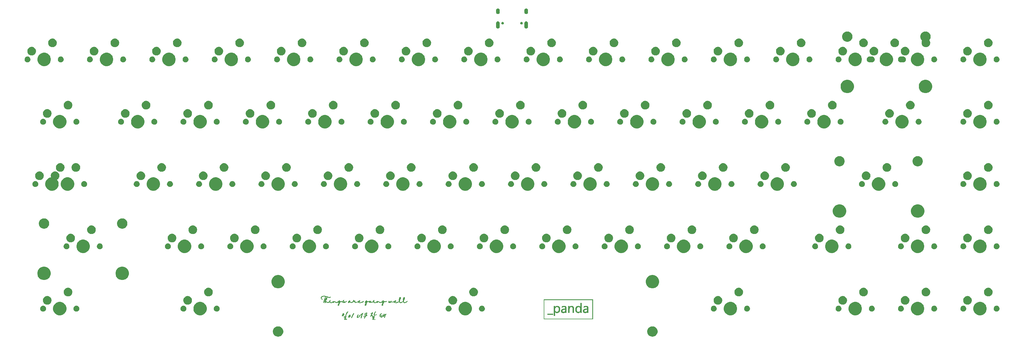
<source format=gts>
G04 #@! TF.GenerationSoftware,KiCad,Pcbnew,(5.1.6)-1*
G04 #@! TF.CreationDate,2020-08-11T23:01:21-04:00*
G04 #@! TF.ProjectId,pcb-01,7063622d-3031-42e6-9b69-6361645f7063,01*
G04 #@! TF.SameCoordinates,Original*
G04 #@! TF.FileFunction,Soldermask,Top*
G04 #@! TF.FilePolarity,Negative*
%FSLAX46Y46*%
G04 Gerber Fmt 4.6, Leading zero omitted, Abs format (unit mm)*
G04 Created by KiCad (PCBNEW (5.1.6)-1) date 2020-08-11 23:01:21*
%MOMM*%
%LPD*%
G01*
G04 APERTURE LIST*
%ADD10C,0.010000*%
%ADD11C,0.100000*%
G04 APERTURE END LIST*
D10*
G36*
X134876477Y-141062677D02*
G01*
X134880708Y-141113325D01*
X134826651Y-141198058D01*
X134714480Y-141321509D01*
X134703243Y-141332951D01*
X134614930Y-141426809D01*
X134559768Y-141494239D01*
X134545489Y-141525296D01*
X134554004Y-141524932D01*
X134633395Y-141513729D01*
X134729971Y-141522950D01*
X134816861Y-141546902D01*
X134867199Y-141579889D01*
X134871213Y-141592153D01*
X134845457Y-141636670D01*
X134778133Y-141710400D01*
X134689199Y-141792598D01*
X134599924Y-141876654D01*
X134542034Y-141945296D01*
X134528072Y-141983098D01*
X134571755Y-141998871D01*
X134669166Y-142010707D01*
X134801490Y-142016571D01*
X134840110Y-142016866D01*
X134993503Y-142020166D01*
X135082921Y-142030956D01*
X135116701Y-142050576D01*
X135116493Y-142061222D01*
X135073392Y-142104138D01*
X135013683Y-142130177D01*
X134934986Y-142142086D01*
X134811491Y-142150312D01*
X134665329Y-142154613D01*
X134518633Y-142154745D01*
X134393535Y-142150469D01*
X134312165Y-142141542D01*
X134299731Y-142137977D01*
X134255501Y-142089287D01*
X134268340Y-142008223D01*
X134335124Y-141902960D01*
X134426731Y-141805465D01*
X134599088Y-141643421D01*
X134409599Y-141665029D01*
X134274727Y-141671553D01*
X134202524Y-141653869D01*
X134194739Y-141645585D01*
X134208339Y-141602954D01*
X134270185Y-141524417D01*
X134372138Y-141419748D01*
X134420514Y-141374413D01*
X134534445Y-141268488D01*
X134599090Y-141202775D01*
X134619711Y-141169621D01*
X134601571Y-141161375D01*
X134562802Y-141167546D01*
X134454658Y-141202450D01*
X134340401Y-141255494D01*
X134333942Y-141259118D01*
X134219156Y-141312674D01*
X134140993Y-141324696D01*
X134109443Y-141293849D01*
X134109231Y-141289144D01*
X134141227Y-141250025D01*
X134224948Y-141199935D01*
X134341989Y-141146573D01*
X134473946Y-141097641D01*
X134602415Y-141060840D01*
X134692459Y-141045096D01*
X134813785Y-141041479D01*
X134876477Y-141062677D01*
G37*
X134876477Y-141062677D02*
X134880708Y-141113325D01*
X134826651Y-141198058D01*
X134714480Y-141321509D01*
X134703243Y-141332951D01*
X134614930Y-141426809D01*
X134559768Y-141494239D01*
X134545489Y-141525296D01*
X134554004Y-141524932D01*
X134633395Y-141513729D01*
X134729971Y-141522950D01*
X134816861Y-141546902D01*
X134867199Y-141579889D01*
X134871213Y-141592153D01*
X134845457Y-141636670D01*
X134778133Y-141710400D01*
X134689199Y-141792598D01*
X134599924Y-141876654D01*
X134542034Y-141945296D01*
X134528072Y-141983098D01*
X134571755Y-141998871D01*
X134669166Y-142010707D01*
X134801490Y-142016571D01*
X134840110Y-142016866D01*
X134993503Y-142020166D01*
X135082921Y-142030956D01*
X135116701Y-142050576D01*
X135116493Y-142061222D01*
X135073392Y-142104138D01*
X135013683Y-142130177D01*
X134934986Y-142142086D01*
X134811491Y-142150312D01*
X134665329Y-142154613D01*
X134518633Y-142154745D01*
X134393535Y-142150469D01*
X134312165Y-142141542D01*
X134299731Y-142137977D01*
X134255501Y-142089287D01*
X134268340Y-142008223D01*
X134335124Y-141902960D01*
X134426731Y-141805465D01*
X134599088Y-141643421D01*
X134409599Y-141665029D01*
X134274727Y-141671553D01*
X134202524Y-141653869D01*
X134194739Y-141645585D01*
X134208339Y-141602954D01*
X134270185Y-141524417D01*
X134372138Y-141419748D01*
X134420514Y-141374413D01*
X134534445Y-141268488D01*
X134599090Y-141202775D01*
X134619711Y-141169621D01*
X134601571Y-141161375D01*
X134562802Y-141167546D01*
X134454658Y-141202450D01*
X134340401Y-141255494D01*
X134333942Y-141259118D01*
X134219156Y-141312674D01*
X134140993Y-141324696D01*
X134109443Y-141293849D01*
X134109231Y-141289144D01*
X134141227Y-141250025D01*
X134224948Y-141199935D01*
X134341989Y-141146573D01*
X134473946Y-141097641D01*
X134602415Y-141060840D01*
X134692459Y-141045096D01*
X134813785Y-141041479D01*
X134876477Y-141062677D01*
G36*
X126236707Y-141022926D02*
G01*
X126248028Y-141069512D01*
X126200597Y-141149696D01*
X126094945Y-141268287D01*
X126067243Y-141296666D01*
X125978930Y-141390523D01*
X125923768Y-141457953D01*
X125909489Y-141489010D01*
X125918004Y-141488646D01*
X125997395Y-141477443D01*
X126093971Y-141486665D01*
X126180861Y-141510616D01*
X126231199Y-141543603D01*
X126235213Y-141555867D01*
X126209457Y-141600384D01*
X126142133Y-141674114D01*
X126053199Y-141756312D01*
X125963924Y-141840368D01*
X125906034Y-141909010D01*
X125892072Y-141946812D01*
X125935755Y-141962585D01*
X126033166Y-141974421D01*
X126165490Y-141980285D01*
X126204110Y-141980580D01*
X126357503Y-141983880D01*
X126446921Y-141994671D01*
X126480701Y-142014290D01*
X126480493Y-142024936D01*
X126437392Y-142067853D01*
X126377683Y-142093891D01*
X126298986Y-142105801D01*
X126175491Y-142114027D01*
X126029329Y-142118327D01*
X125882633Y-142118460D01*
X125757535Y-142114183D01*
X125676165Y-142105256D01*
X125663731Y-142101692D01*
X125619472Y-142053010D01*
X125632297Y-141972023D01*
X125699073Y-141866928D01*
X125790731Y-141769593D01*
X125963088Y-141607962D01*
X125771502Y-141625763D01*
X125649639Y-141629695D01*
X125572334Y-141616954D01*
X125556352Y-141605438D01*
X125571152Y-141566177D01*
X125630323Y-141492239D01*
X125723138Y-141396175D01*
X125784224Y-141338835D01*
X125904854Y-141223038D01*
X125966044Y-141148845D01*
X125967777Y-141116198D01*
X125910036Y-141125041D01*
X125792804Y-141175318D01*
X125742452Y-141200285D01*
X125601664Y-141265172D01*
X125514614Y-141288682D01*
X125476167Y-141271866D01*
X125473231Y-141255477D01*
X125505275Y-141213364D01*
X125589108Y-141161003D01*
X125706282Y-141106401D01*
X125838348Y-141057568D01*
X125966859Y-141022512D01*
X126035679Y-141011309D01*
X126166101Y-141005128D01*
X126236707Y-141022926D01*
G37*
X126236707Y-141022926D02*
X126248028Y-141069512D01*
X126200597Y-141149696D01*
X126094945Y-141268287D01*
X126067243Y-141296666D01*
X125978930Y-141390523D01*
X125923768Y-141457953D01*
X125909489Y-141489010D01*
X125918004Y-141488646D01*
X125997395Y-141477443D01*
X126093971Y-141486665D01*
X126180861Y-141510616D01*
X126231199Y-141543603D01*
X126235213Y-141555867D01*
X126209457Y-141600384D01*
X126142133Y-141674114D01*
X126053199Y-141756312D01*
X125963924Y-141840368D01*
X125906034Y-141909010D01*
X125892072Y-141946812D01*
X125935755Y-141962585D01*
X126033166Y-141974421D01*
X126165490Y-141980285D01*
X126204110Y-141980580D01*
X126357503Y-141983880D01*
X126446921Y-141994671D01*
X126480701Y-142014290D01*
X126480493Y-142024936D01*
X126437392Y-142067853D01*
X126377683Y-142093891D01*
X126298986Y-142105801D01*
X126175491Y-142114027D01*
X126029329Y-142118327D01*
X125882633Y-142118460D01*
X125757535Y-142114183D01*
X125676165Y-142105256D01*
X125663731Y-142101692D01*
X125619472Y-142053010D01*
X125632297Y-141972023D01*
X125699073Y-141866928D01*
X125790731Y-141769593D01*
X125963088Y-141607962D01*
X125771502Y-141625763D01*
X125649639Y-141629695D01*
X125572334Y-141616954D01*
X125556352Y-141605438D01*
X125571152Y-141566177D01*
X125630323Y-141492239D01*
X125723138Y-141396175D01*
X125784224Y-141338835D01*
X125904854Y-141223038D01*
X125966044Y-141148845D01*
X125967777Y-141116198D01*
X125910036Y-141125041D01*
X125792804Y-141175318D01*
X125742452Y-141200285D01*
X125601664Y-141265172D01*
X125514614Y-141288682D01*
X125476167Y-141271866D01*
X125473231Y-141255477D01*
X125505275Y-141213364D01*
X125589108Y-141161003D01*
X125706282Y-141106401D01*
X125838348Y-141057568D01*
X125966859Y-141022512D01*
X126035679Y-141011309D01*
X126166101Y-141005128D01*
X126236707Y-141022926D01*
G36*
X132646925Y-140774119D02*
G01*
X132657802Y-140817560D01*
X132641509Y-140863420D01*
X132583375Y-140901714D01*
X132469524Y-140940966D01*
X132445834Y-140947729D01*
X132323921Y-140986630D01*
X132243757Y-141031801D01*
X132179110Y-141103497D01*
X132115187Y-141203022D01*
X132043397Y-141330212D01*
X131982382Y-141453429D01*
X131954097Y-141522209D01*
X131902466Y-141639894D01*
X131843607Y-141726233D01*
X131790411Y-141762663D01*
X131786945Y-141762866D01*
X131742797Y-141738386D01*
X131719558Y-141714684D01*
X131703350Y-141645173D01*
X131721078Y-141534931D01*
X131765953Y-141403297D01*
X131831186Y-141269609D01*
X131909988Y-141153203D01*
X131921383Y-141139768D01*
X131942022Y-141110705D01*
X131930045Y-141099700D01*
X131874314Y-141107143D01*
X131763694Y-141133425D01*
X131709748Y-141147199D01*
X131552412Y-141184300D01*
X131458552Y-141197403D01*
X131423119Y-141186406D01*
X131441065Y-141151207D01*
X131449885Y-141141984D01*
X131498469Y-141115567D01*
X131601364Y-141072670D01*
X131743617Y-141018482D01*
X131910279Y-140958195D01*
X132086397Y-140896996D01*
X132257023Y-140840078D01*
X132407204Y-140792628D01*
X132521990Y-140759839D01*
X132586431Y-140746899D01*
X132588096Y-140746866D01*
X132646925Y-140774119D01*
G37*
X132646925Y-140774119D02*
X132657802Y-140817560D01*
X132641509Y-140863420D01*
X132583375Y-140901714D01*
X132469524Y-140940966D01*
X132445834Y-140947729D01*
X132323921Y-140986630D01*
X132243757Y-141031801D01*
X132179110Y-141103497D01*
X132115187Y-141203022D01*
X132043397Y-141330212D01*
X131982382Y-141453429D01*
X131954097Y-141522209D01*
X131902466Y-141639894D01*
X131843607Y-141726233D01*
X131790411Y-141762663D01*
X131786945Y-141762866D01*
X131742797Y-141738386D01*
X131719558Y-141714684D01*
X131703350Y-141645173D01*
X131721078Y-141534931D01*
X131765953Y-141403297D01*
X131831186Y-141269609D01*
X131909988Y-141153203D01*
X131921383Y-141139768D01*
X131942022Y-141110705D01*
X131930045Y-141099700D01*
X131874314Y-141107143D01*
X131763694Y-141133425D01*
X131709748Y-141147199D01*
X131552412Y-141184300D01*
X131458552Y-141197403D01*
X131423119Y-141186406D01*
X131441065Y-141151207D01*
X131449885Y-141141984D01*
X131498469Y-141115567D01*
X131601364Y-141072670D01*
X131743617Y-141018482D01*
X131910279Y-140958195D01*
X132086397Y-140896996D01*
X132257023Y-140840078D01*
X132407204Y-140792628D01*
X132521990Y-140759839D01*
X132586431Y-140746899D01*
X132588096Y-140746866D01*
X132646925Y-140774119D01*
G36*
X131343988Y-140099243D02*
G01*
X131351516Y-140124211D01*
X131335164Y-140169948D01*
X131292653Y-140258123D01*
X131243323Y-140350997D01*
X131148938Y-140544015D01*
X131061991Y-140770423D01*
X130977773Y-141043776D01*
X130902888Y-141331032D01*
X130861306Y-141492133D01*
X130827788Y-141595098D01*
X130796331Y-141652987D01*
X130760931Y-141678860D01*
X130740738Y-141683747D01*
X130678179Y-141675563D01*
X130662088Y-141623439D01*
X130672247Y-141514577D01*
X130699589Y-141357646D01*
X130739409Y-141173772D01*
X130787004Y-140984077D01*
X130837671Y-140809685D01*
X130855093Y-140756662D01*
X130944675Y-140494316D01*
X130794310Y-140616500D01*
X130630093Y-140740818D01*
X130473489Y-140842923D01*
X130334230Y-140918228D01*
X130222049Y-140962149D01*
X130146678Y-140970100D01*
X130117850Y-140937496D01*
X130117802Y-140935230D01*
X130143355Y-140866714D01*
X130201506Y-140810340D01*
X130264493Y-140791190D01*
X130274432Y-140793719D01*
X130340611Y-140783229D01*
X130452966Y-140720356D01*
X130609195Y-140606726D01*
X130806998Y-140443963D01*
X130958874Y-140310707D01*
X131093294Y-140200625D01*
X131208414Y-140125777D01*
X131295042Y-140090528D01*
X131343988Y-140099243D01*
G37*
X131343988Y-140099243D02*
X131351516Y-140124211D01*
X131335164Y-140169948D01*
X131292653Y-140258123D01*
X131243323Y-140350997D01*
X131148938Y-140544015D01*
X131061991Y-140770423D01*
X130977773Y-141043776D01*
X130902888Y-141331032D01*
X130861306Y-141492133D01*
X130827788Y-141595098D01*
X130796331Y-141652987D01*
X130760931Y-141678860D01*
X130740738Y-141683747D01*
X130678179Y-141675563D01*
X130662088Y-141623439D01*
X130672247Y-141514577D01*
X130699589Y-141357646D01*
X130739409Y-141173772D01*
X130787004Y-140984077D01*
X130837671Y-140809685D01*
X130855093Y-140756662D01*
X130944675Y-140494316D01*
X130794310Y-140616500D01*
X130630093Y-140740818D01*
X130473489Y-140842923D01*
X130334230Y-140918228D01*
X130222049Y-140962149D01*
X130146678Y-140970100D01*
X130117850Y-140937496D01*
X130117802Y-140935230D01*
X130143355Y-140866714D01*
X130201506Y-140810340D01*
X130264493Y-140791190D01*
X130274432Y-140793719D01*
X130340611Y-140783229D01*
X130452966Y-140720356D01*
X130609195Y-140606726D01*
X130806998Y-140443963D01*
X130958874Y-140310707D01*
X131093294Y-140200625D01*
X131208414Y-140125777D01*
X131295042Y-140090528D01*
X131343988Y-140099243D01*
G36*
X128571554Y-140171587D02*
G01*
X128593802Y-140181651D01*
X128577897Y-140218519D01*
X128535549Y-140303264D01*
X128474814Y-140419911D01*
X128452011Y-140462865D01*
X128377128Y-140610436D01*
X128287657Y-140797526D01*
X128196592Y-140996533D01*
X128138977Y-141127866D01*
X128055751Y-141319454D01*
X127993838Y-141453788D01*
X127947175Y-141540823D01*
X127909702Y-141590517D01*
X127875357Y-141612826D01*
X127840754Y-141617723D01*
X127804982Y-141599771D01*
X127800394Y-141535352D01*
X127805676Y-141496602D01*
X127834753Y-141383120D01*
X127889545Y-141223304D01*
X127962421Y-141035279D01*
X128045750Y-140837167D01*
X128131902Y-140647093D01*
X128213246Y-140483180D01*
X128282152Y-140363551D01*
X128283755Y-140361124D01*
X128367935Y-140246065D01*
X128435445Y-140185111D01*
X128499731Y-140166340D01*
X128503459Y-140166294D01*
X128571554Y-140171587D01*
G37*
X128571554Y-140171587D02*
X128593802Y-140181651D01*
X128577897Y-140218519D01*
X128535549Y-140303264D01*
X128474814Y-140419911D01*
X128452011Y-140462865D01*
X128377128Y-140610436D01*
X128287657Y-140797526D01*
X128196592Y-140996533D01*
X128138977Y-141127866D01*
X128055751Y-141319454D01*
X127993838Y-141453788D01*
X127947175Y-141540823D01*
X127909702Y-141590517D01*
X127875357Y-141612826D01*
X127840754Y-141617723D01*
X127804982Y-141599771D01*
X127800394Y-141535352D01*
X127805676Y-141496602D01*
X127834753Y-141383120D01*
X127889545Y-141223304D01*
X127962421Y-141035279D01*
X128045750Y-140837167D01*
X128131902Y-140647093D01*
X128213246Y-140483180D01*
X128282152Y-140363551D01*
X128283755Y-140361124D01*
X128367935Y-140246065D01*
X128435445Y-140185111D01*
X128499731Y-140166340D01*
X128503459Y-140166294D01*
X128571554Y-140171587D01*
G36*
X129909852Y-140609148D02*
G01*
X129925875Y-140639119D01*
X129917472Y-140665223D01*
X129847353Y-140843808D01*
X129789777Y-141012650D01*
X129747692Y-141160107D01*
X129724045Y-141274534D01*
X129721782Y-141344291D01*
X129741953Y-141358655D01*
X129786179Y-141336878D01*
X129878648Y-141290006D01*
X130003145Y-141226284D01*
X130071640Y-141191039D01*
X130206553Y-141123453D01*
X130318514Y-141070981D01*
X130391032Y-141041184D01*
X130407282Y-141037152D01*
X130444560Y-141052875D01*
X130418647Y-141098542D01*
X130331389Y-141171899D01*
X130251047Y-141227810D01*
X130018761Y-141371826D01*
X129821705Y-141472960D01*
X129664193Y-141529757D01*
X129550537Y-141540761D01*
X129485048Y-141504517D01*
X129477134Y-141489037D01*
X129463971Y-141378344D01*
X129485550Y-141222519D01*
X129538370Y-141038107D01*
X129610196Y-140860346D01*
X129672942Y-140729555D01*
X129719825Y-140652081D01*
X129762842Y-140614229D01*
X129813990Y-140602305D01*
X129836770Y-140601723D01*
X129909852Y-140609148D01*
G37*
X129909852Y-140609148D02*
X129925875Y-140639119D01*
X129917472Y-140665223D01*
X129847353Y-140843808D01*
X129789777Y-141012650D01*
X129747692Y-141160107D01*
X129724045Y-141274534D01*
X129721782Y-141344291D01*
X129741953Y-141358655D01*
X129786179Y-141336878D01*
X129878648Y-141290006D01*
X130003145Y-141226284D01*
X130071640Y-141191039D01*
X130206553Y-141123453D01*
X130318514Y-141070981D01*
X130391032Y-141041184D01*
X130407282Y-141037152D01*
X130444560Y-141052875D01*
X130418647Y-141098542D01*
X130331389Y-141171899D01*
X130251047Y-141227810D01*
X130018761Y-141371826D01*
X129821705Y-141472960D01*
X129664193Y-141529757D01*
X129550537Y-141540761D01*
X129485048Y-141504517D01*
X129477134Y-141489037D01*
X129463971Y-141378344D01*
X129485550Y-141222519D01*
X129538370Y-141038107D01*
X129610196Y-140860346D01*
X129672942Y-140729555D01*
X129719825Y-140652081D01*
X129762842Y-140614229D01*
X129813990Y-140602305D01*
X129836770Y-140601723D01*
X129909852Y-140609148D01*
G36*
X137134666Y-140268622D02*
G01*
X137137780Y-140273035D01*
X137118085Y-140301164D01*
X137045371Y-140338903D01*
X136961777Y-140369340D01*
X136845191Y-140414163D01*
X136786032Y-140455391D01*
X136781504Y-140475381D01*
X136776659Y-140532585D01*
X136744385Y-140623688D01*
X136727139Y-140660290D01*
X136676480Y-140768300D01*
X136638663Y-140862338D01*
X136632630Y-140880922D01*
X136623317Y-140934911D01*
X136652930Y-140945362D01*
X136710925Y-140931004D01*
X136797697Y-140901331D01*
X136921944Y-140853646D01*
X137038209Y-140806019D01*
X137158048Y-140757547D01*
X137252939Y-140723193D01*
X137301280Y-140710580D01*
X137339188Y-140724634D01*
X137315341Y-140763404D01*
X137234152Y-140821806D01*
X137175154Y-140855843D01*
X137055786Y-140936903D01*
X136981399Y-141034874D01*
X136952201Y-141100823D01*
X136917346Y-141220441D01*
X136925216Y-141282682D01*
X136974442Y-141287809D01*
X137063658Y-141236085D01*
X137191495Y-141127774D01*
X137285261Y-141036649D01*
X137455570Y-140840046D01*
X137571520Y-140644183D01*
X137592659Y-140595529D01*
X137670169Y-140435181D01*
X137741104Y-140337808D01*
X137798077Y-140302032D01*
X137833702Y-140326472D01*
X137840590Y-140409747D01*
X137811355Y-140550477D01*
X137784724Y-140631411D01*
X137697305Y-140873866D01*
X137926196Y-140651179D01*
X138084978Y-140504010D01*
X138206428Y-140409375D01*
X138297836Y-140362575D01*
X138366491Y-140358914D01*
X138375277Y-140361795D01*
X138395102Y-140385686D01*
X138386778Y-140440086D01*
X138347011Y-140536845D01*
X138299300Y-140634927D01*
X138225981Y-140794710D01*
X138147554Y-140987208D01*
X138078957Y-141175390D01*
X138068233Y-141207705D01*
X138014463Y-141364043D01*
X137971685Y-141462736D01*
X137932899Y-141516447D01*
X137891110Y-141537838D01*
X137885204Y-141538888D01*
X137835316Y-141540061D01*
X137818761Y-141510553D01*
X137827728Y-141431954D01*
X137831319Y-141411888D01*
X137855656Y-141310706D01*
X137897107Y-141169001D01*
X137947529Y-141014283D01*
X137957647Y-140985129D01*
X138058686Y-140697249D01*
X137833412Y-140939772D01*
X137699604Y-141071141D01*
X137588550Y-141154959D01*
X137506022Y-141188488D01*
X137457787Y-141168991D01*
X137447516Y-141122901D01*
X137427443Y-141107302D01*
X137365747Y-141145487D01*
X137273139Y-141226617D01*
X137107102Y-141359291D01*
X136954873Y-141436581D01*
X136824341Y-141455307D01*
X136755998Y-141435176D01*
X136702652Y-141378198D01*
X136697136Y-141284000D01*
X136737829Y-141146009D01*
X136738461Y-141114576D01*
X136698706Y-141101214D01*
X136604531Y-141102413D01*
X136571931Y-141104501D01*
X136384925Y-141117422D01*
X136404027Y-140947948D01*
X136459582Y-140755818D01*
X136533423Y-140641229D01*
X136643716Y-140503984D01*
X136551024Y-140521703D01*
X136481567Y-140523987D01*
X136469740Y-140497452D01*
X136488884Y-140474723D01*
X136685517Y-140474723D01*
X136703659Y-140492866D01*
X136721802Y-140474723D01*
X136703659Y-140456580D01*
X136685517Y-140474723D01*
X136488884Y-140474723D01*
X136510224Y-140449389D01*
X136597699Y-140387090D01*
X136684558Y-140338652D01*
X136828280Y-140278482D01*
X136962997Y-140245046D01*
X137071021Y-140240906D01*
X137134666Y-140268622D01*
G37*
X137134666Y-140268622D02*
X137137780Y-140273035D01*
X137118085Y-140301164D01*
X137045371Y-140338903D01*
X136961777Y-140369340D01*
X136845191Y-140414163D01*
X136786032Y-140455391D01*
X136781504Y-140475381D01*
X136776659Y-140532585D01*
X136744385Y-140623688D01*
X136727139Y-140660290D01*
X136676480Y-140768300D01*
X136638663Y-140862338D01*
X136632630Y-140880922D01*
X136623317Y-140934911D01*
X136652930Y-140945362D01*
X136710925Y-140931004D01*
X136797697Y-140901331D01*
X136921944Y-140853646D01*
X137038209Y-140806019D01*
X137158048Y-140757547D01*
X137252939Y-140723193D01*
X137301280Y-140710580D01*
X137339188Y-140724634D01*
X137315341Y-140763404D01*
X137234152Y-140821806D01*
X137175154Y-140855843D01*
X137055786Y-140936903D01*
X136981399Y-141034874D01*
X136952201Y-141100823D01*
X136917346Y-141220441D01*
X136925216Y-141282682D01*
X136974442Y-141287809D01*
X137063658Y-141236085D01*
X137191495Y-141127774D01*
X137285261Y-141036649D01*
X137455570Y-140840046D01*
X137571520Y-140644183D01*
X137592659Y-140595529D01*
X137670169Y-140435181D01*
X137741104Y-140337808D01*
X137798077Y-140302032D01*
X137833702Y-140326472D01*
X137840590Y-140409747D01*
X137811355Y-140550477D01*
X137784724Y-140631411D01*
X137697305Y-140873866D01*
X137926196Y-140651179D01*
X138084978Y-140504010D01*
X138206428Y-140409375D01*
X138297836Y-140362575D01*
X138366491Y-140358914D01*
X138375277Y-140361795D01*
X138395102Y-140385686D01*
X138386778Y-140440086D01*
X138347011Y-140536845D01*
X138299300Y-140634927D01*
X138225981Y-140794710D01*
X138147554Y-140987208D01*
X138078957Y-141175390D01*
X138068233Y-141207705D01*
X138014463Y-141364043D01*
X137971685Y-141462736D01*
X137932899Y-141516447D01*
X137891110Y-141537838D01*
X137885204Y-141538888D01*
X137835316Y-141540061D01*
X137818761Y-141510553D01*
X137827728Y-141431954D01*
X137831319Y-141411888D01*
X137855656Y-141310706D01*
X137897107Y-141169001D01*
X137947529Y-141014283D01*
X137957647Y-140985129D01*
X138058686Y-140697249D01*
X137833412Y-140939772D01*
X137699604Y-141071141D01*
X137588550Y-141154959D01*
X137506022Y-141188488D01*
X137457787Y-141168991D01*
X137447516Y-141122901D01*
X137427443Y-141107302D01*
X137365747Y-141145487D01*
X137273139Y-141226617D01*
X137107102Y-141359291D01*
X136954873Y-141436581D01*
X136824341Y-141455307D01*
X136755998Y-141435176D01*
X136702652Y-141378198D01*
X136697136Y-141284000D01*
X136737829Y-141146009D01*
X136738461Y-141114576D01*
X136698706Y-141101214D01*
X136604531Y-141102413D01*
X136571931Y-141104501D01*
X136384925Y-141117422D01*
X136404027Y-140947948D01*
X136459582Y-140755818D01*
X136533423Y-140641229D01*
X136643716Y-140503984D01*
X136551024Y-140521703D01*
X136481567Y-140523987D01*
X136469740Y-140497452D01*
X136488884Y-140474723D01*
X136685517Y-140474723D01*
X136703659Y-140492866D01*
X136721802Y-140474723D01*
X136703659Y-140456580D01*
X136685517Y-140474723D01*
X136488884Y-140474723D01*
X136510224Y-140449389D01*
X136597699Y-140387090D01*
X136684558Y-140338652D01*
X136828280Y-140278482D01*
X136962997Y-140245046D01*
X137071021Y-140240906D01*
X137134666Y-140268622D01*
G36*
X127418035Y-140627294D02*
G01*
X127431021Y-140682190D01*
X127394581Y-140729831D01*
X127391504Y-140767590D01*
X127442018Y-140832313D01*
X127453129Y-140842914D01*
X127518810Y-140919612D01*
X127534035Y-140997029D01*
X127527061Y-141045927D01*
X127482828Y-141168233D01*
X127396734Y-141267647D01*
X127255751Y-141357613D01*
X127196802Y-141386654D01*
X127077229Y-141439912D01*
X126999564Y-141463779D01*
X126941592Y-141462849D01*
X126897445Y-141448549D01*
X126858938Y-141397007D01*
X126857999Y-141309091D01*
X127069802Y-141309091D01*
X127093872Y-141314976D01*
X127156853Y-141278524D01*
X127224016Y-141225580D01*
X127260419Y-141167204D01*
X127282853Y-141082541D01*
X127288513Y-140997915D01*
X127274594Y-140939650D01*
X127255699Y-140928294D01*
X127228287Y-140958163D01*
X127185035Y-141032522D01*
X127137109Y-141128502D01*
X127095673Y-141223234D01*
X127071892Y-141293846D01*
X127069802Y-141309091D01*
X126857999Y-141309091D01*
X126857884Y-141298402D01*
X126892672Y-141166834D01*
X126942650Y-141052373D01*
X126993010Y-140946998D01*
X127025959Y-140866339D01*
X127033366Y-140837580D01*
X127062334Y-140787152D01*
X127133562Y-140721799D01*
X127224009Y-140658255D01*
X127310630Y-140613252D01*
X127358149Y-140601723D01*
X127418035Y-140627294D01*
G37*
X127418035Y-140627294D02*
X127431021Y-140682190D01*
X127394581Y-140729831D01*
X127391504Y-140767590D01*
X127442018Y-140832313D01*
X127453129Y-140842914D01*
X127518810Y-140919612D01*
X127534035Y-140997029D01*
X127527061Y-141045927D01*
X127482828Y-141168233D01*
X127396734Y-141267647D01*
X127255751Y-141357613D01*
X127196802Y-141386654D01*
X127077229Y-141439912D01*
X126999564Y-141463779D01*
X126941592Y-141462849D01*
X126897445Y-141448549D01*
X126858938Y-141397007D01*
X126857999Y-141309091D01*
X127069802Y-141309091D01*
X127093872Y-141314976D01*
X127156853Y-141278524D01*
X127224016Y-141225580D01*
X127260419Y-141167204D01*
X127282853Y-141082541D01*
X127288513Y-140997915D01*
X127274594Y-140939650D01*
X127255699Y-140928294D01*
X127228287Y-140958163D01*
X127185035Y-141032522D01*
X127137109Y-141128502D01*
X127095673Y-141223234D01*
X127071892Y-141293846D01*
X127069802Y-141309091D01*
X126857999Y-141309091D01*
X126857884Y-141298402D01*
X126892672Y-141166834D01*
X126942650Y-141052373D01*
X126993010Y-140946998D01*
X127025959Y-140866339D01*
X127033366Y-140837580D01*
X127062334Y-140787152D01*
X127133562Y-140721799D01*
X127224009Y-140658255D01*
X127310630Y-140613252D01*
X127358149Y-140601723D01*
X127418035Y-140627294D01*
G36*
X134318806Y-139995706D02*
G01*
X134305871Y-140090896D01*
X134245113Y-140238309D01*
X134199610Y-140327720D01*
X134135181Y-140453225D01*
X134102188Y-140535056D01*
X134096253Y-140592656D01*
X134113001Y-140645472D01*
X134123386Y-140666376D01*
X134184248Y-140761683D01*
X134263548Y-140860834D01*
X134270389Y-140868310D01*
X134330440Y-140944139D01*
X134339623Y-140995654D01*
X134324027Y-141022524D01*
X134242881Y-141070155D01*
X134139556Y-141059263D01*
X134030209Y-140992945D01*
X133995721Y-140959600D01*
X133929205Y-140893395D01*
X133886530Y-140860309D01*
X133879910Y-140859814D01*
X133775334Y-141002041D01*
X133685614Y-141099334D01*
X133616809Y-141147108D01*
X133574976Y-141140783D01*
X133564945Y-141098094D01*
X133582029Y-141053925D01*
X133628795Y-140959338D01*
X133698510Y-140826690D01*
X133784446Y-140668338D01*
X133879872Y-140496639D01*
X133978056Y-140323951D01*
X134072269Y-140162632D01*
X134097167Y-140120937D01*
X134102990Y-140093664D01*
X134062640Y-140112896D01*
X133982540Y-140175137D01*
X133956279Y-140197685D01*
X133859049Y-140271012D01*
X133768599Y-140320377D01*
X133701380Y-140338792D01*
X133673845Y-140319272D01*
X133673802Y-140317641D01*
X133701681Y-140268365D01*
X133773032Y-140196436D01*
X133869427Y-140117082D01*
X133972437Y-140045529D01*
X134060069Y-139998470D01*
X134196965Y-139951994D01*
X134282857Y-139950240D01*
X134318806Y-139995706D01*
G37*
X134318806Y-139995706D02*
X134305871Y-140090896D01*
X134245113Y-140238309D01*
X134199610Y-140327720D01*
X134135181Y-140453225D01*
X134102188Y-140535056D01*
X134096253Y-140592656D01*
X134113001Y-140645472D01*
X134123386Y-140666376D01*
X134184248Y-140761683D01*
X134263548Y-140860834D01*
X134270389Y-140868310D01*
X134330440Y-140944139D01*
X134339623Y-140995654D01*
X134324027Y-141022524D01*
X134242881Y-141070155D01*
X134139556Y-141059263D01*
X134030209Y-140992945D01*
X133995721Y-140959600D01*
X133929205Y-140893395D01*
X133886530Y-140860309D01*
X133879910Y-140859814D01*
X133775334Y-141002041D01*
X133685614Y-141099334D01*
X133616809Y-141147108D01*
X133574976Y-141140783D01*
X133564945Y-141098094D01*
X133582029Y-141053925D01*
X133628795Y-140959338D01*
X133698510Y-140826690D01*
X133784446Y-140668338D01*
X133879872Y-140496639D01*
X133978056Y-140323951D01*
X134072269Y-140162632D01*
X134097167Y-140120937D01*
X134102990Y-140093664D01*
X134062640Y-140112896D01*
X133982540Y-140175137D01*
X133956279Y-140197685D01*
X133859049Y-140271012D01*
X133768599Y-140320377D01*
X133701380Y-140338792D01*
X133673845Y-140319272D01*
X133673802Y-140317641D01*
X133701681Y-140268365D01*
X133773032Y-140196436D01*
X133869427Y-140117082D01*
X133972437Y-140045529D01*
X134060069Y-139998470D01*
X134196965Y-139951994D01*
X134282857Y-139950240D01*
X134318806Y-139995706D01*
G36*
X125489610Y-140172211D02*
G01*
X125508336Y-140203282D01*
X125472967Y-140260746D01*
X125467014Y-140266854D01*
X125451271Y-140308067D01*
X125490791Y-140360055D01*
X125521443Y-140385602D01*
X125600747Y-140482056D01*
X125609209Y-140591711D01*
X125546835Y-140715735D01*
X125523095Y-140745673D01*
X125417822Y-140844549D01*
X125291531Y-140925233D01*
X125162028Y-140980507D01*
X125047121Y-141003155D01*
X124964615Y-140985961D01*
X124953136Y-140976675D01*
X124928920Y-140905968D01*
X124936455Y-140835235D01*
X125146659Y-140835235D01*
X125168299Y-140855021D01*
X125228357Y-140821624D01*
X125280392Y-140776827D01*
X125335170Y-140696999D01*
X125363132Y-140601084D01*
X125359474Y-140516776D01*
X125332346Y-140477354D01*
X125305657Y-140498158D01*
X125262684Y-140564352D01*
X125214710Y-140654192D01*
X125173015Y-140745936D01*
X125148880Y-140817841D01*
X125146659Y-140835235D01*
X124936455Y-140835235D01*
X124940927Y-140793261D01*
X124985928Y-140657463D01*
X125019659Y-140587065D01*
X125071113Y-140482753D01*
X125104197Y-140401223D01*
X125110823Y-140373017D01*
X125139113Y-140327651D01*
X125209223Y-140267220D01*
X125237314Y-140247937D01*
X125341254Y-140193481D01*
X125429635Y-140168591D01*
X125489610Y-140172211D01*
G37*
X125489610Y-140172211D02*
X125508336Y-140203282D01*
X125472967Y-140260746D01*
X125467014Y-140266854D01*
X125451271Y-140308067D01*
X125490791Y-140360055D01*
X125521443Y-140385602D01*
X125600747Y-140482056D01*
X125609209Y-140591711D01*
X125546835Y-140715735D01*
X125523095Y-140745673D01*
X125417822Y-140844549D01*
X125291531Y-140925233D01*
X125162028Y-140980507D01*
X125047121Y-141003155D01*
X124964615Y-140985961D01*
X124953136Y-140976675D01*
X124928920Y-140905968D01*
X124936455Y-140835235D01*
X125146659Y-140835235D01*
X125168299Y-140855021D01*
X125228357Y-140821624D01*
X125280392Y-140776827D01*
X125335170Y-140696999D01*
X125363132Y-140601084D01*
X125359474Y-140516776D01*
X125332346Y-140477354D01*
X125305657Y-140498158D01*
X125262684Y-140564352D01*
X125214710Y-140654192D01*
X125173015Y-140745936D01*
X125148880Y-140817841D01*
X125146659Y-140835235D01*
X124936455Y-140835235D01*
X124940927Y-140793261D01*
X124985928Y-140657463D01*
X125019659Y-140587065D01*
X125071113Y-140482753D01*
X125104197Y-140401223D01*
X125110823Y-140373017D01*
X125139113Y-140327651D01*
X125209223Y-140267220D01*
X125237314Y-140247937D01*
X125341254Y-140193481D01*
X125429635Y-140168591D01*
X125489610Y-140172211D01*
G36*
X126689039Y-139812509D02*
G01*
X126634596Y-139907120D01*
X126558505Y-140047057D01*
X126471319Y-140212608D01*
X126392768Y-140365866D01*
X126309933Y-140526042D01*
X126233675Y-140666719D01*
X126172484Y-140772662D01*
X126134964Y-140828509D01*
X126071244Y-140877582D01*
X126012063Y-140890876D01*
X125981778Y-140863928D01*
X125981231Y-140856668D01*
X125995761Y-140795796D01*
X126034482Y-140686914D01*
X126090089Y-140547392D01*
X126155275Y-140394600D01*
X126222736Y-140245907D01*
X126285166Y-140118685D01*
X126314048Y-140065319D01*
X126435248Y-139870332D01*
X126540251Y-139740736D01*
X126633078Y-139672222D01*
X126694084Y-139658294D01*
X126783630Y-139658294D01*
X126689039Y-139812509D01*
G37*
X126689039Y-139812509D02*
X126634596Y-139907120D01*
X126558505Y-140047057D01*
X126471319Y-140212608D01*
X126392768Y-140365866D01*
X126309933Y-140526042D01*
X126233675Y-140666719D01*
X126172484Y-140772662D01*
X126134964Y-140828509D01*
X126071244Y-140877582D01*
X126012063Y-140890876D01*
X125981778Y-140863928D01*
X125981231Y-140856668D01*
X125995761Y-140795796D01*
X126034482Y-140686914D01*
X126090089Y-140547392D01*
X126155275Y-140394600D01*
X126222736Y-140245907D01*
X126285166Y-140118685D01*
X126314048Y-140065319D01*
X126435248Y-139870332D01*
X126540251Y-139740736D01*
X126633078Y-139672222D01*
X126694084Y-139658294D01*
X126783630Y-139658294D01*
X126689039Y-139812509D01*
G36*
X135252515Y-139628719D02*
G01*
X135264484Y-139655888D01*
X135246791Y-139714071D01*
X135196423Y-139813825D01*
X135121069Y-139947170D01*
X135006165Y-140160382D01*
X134920048Y-140349216D01*
X134866641Y-140503456D01*
X134849871Y-140612887D01*
X134854268Y-140641727D01*
X134868858Y-140681322D01*
X134891030Y-140701633D01*
X134934977Y-140701755D01*
X135014896Y-140680786D01*
X135144982Y-140637822D01*
X135197802Y-140619866D01*
X135349879Y-140569180D01*
X135446124Y-140540863D01*
X135498965Y-140532639D01*
X135520828Y-140542231D01*
X135524374Y-140560066D01*
X135492753Y-140593523D01*
X135409539Y-140641780D01*
X135292209Y-140697356D01*
X135158237Y-140752774D01*
X135025099Y-140800554D01*
X134910269Y-140833216D01*
X134867401Y-140841245D01*
X134752633Y-140848968D01*
X134683923Y-140829668D01*
X134656450Y-140804829D01*
X134623008Y-140709638D01*
X134635870Y-140565050D01*
X134693861Y-140376554D01*
X134795805Y-140149638D01*
X134797423Y-140146442D01*
X134909320Y-139944347D01*
X135016984Y-139784825D01*
X135114206Y-139675694D01*
X135194779Y-139624773D01*
X135213900Y-139622009D01*
X135252515Y-139628719D01*
G37*
X135252515Y-139628719D02*
X135264484Y-139655888D01*
X135246791Y-139714071D01*
X135196423Y-139813825D01*
X135121069Y-139947170D01*
X135006165Y-140160382D01*
X134920048Y-140349216D01*
X134866641Y-140503456D01*
X134849871Y-140612887D01*
X134854268Y-140641727D01*
X134868858Y-140681322D01*
X134891030Y-140701633D01*
X134934977Y-140701755D01*
X135014896Y-140680786D01*
X135144982Y-140637822D01*
X135197802Y-140619866D01*
X135349879Y-140569180D01*
X135446124Y-140540863D01*
X135498965Y-140532639D01*
X135520828Y-140542231D01*
X135524374Y-140560066D01*
X135492753Y-140593523D01*
X135409539Y-140641780D01*
X135292209Y-140697356D01*
X135158237Y-140752774D01*
X135025099Y-140800554D01*
X134910269Y-140833216D01*
X134867401Y-140841245D01*
X134752633Y-140848968D01*
X134683923Y-140829668D01*
X134656450Y-140804829D01*
X134623008Y-140709638D01*
X134635870Y-140565050D01*
X134693861Y-140376554D01*
X134795805Y-140149638D01*
X134797423Y-140146442D01*
X134909320Y-139944347D01*
X135016984Y-139784825D01*
X135114206Y-139675694D01*
X135194779Y-139624773D01*
X135213900Y-139622009D01*
X135252515Y-139628719D01*
G36*
X132539874Y-140012002D02*
G01*
X132585880Y-140059619D01*
X132580004Y-140149716D01*
X132524236Y-140276149D01*
X132420564Y-140432771D01*
X132391214Y-140471066D01*
X132280270Y-140612553D01*
X132414607Y-140587351D01*
X132512539Y-140574884D01*
X132542730Y-140585931D01*
X132505535Y-140618918D01*
X132401311Y-140672272D01*
X132394731Y-140675272D01*
X132263579Y-140724307D01*
X132157740Y-140744282D01*
X132091814Y-140733700D01*
X132077231Y-140707791D01*
X132097091Y-140660389D01*
X132149162Y-140573637D01*
X132222183Y-140466294D01*
X132222374Y-140466027D01*
X132315212Y-140325260D01*
X132360998Y-140229068D01*
X132358929Y-140180230D01*
X132308203Y-140181527D01*
X132304016Y-140183096D01*
X132219034Y-140209362D01*
X132144042Y-140227138D01*
X132073774Y-140256972D01*
X132036100Y-140324531D01*
X132023898Y-140378811D01*
X131982553Y-140578146D01*
X131941782Y-140708585D01*
X131900251Y-140773780D01*
X131876261Y-140783152D01*
X131843372Y-140763099D01*
X131826953Y-140694429D01*
X131823287Y-140592652D01*
X131838911Y-140428610D01*
X131881069Y-140289723D01*
X131942840Y-140191077D01*
X132017303Y-140147762D01*
X132027709Y-140146980D01*
X132115736Y-140126772D01*
X132156137Y-140103523D01*
X132228510Y-140066456D01*
X132336306Y-140033355D01*
X132447490Y-140011858D01*
X132530026Y-140009607D01*
X132539874Y-140012002D01*
G37*
X132539874Y-140012002D02*
X132585880Y-140059619D01*
X132580004Y-140149716D01*
X132524236Y-140276149D01*
X132420564Y-140432771D01*
X132391214Y-140471066D01*
X132280270Y-140612553D01*
X132414607Y-140587351D01*
X132512539Y-140574884D01*
X132542730Y-140585931D01*
X132505535Y-140618918D01*
X132401311Y-140672272D01*
X132394731Y-140675272D01*
X132263579Y-140724307D01*
X132157740Y-140744282D01*
X132091814Y-140733700D01*
X132077231Y-140707791D01*
X132097091Y-140660389D01*
X132149162Y-140573637D01*
X132222183Y-140466294D01*
X132222374Y-140466027D01*
X132315212Y-140325260D01*
X132360998Y-140229068D01*
X132358929Y-140180230D01*
X132308203Y-140181527D01*
X132304016Y-140183096D01*
X132219034Y-140209362D01*
X132144042Y-140227138D01*
X132073774Y-140256972D01*
X132036100Y-140324531D01*
X132023898Y-140378811D01*
X131982553Y-140578146D01*
X131941782Y-140708585D01*
X131900251Y-140773780D01*
X131876261Y-140783152D01*
X131843372Y-140763099D01*
X131826953Y-140694429D01*
X131823287Y-140592652D01*
X131838911Y-140428610D01*
X131881069Y-140289723D01*
X131942840Y-140191077D01*
X132017303Y-140147762D01*
X132027709Y-140146980D01*
X132115736Y-140126772D01*
X132156137Y-140103523D01*
X132228510Y-140066456D01*
X132336306Y-140033355D01*
X132447490Y-140011858D01*
X132530026Y-140009607D01*
X132539874Y-140012002D01*
G36*
X120312351Y-135391322D02*
G01*
X120351018Y-135497803D01*
X120356591Y-135574337D01*
X120330218Y-135737355D01*
X120251135Y-135941591D01*
X120118359Y-136189292D01*
X120013676Y-136357909D01*
X119938286Y-136476453D01*
X119881033Y-136570290D01*
X119851195Y-136624066D01*
X119848945Y-136630501D01*
X119876825Y-136628129D01*
X119945043Y-136598656D01*
X119956000Y-136593083D01*
X120081796Y-136545792D01*
X120188689Y-136553760D01*
X120297787Y-136621015D01*
X120349672Y-136668230D01*
X120438299Y-136746579D01*
X120508977Y-136781208D01*
X120590416Y-136783982D01*
X120621072Y-136780399D01*
X120713745Y-136753810D01*
X120831059Y-136701078D01*
X120955210Y-136632898D01*
X121068393Y-136559964D01*
X121152802Y-136492974D01*
X121190631Y-136442620D01*
X121191199Y-136437937D01*
X121221926Y-136401675D01*
X121267493Y-136392580D01*
X121311510Y-136398718D01*
X121329870Y-136429200D01*
X121327647Y-136502132D01*
X121318461Y-136574414D01*
X121293452Y-136756248D01*
X121425240Y-136811313D01*
X121550106Y-136846384D01*
X121673385Y-136834796D01*
X121692330Y-136829944D01*
X121829272Y-136775980D01*
X121988572Y-136688202D01*
X122141171Y-136584010D01*
X122233214Y-136506071D01*
X122323278Y-136439486D01*
X122388175Y-136431029D01*
X122419183Y-136479327D01*
X122417874Y-136535112D01*
X122402280Y-136641358D01*
X122491220Y-136571398D01*
X122624027Y-136505526D01*
X122756583Y-136509698D01*
X122876885Y-136582344D01*
X122916463Y-136627015D01*
X122994456Y-136711939D01*
X123071654Y-136769937D01*
X123090667Y-136778372D01*
X123258220Y-136796023D01*
X123408305Y-136755777D01*
X123876659Y-136755777D01*
X123891462Y-136783307D01*
X123930162Y-136754551D01*
X123984199Y-136678130D01*
X124016565Y-136619647D01*
X125113884Y-136619647D01*
X125193772Y-136686335D01*
X125283824Y-136734964D01*
X125384158Y-136753088D01*
X125466543Y-136738145D01*
X125494766Y-136713662D01*
X125485348Y-136665745D01*
X125425862Y-136595967D01*
X125397122Y-136570931D01*
X125273659Y-136469976D01*
X125193772Y-136544811D01*
X125113884Y-136619647D01*
X124016565Y-136619647D01*
X124022515Y-136608897D01*
X124063073Y-136522511D01*
X124067952Y-136486446D01*
X124038798Y-136488756D01*
X123983583Y-136536273D01*
X123925870Y-136621103D01*
X123885023Y-136711358D01*
X123876659Y-136755777D01*
X123408305Y-136755777D01*
X123441234Y-136746947D01*
X123633640Y-136633720D01*
X123819971Y-136468697D01*
X123934991Y-136369114D01*
X124055052Y-136296123D01*
X124162124Y-136258442D01*
X124238178Y-136264789D01*
X124239753Y-136265726D01*
X124267585Y-136316757D01*
X124271105Y-136368092D01*
X124268168Y-136464549D01*
X124270159Y-136511345D01*
X124279924Y-136553148D01*
X124311766Y-136549877D01*
X124363752Y-136518055D01*
X124431658Y-136482085D01*
X124491222Y-136485168D01*
X124561521Y-136517219D01*
X124701342Y-136564630D01*
X124841311Y-136557517D01*
X124989393Y-136492782D01*
X125153553Y-136367325D01*
X125289849Y-136233799D01*
X125387748Y-136148225D01*
X125470780Y-136107023D01*
X125527280Y-136113422D01*
X125545802Y-136162937D01*
X125522667Y-136235910D01*
X125484635Y-136291169D01*
X125450466Y-136337076D01*
X125454752Y-136376720D01*
X125504466Y-136432289D01*
X125539064Y-136464338D01*
X125625250Y-136568751D01*
X125654659Y-136662678D01*
X125671312Y-136734052D01*
X125703684Y-136755437D01*
X125769867Y-136737102D01*
X125873421Y-136690210D01*
X125991651Y-136626934D01*
X126101864Y-136559446D01*
X126181365Y-136499917D01*
X126183141Y-136498285D01*
X126267668Y-136442265D01*
X126338205Y-136433243D01*
X126377326Y-136471484D01*
X126380374Y-136495286D01*
X126349143Y-136559367D01*
X126265114Y-136640046D01*
X126142786Y-136726756D01*
X125996653Y-136808928D01*
X125876355Y-136862725D01*
X125693400Y-136915532D01*
X125503307Y-136938042D01*
X125326945Y-136930284D01*
X125185180Y-136892289D01*
X125133410Y-136861661D01*
X125067790Y-136797686D01*
X125037969Y-136744214D01*
X125037802Y-136741417D01*
X125013868Y-136715768D01*
X124935839Y-136707110D01*
X124825165Y-136711759D01*
X124696339Y-136713814D01*
X124588289Y-136702908D01*
X124540381Y-136688528D01*
X124458820Y-136681354D01*
X124375165Y-136740323D01*
X124293914Y-136859306D01*
X124219565Y-137032172D01*
X124171717Y-137190866D01*
X124097484Y-137447709D01*
X124024305Y-137636323D01*
X123949933Y-137760976D01*
X123872123Y-137825934D01*
X123831609Y-137837318D01*
X123747113Y-137828757D01*
X123694674Y-137766255D01*
X123690400Y-137757182D01*
X123671351Y-137634743D01*
X123680187Y-137590009D01*
X123844586Y-137590009D01*
X123857330Y-137591607D01*
X123887380Y-137546411D01*
X123924511Y-137474775D01*
X123958497Y-137397051D01*
X123979114Y-137333593D01*
X123981304Y-137317866D01*
X123967238Y-137322568D01*
X123930528Y-137377581D01*
X123912945Y-137408580D01*
X123868273Y-137503674D01*
X123845406Y-137578855D01*
X123844586Y-137590009D01*
X123680187Y-137590009D01*
X123703156Y-137473725D01*
X123782851Y-137284237D01*
X123805454Y-137245295D01*
X123985516Y-137245295D01*
X124003659Y-137263437D01*
X124021802Y-137245295D01*
X124003659Y-137227152D01*
X123985516Y-137245295D01*
X123805454Y-137245295D01*
X123876251Y-137123328D01*
X124009903Y-136916542D01*
X123886564Y-136930941D01*
X123798374Y-136932563D01*
X123755889Y-136902901D01*
X123743466Y-136869786D01*
X123728078Y-136824031D01*
X123701277Y-136813019D01*
X123642406Y-136836070D01*
X123585799Y-136864587D01*
X123373378Y-136943083D01*
X123175524Y-136957830D01*
X123000174Y-136909928D01*
X122855268Y-136800474D01*
X122821102Y-136758773D01*
X122756946Y-136686140D01*
X122703009Y-136648181D01*
X122694474Y-136646580D01*
X122647123Y-136669399D01*
X122564884Y-136729235D01*
X122465518Y-136813160D01*
X122465036Y-136813593D01*
X122341770Y-136911484D01*
X122251011Y-136956582D01*
X122197247Y-136948313D01*
X122184962Y-136886102D01*
X122192021Y-136848522D01*
X122214594Y-136758584D01*
X122011720Y-136868465D01*
X121793347Y-136961484D01*
X121588755Y-136999867D01*
X121409223Y-136982514D01*
X121305571Y-136937290D01*
X121222277Y-136871378D01*
X121170734Y-136805565D01*
X121166225Y-136793562D01*
X121151529Y-136759579D01*
X121121221Y-136752606D01*
X121059447Y-136775421D01*
X120950352Y-136830801D01*
X120948700Y-136831670D01*
X120763718Y-136909416D01*
X120591064Y-136936603D01*
X120571079Y-136936866D01*
X120454012Y-136929300D01*
X120365791Y-136897317D01*
X120272186Y-136826992D01*
X120247902Y-136805382D01*
X120102365Y-136673897D01*
X119934595Y-136841667D01*
X119817965Y-136949754D01*
X119738788Y-137000042D01*
X119691515Y-136993193D01*
X119670598Y-136929865D01*
X119668302Y-136873366D01*
X119680420Y-136727798D01*
X119712395Y-136540321D01*
X119759722Y-136327024D01*
X119794676Y-136193009D01*
X119921517Y-136193009D01*
X119939659Y-136211152D01*
X119957802Y-136193009D01*
X119939659Y-136174866D01*
X119921517Y-136193009D01*
X119794676Y-136193009D01*
X119811991Y-136126626D01*
X119960923Y-136126626D01*
X119975462Y-136113738D01*
X120010011Y-136051269D01*
X120056462Y-135956539D01*
X120106709Y-135846872D01*
X120152645Y-135739589D01*
X120186165Y-135652013D01*
X120193064Y-135630580D01*
X120204047Y-135571628D01*
X120184134Y-135576152D01*
X120154303Y-135625831D01*
X120109880Y-135720760D01*
X120059596Y-135839401D01*
X120012187Y-135960213D01*
X119976387Y-136061659D01*
X119960928Y-136122199D01*
X119960923Y-136126626D01*
X119811991Y-136126626D01*
X119817893Y-136104000D01*
X119882404Y-135887340D01*
X119948749Y-135693135D01*
X120012422Y-135537478D01*
X120068918Y-135436458D01*
X120071635Y-135432925D01*
X120162047Y-135353617D01*
X120245823Y-135341505D01*
X120312351Y-135391322D01*
G37*
X120312351Y-135391322D02*
X120351018Y-135497803D01*
X120356591Y-135574337D01*
X120330218Y-135737355D01*
X120251135Y-135941591D01*
X120118359Y-136189292D01*
X120013676Y-136357909D01*
X119938286Y-136476453D01*
X119881033Y-136570290D01*
X119851195Y-136624066D01*
X119848945Y-136630501D01*
X119876825Y-136628129D01*
X119945043Y-136598656D01*
X119956000Y-136593083D01*
X120081796Y-136545792D01*
X120188689Y-136553760D01*
X120297787Y-136621015D01*
X120349672Y-136668230D01*
X120438299Y-136746579D01*
X120508977Y-136781208D01*
X120590416Y-136783982D01*
X120621072Y-136780399D01*
X120713745Y-136753810D01*
X120831059Y-136701078D01*
X120955210Y-136632898D01*
X121068393Y-136559964D01*
X121152802Y-136492974D01*
X121190631Y-136442620D01*
X121191199Y-136437937D01*
X121221926Y-136401675D01*
X121267493Y-136392580D01*
X121311510Y-136398718D01*
X121329870Y-136429200D01*
X121327647Y-136502132D01*
X121318461Y-136574414D01*
X121293452Y-136756248D01*
X121425240Y-136811313D01*
X121550106Y-136846384D01*
X121673385Y-136834796D01*
X121692330Y-136829944D01*
X121829272Y-136775980D01*
X121988572Y-136688202D01*
X122141171Y-136584010D01*
X122233214Y-136506071D01*
X122323278Y-136439486D01*
X122388175Y-136431029D01*
X122419183Y-136479327D01*
X122417874Y-136535112D01*
X122402280Y-136641358D01*
X122491220Y-136571398D01*
X122624027Y-136505526D01*
X122756583Y-136509698D01*
X122876885Y-136582344D01*
X122916463Y-136627015D01*
X122994456Y-136711939D01*
X123071654Y-136769937D01*
X123090667Y-136778372D01*
X123258220Y-136796023D01*
X123408305Y-136755777D01*
X123876659Y-136755777D01*
X123891462Y-136783307D01*
X123930162Y-136754551D01*
X123984199Y-136678130D01*
X124016565Y-136619647D01*
X125113884Y-136619647D01*
X125193772Y-136686335D01*
X125283824Y-136734964D01*
X125384158Y-136753088D01*
X125466543Y-136738145D01*
X125494766Y-136713662D01*
X125485348Y-136665745D01*
X125425862Y-136595967D01*
X125397122Y-136570931D01*
X125273659Y-136469976D01*
X125193772Y-136544811D01*
X125113884Y-136619647D01*
X124016565Y-136619647D01*
X124022515Y-136608897D01*
X124063073Y-136522511D01*
X124067952Y-136486446D01*
X124038798Y-136488756D01*
X123983583Y-136536273D01*
X123925870Y-136621103D01*
X123885023Y-136711358D01*
X123876659Y-136755777D01*
X123408305Y-136755777D01*
X123441234Y-136746947D01*
X123633640Y-136633720D01*
X123819971Y-136468697D01*
X123934991Y-136369114D01*
X124055052Y-136296123D01*
X124162124Y-136258442D01*
X124238178Y-136264789D01*
X124239753Y-136265726D01*
X124267585Y-136316757D01*
X124271105Y-136368092D01*
X124268168Y-136464549D01*
X124270159Y-136511345D01*
X124279924Y-136553148D01*
X124311766Y-136549877D01*
X124363752Y-136518055D01*
X124431658Y-136482085D01*
X124491222Y-136485168D01*
X124561521Y-136517219D01*
X124701342Y-136564630D01*
X124841311Y-136557517D01*
X124989393Y-136492782D01*
X125153553Y-136367325D01*
X125289849Y-136233799D01*
X125387748Y-136148225D01*
X125470780Y-136107023D01*
X125527280Y-136113422D01*
X125545802Y-136162937D01*
X125522667Y-136235910D01*
X125484635Y-136291169D01*
X125450466Y-136337076D01*
X125454752Y-136376720D01*
X125504466Y-136432289D01*
X125539064Y-136464338D01*
X125625250Y-136568751D01*
X125654659Y-136662678D01*
X125671312Y-136734052D01*
X125703684Y-136755437D01*
X125769867Y-136737102D01*
X125873421Y-136690210D01*
X125991651Y-136626934D01*
X126101864Y-136559446D01*
X126181365Y-136499917D01*
X126183141Y-136498285D01*
X126267668Y-136442265D01*
X126338205Y-136433243D01*
X126377326Y-136471484D01*
X126380374Y-136495286D01*
X126349143Y-136559367D01*
X126265114Y-136640046D01*
X126142786Y-136726756D01*
X125996653Y-136808928D01*
X125876355Y-136862725D01*
X125693400Y-136915532D01*
X125503307Y-136938042D01*
X125326945Y-136930284D01*
X125185180Y-136892289D01*
X125133410Y-136861661D01*
X125067790Y-136797686D01*
X125037969Y-136744214D01*
X125037802Y-136741417D01*
X125013868Y-136715768D01*
X124935839Y-136707110D01*
X124825165Y-136711759D01*
X124696339Y-136713814D01*
X124588289Y-136702908D01*
X124540381Y-136688528D01*
X124458820Y-136681354D01*
X124375165Y-136740323D01*
X124293914Y-136859306D01*
X124219565Y-137032172D01*
X124171717Y-137190866D01*
X124097484Y-137447709D01*
X124024305Y-137636323D01*
X123949933Y-137760976D01*
X123872123Y-137825934D01*
X123831609Y-137837318D01*
X123747113Y-137828757D01*
X123694674Y-137766255D01*
X123690400Y-137757182D01*
X123671351Y-137634743D01*
X123680187Y-137590009D01*
X123844586Y-137590009D01*
X123857330Y-137591607D01*
X123887380Y-137546411D01*
X123924511Y-137474775D01*
X123958497Y-137397051D01*
X123979114Y-137333593D01*
X123981304Y-137317866D01*
X123967238Y-137322568D01*
X123930528Y-137377581D01*
X123912945Y-137408580D01*
X123868273Y-137503674D01*
X123845406Y-137578855D01*
X123844586Y-137590009D01*
X123680187Y-137590009D01*
X123703156Y-137473725D01*
X123782851Y-137284237D01*
X123805454Y-137245295D01*
X123985516Y-137245295D01*
X124003659Y-137263437D01*
X124021802Y-137245295D01*
X124003659Y-137227152D01*
X123985516Y-137245295D01*
X123805454Y-137245295D01*
X123876251Y-137123328D01*
X124009903Y-136916542D01*
X123886564Y-136930941D01*
X123798374Y-136932563D01*
X123755889Y-136902901D01*
X123743466Y-136869786D01*
X123728078Y-136824031D01*
X123701277Y-136813019D01*
X123642406Y-136836070D01*
X123585799Y-136864587D01*
X123373378Y-136943083D01*
X123175524Y-136957830D01*
X123000174Y-136909928D01*
X122855268Y-136800474D01*
X122821102Y-136758773D01*
X122756946Y-136686140D01*
X122703009Y-136648181D01*
X122694474Y-136646580D01*
X122647123Y-136669399D01*
X122564884Y-136729235D01*
X122465518Y-136813160D01*
X122465036Y-136813593D01*
X122341770Y-136911484D01*
X122251011Y-136956582D01*
X122197247Y-136948313D01*
X122184962Y-136886102D01*
X122192021Y-136848522D01*
X122214594Y-136758584D01*
X122011720Y-136868465D01*
X121793347Y-136961484D01*
X121588755Y-136999867D01*
X121409223Y-136982514D01*
X121305571Y-136937290D01*
X121222277Y-136871378D01*
X121170734Y-136805565D01*
X121166225Y-136793562D01*
X121151529Y-136759579D01*
X121121221Y-136752606D01*
X121059447Y-136775421D01*
X120950352Y-136830801D01*
X120948700Y-136831670D01*
X120763718Y-136909416D01*
X120591064Y-136936603D01*
X120571079Y-136936866D01*
X120454012Y-136929300D01*
X120365791Y-136897317D01*
X120272186Y-136826992D01*
X120247902Y-136805382D01*
X120102365Y-136673897D01*
X119934595Y-136841667D01*
X119817965Y-136949754D01*
X119738788Y-137000042D01*
X119691515Y-136993193D01*
X119670598Y-136929865D01*
X119668302Y-136873366D01*
X119680420Y-136727798D01*
X119712395Y-136540321D01*
X119759722Y-136327024D01*
X119794676Y-136193009D01*
X119921517Y-136193009D01*
X119939659Y-136211152D01*
X119957802Y-136193009D01*
X119939659Y-136174866D01*
X119921517Y-136193009D01*
X119794676Y-136193009D01*
X119811991Y-136126626D01*
X119960923Y-136126626D01*
X119975462Y-136113738D01*
X120010011Y-136051269D01*
X120056462Y-135956539D01*
X120106709Y-135846872D01*
X120152645Y-135739589D01*
X120186165Y-135652013D01*
X120193064Y-135630580D01*
X120204047Y-135571628D01*
X120184134Y-135576152D01*
X120154303Y-135625831D01*
X120109880Y-135720760D01*
X120059596Y-135839401D01*
X120012187Y-135960213D01*
X119976387Y-136061659D01*
X119960928Y-136122199D01*
X119960923Y-136126626D01*
X119811991Y-136126626D01*
X119817893Y-136104000D01*
X119882404Y-135887340D01*
X119948749Y-135693135D01*
X120012422Y-135537478D01*
X120068918Y-135436458D01*
X120071635Y-135432925D01*
X120162047Y-135353617D01*
X120245823Y-135341505D01*
X120312351Y-135391322D01*
G36*
X137627607Y-136264789D02*
G01*
X137629182Y-136265726D01*
X137657014Y-136316757D01*
X137660533Y-136368092D01*
X137657597Y-136464549D01*
X137659587Y-136511345D01*
X137669353Y-136553148D01*
X137701195Y-136549877D01*
X137753180Y-136518055D01*
X137821087Y-136482085D01*
X137880650Y-136485168D01*
X137950950Y-136517219D01*
X138118453Y-136569103D01*
X138279218Y-136549226D01*
X138371117Y-136502885D01*
X138458537Y-136458336D01*
X138516491Y-136464856D01*
X138525331Y-136471281D01*
X138567000Y-136523662D01*
X138550919Y-136574509D01*
X138472194Y-136635954D01*
X138454445Y-136646978D01*
X138334733Y-136693733D01*
X138185585Y-136717295D01*
X138038515Y-136715440D01*
X137925041Y-136685943D01*
X137922347Y-136684534D01*
X137845660Y-136680287D01*
X137764827Y-136740581D01*
X137685137Y-136858002D01*
X137611880Y-137025134D01*
X137561145Y-137190866D01*
X137486913Y-137447709D01*
X137413733Y-137636323D01*
X137339361Y-137760976D01*
X137261552Y-137825934D01*
X137221038Y-137837318D01*
X137127237Y-137821897D01*
X137073781Y-137755035D01*
X137060137Y-137645254D01*
X137069959Y-137590009D01*
X137234014Y-137590009D01*
X137246759Y-137591607D01*
X137276809Y-137546411D01*
X137313939Y-137474775D01*
X137347925Y-137397051D01*
X137368542Y-137333593D01*
X137370733Y-137317866D01*
X137356666Y-137322568D01*
X137319957Y-137377581D01*
X137302374Y-137408580D01*
X137257702Y-137503674D01*
X137234835Y-137578855D01*
X137234014Y-137590009D01*
X137069959Y-137590009D01*
X137085771Y-137501075D01*
X137150151Y-137331021D01*
X137197081Y-137245295D01*
X137374945Y-137245295D01*
X137393088Y-137263437D01*
X137411231Y-137245295D01*
X137393088Y-137227152D01*
X137374945Y-137245295D01*
X137197081Y-137245295D01*
X137252745Y-137143615D01*
X137265679Y-137123328D01*
X137399332Y-136916542D01*
X137275992Y-136930941D01*
X137187802Y-136932563D01*
X137145318Y-136902901D01*
X137132895Y-136869786D01*
X137117507Y-136824031D01*
X137090705Y-136813019D01*
X137031835Y-136836070D01*
X136975228Y-136864587D01*
X136762806Y-136943083D01*
X136564952Y-136957830D01*
X136389603Y-136909928D01*
X136244696Y-136800474D01*
X136210531Y-136758773D01*
X136146375Y-136686140D01*
X136092437Y-136648181D01*
X136083903Y-136646580D01*
X136036552Y-136669399D01*
X135954313Y-136729235D01*
X135854946Y-136813160D01*
X135854464Y-136813593D01*
X135731198Y-136911484D01*
X135640440Y-136956582D01*
X135586675Y-136948313D01*
X135574390Y-136886102D01*
X135581450Y-136848522D01*
X135604023Y-136758584D01*
X135401149Y-136868465D01*
X135176272Y-136964791D01*
X134970655Y-137002043D01*
X134791883Y-136979563D01*
X134689802Y-136930014D01*
X134606884Y-136857196D01*
X134556423Y-136781934D01*
X134551207Y-136763262D01*
X134541268Y-136709779D01*
X134520451Y-136689476D01*
X134471915Y-136702158D01*
X134378814Y-136747631D01*
X134352714Y-136760976D01*
X134211691Y-136814077D01*
X134040303Y-136839081D01*
X133945945Y-136842619D01*
X133782507Y-136851934D01*
X133683762Y-136875230D01*
X133650840Y-136898766D01*
X133582712Y-136936797D01*
X133478586Y-136949831D01*
X133370747Y-136937447D01*
X133296193Y-136903394D01*
X133248069Y-136828853D01*
X133238423Y-136778209D01*
X133231881Y-136734063D01*
X133200433Y-136712950D01*
X133126456Y-136709029D01*
X133042361Y-136713235D01*
X132917793Y-136713415D01*
X132814326Y-136700469D01*
X132785839Y-136691050D01*
X133395293Y-136691050D01*
X133406835Y-136756078D01*
X133460188Y-136790913D01*
X133472194Y-136791723D01*
X133507680Y-136776864D01*
X133499642Y-136720820D01*
X133493792Y-136704740D01*
X133474141Y-136631273D01*
X133476115Y-136595451D01*
X133466390Y-136597304D01*
X133432551Y-136625192D01*
X133395293Y-136691050D01*
X132785839Y-136691050D01*
X132775670Y-136687688D01*
X132695130Y-136681135D01*
X132612059Y-136740393D01*
X132531126Y-136859061D01*
X132457001Y-137030738D01*
X132408574Y-137190866D01*
X132334341Y-137447709D01*
X132261162Y-137636323D01*
X132186790Y-137760976D01*
X132108980Y-137825934D01*
X132068466Y-137837318D01*
X131983970Y-137828757D01*
X131931531Y-137766255D01*
X131927257Y-137757182D01*
X131908216Y-137634844D01*
X131917050Y-137590009D01*
X132081443Y-137590009D01*
X132094187Y-137591607D01*
X132124237Y-137546411D01*
X132161368Y-137474775D01*
X132195354Y-137397051D01*
X132215971Y-137333593D01*
X132218162Y-137317866D01*
X132204095Y-137322568D01*
X132167386Y-137377581D01*
X132149802Y-137408580D01*
X132105130Y-137503674D01*
X132082264Y-137578855D01*
X132081443Y-137590009D01*
X131917050Y-137590009D01*
X131939910Y-137473991D01*
X132019336Y-137284885D01*
X132042310Y-137245295D01*
X132222374Y-137245295D01*
X132240516Y-137263437D01*
X132258659Y-137245295D01*
X132240516Y-137227152D01*
X132222374Y-137245295D01*
X132042310Y-137245295D01*
X132112458Y-137124419D01*
X132245461Y-136918723D01*
X131986516Y-136918723D01*
X131987809Y-136755777D01*
X132113516Y-136755777D01*
X132128319Y-136783307D01*
X132167019Y-136754551D01*
X132221056Y-136678130D01*
X132259372Y-136608897D01*
X132299930Y-136522511D01*
X132304809Y-136486446D01*
X132275655Y-136488756D01*
X132220440Y-136536273D01*
X132162728Y-136621103D01*
X132121880Y-136711358D01*
X132113516Y-136755777D01*
X131987809Y-136755777D01*
X131988022Y-136729034D01*
X131996553Y-136602081D01*
X132027404Y-136514072D01*
X132092209Y-136432173D01*
X132093793Y-136430516D01*
X132190708Y-136350968D01*
X132301915Y-136290432D01*
X132404683Y-136258690D01*
X132476285Y-136265527D01*
X132476610Y-136265726D01*
X132504443Y-136316757D01*
X132507962Y-136368092D01*
X132505026Y-136464549D01*
X132507016Y-136511345D01*
X132516781Y-136553148D01*
X132548624Y-136549877D01*
X132600609Y-136518055D01*
X132668516Y-136482085D01*
X132728079Y-136485168D01*
X132798378Y-136517219D01*
X132916187Y-136562411D01*
X133031467Y-136566200D01*
X133165081Y-136526422D01*
X133291069Y-136466063D01*
X133426017Y-136403074D01*
X133515340Y-136381918D01*
X133557826Y-136390843D01*
X133646514Y-136430410D01*
X133682874Y-136443221D01*
X133734732Y-136495235D01*
X133746374Y-136570425D01*
X133767337Y-136659538D01*
X133834668Y-136704527D01*
X133955024Y-136708429D01*
X134026002Y-136698003D01*
X134154551Y-136662173D01*
X134297269Y-136603918D01*
X134428758Y-136535444D01*
X134523622Y-136468959D01*
X134542310Y-136449839D01*
X134615420Y-136401614D01*
X134661364Y-136392580D01*
X134702716Y-136399563D01*
X134719472Y-136432475D01*
X134716223Y-136509265D01*
X134707889Y-136574414D01*
X134682881Y-136756248D01*
X134814668Y-136811313D01*
X134939534Y-136846384D01*
X135062814Y-136834796D01*
X135081758Y-136829944D01*
X135218701Y-136775980D01*
X135378001Y-136688202D01*
X135530600Y-136584010D01*
X135622642Y-136506071D01*
X135712706Y-136439486D01*
X135777603Y-136431029D01*
X135808612Y-136479327D01*
X135807303Y-136535112D01*
X135791709Y-136641358D01*
X135880649Y-136571398D01*
X136013455Y-136505526D01*
X136146011Y-136509698D01*
X136266314Y-136582344D01*
X136305891Y-136627015D01*
X136383884Y-136711939D01*
X136461083Y-136769937D01*
X136480095Y-136778372D01*
X136647648Y-136796023D01*
X136797733Y-136755777D01*
X137266088Y-136755777D01*
X137280891Y-136783307D01*
X137319591Y-136754551D01*
X137373627Y-136678130D01*
X137411944Y-136608897D01*
X137452501Y-136522511D01*
X137457381Y-136486446D01*
X137428226Y-136488756D01*
X137373011Y-136536273D01*
X137315299Y-136621103D01*
X137274452Y-136711358D01*
X137266088Y-136755777D01*
X136797733Y-136755777D01*
X136830662Y-136746947D01*
X137023068Y-136633720D01*
X137209399Y-136468697D01*
X137324420Y-136369114D01*
X137444481Y-136296123D01*
X137551553Y-136258442D01*
X137627607Y-136264789D01*
G37*
X137627607Y-136264789D02*
X137629182Y-136265726D01*
X137657014Y-136316757D01*
X137660533Y-136368092D01*
X137657597Y-136464549D01*
X137659587Y-136511345D01*
X137669353Y-136553148D01*
X137701195Y-136549877D01*
X137753180Y-136518055D01*
X137821087Y-136482085D01*
X137880650Y-136485168D01*
X137950950Y-136517219D01*
X138118453Y-136569103D01*
X138279218Y-136549226D01*
X138371117Y-136502885D01*
X138458537Y-136458336D01*
X138516491Y-136464856D01*
X138525331Y-136471281D01*
X138567000Y-136523662D01*
X138550919Y-136574509D01*
X138472194Y-136635954D01*
X138454445Y-136646978D01*
X138334733Y-136693733D01*
X138185585Y-136717295D01*
X138038515Y-136715440D01*
X137925041Y-136685943D01*
X137922347Y-136684534D01*
X137845660Y-136680287D01*
X137764827Y-136740581D01*
X137685137Y-136858002D01*
X137611880Y-137025134D01*
X137561145Y-137190866D01*
X137486913Y-137447709D01*
X137413733Y-137636323D01*
X137339361Y-137760976D01*
X137261552Y-137825934D01*
X137221038Y-137837318D01*
X137127237Y-137821897D01*
X137073781Y-137755035D01*
X137060137Y-137645254D01*
X137069959Y-137590009D01*
X137234014Y-137590009D01*
X137246759Y-137591607D01*
X137276809Y-137546411D01*
X137313939Y-137474775D01*
X137347925Y-137397051D01*
X137368542Y-137333593D01*
X137370733Y-137317866D01*
X137356666Y-137322568D01*
X137319957Y-137377581D01*
X137302374Y-137408580D01*
X137257702Y-137503674D01*
X137234835Y-137578855D01*
X137234014Y-137590009D01*
X137069959Y-137590009D01*
X137085771Y-137501075D01*
X137150151Y-137331021D01*
X137197081Y-137245295D01*
X137374945Y-137245295D01*
X137393088Y-137263437D01*
X137411231Y-137245295D01*
X137393088Y-137227152D01*
X137374945Y-137245295D01*
X137197081Y-137245295D01*
X137252745Y-137143615D01*
X137265679Y-137123328D01*
X137399332Y-136916542D01*
X137275992Y-136930941D01*
X137187802Y-136932563D01*
X137145318Y-136902901D01*
X137132895Y-136869786D01*
X137117507Y-136824031D01*
X137090705Y-136813019D01*
X137031835Y-136836070D01*
X136975228Y-136864587D01*
X136762806Y-136943083D01*
X136564952Y-136957830D01*
X136389603Y-136909928D01*
X136244696Y-136800474D01*
X136210531Y-136758773D01*
X136146375Y-136686140D01*
X136092437Y-136648181D01*
X136083903Y-136646580D01*
X136036552Y-136669399D01*
X135954313Y-136729235D01*
X135854946Y-136813160D01*
X135854464Y-136813593D01*
X135731198Y-136911484D01*
X135640440Y-136956582D01*
X135586675Y-136948313D01*
X135574390Y-136886102D01*
X135581450Y-136848522D01*
X135604023Y-136758584D01*
X135401149Y-136868465D01*
X135176272Y-136964791D01*
X134970655Y-137002043D01*
X134791883Y-136979563D01*
X134689802Y-136930014D01*
X134606884Y-136857196D01*
X134556423Y-136781934D01*
X134551207Y-136763262D01*
X134541268Y-136709779D01*
X134520451Y-136689476D01*
X134471915Y-136702158D01*
X134378814Y-136747631D01*
X134352714Y-136760976D01*
X134211691Y-136814077D01*
X134040303Y-136839081D01*
X133945945Y-136842619D01*
X133782507Y-136851934D01*
X133683762Y-136875230D01*
X133650840Y-136898766D01*
X133582712Y-136936797D01*
X133478586Y-136949831D01*
X133370747Y-136937447D01*
X133296193Y-136903394D01*
X133248069Y-136828853D01*
X133238423Y-136778209D01*
X133231881Y-136734063D01*
X133200433Y-136712950D01*
X133126456Y-136709029D01*
X133042361Y-136713235D01*
X132917793Y-136713415D01*
X132814326Y-136700469D01*
X132785839Y-136691050D01*
X133395293Y-136691050D01*
X133406835Y-136756078D01*
X133460188Y-136790913D01*
X133472194Y-136791723D01*
X133507680Y-136776864D01*
X133499642Y-136720820D01*
X133493792Y-136704740D01*
X133474141Y-136631273D01*
X133476115Y-136595451D01*
X133466390Y-136597304D01*
X133432551Y-136625192D01*
X133395293Y-136691050D01*
X132785839Y-136691050D01*
X132775670Y-136687688D01*
X132695130Y-136681135D01*
X132612059Y-136740393D01*
X132531126Y-136859061D01*
X132457001Y-137030738D01*
X132408574Y-137190866D01*
X132334341Y-137447709D01*
X132261162Y-137636323D01*
X132186790Y-137760976D01*
X132108980Y-137825934D01*
X132068466Y-137837318D01*
X131983970Y-137828757D01*
X131931531Y-137766255D01*
X131927257Y-137757182D01*
X131908216Y-137634844D01*
X131917050Y-137590009D01*
X132081443Y-137590009D01*
X132094187Y-137591607D01*
X132124237Y-137546411D01*
X132161368Y-137474775D01*
X132195354Y-137397051D01*
X132215971Y-137333593D01*
X132218162Y-137317866D01*
X132204095Y-137322568D01*
X132167386Y-137377581D01*
X132149802Y-137408580D01*
X132105130Y-137503674D01*
X132082264Y-137578855D01*
X132081443Y-137590009D01*
X131917050Y-137590009D01*
X131939910Y-137473991D01*
X132019336Y-137284885D01*
X132042310Y-137245295D01*
X132222374Y-137245295D01*
X132240516Y-137263437D01*
X132258659Y-137245295D01*
X132240516Y-137227152D01*
X132222374Y-137245295D01*
X132042310Y-137245295D01*
X132112458Y-137124419D01*
X132245461Y-136918723D01*
X131986516Y-136918723D01*
X131987809Y-136755777D01*
X132113516Y-136755777D01*
X132128319Y-136783307D01*
X132167019Y-136754551D01*
X132221056Y-136678130D01*
X132259372Y-136608897D01*
X132299930Y-136522511D01*
X132304809Y-136486446D01*
X132275655Y-136488756D01*
X132220440Y-136536273D01*
X132162728Y-136621103D01*
X132121880Y-136711358D01*
X132113516Y-136755777D01*
X131987809Y-136755777D01*
X131988022Y-136729034D01*
X131996553Y-136602081D01*
X132027404Y-136514072D01*
X132092209Y-136432173D01*
X132093793Y-136430516D01*
X132190708Y-136350968D01*
X132301915Y-136290432D01*
X132404683Y-136258690D01*
X132476285Y-136265527D01*
X132476610Y-136265726D01*
X132504443Y-136316757D01*
X132507962Y-136368092D01*
X132505026Y-136464549D01*
X132507016Y-136511345D01*
X132516781Y-136553148D01*
X132548624Y-136549877D01*
X132600609Y-136518055D01*
X132668516Y-136482085D01*
X132728079Y-136485168D01*
X132798378Y-136517219D01*
X132916187Y-136562411D01*
X133031467Y-136566200D01*
X133165081Y-136526422D01*
X133291069Y-136466063D01*
X133426017Y-136403074D01*
X133515340Y-136381918D01*
X133557826Y-136390843D01*
X133646514Y-136430410D01*
X133682874Y-136443221D01*
X133734732Y-136495235D01*
X133746374Y-136570425D01*
X133767337Y-136659538D01*
X133834668Y-136704527D01*
X133955024Y-136708429D01*
X134026002Y-136698003D01*
X134154551Y-136662173D01*
X134297269Y-136603918D01*
X134428758Y-136535444D01*
X134523622Y-136468959D01*
X134542310Y-136449839D01*
X134615420Y-136401614D01*
X134661364Y-136392580D01*
X134702716Y-136399563D01*
X134719472Y-136432475D01*
X134716223Y-136509265D01*
X134707889Y-136574414D01*
X134682881Y-136756248D01*
X134814668Y-136811313D01*
X134939534Y-136846384D01*
X135062814Y-136834796D01*
X135081758Y-136829944D01*
X135218701Y-136775980D01*
X135378001Y-136688202D01*
X135530600Y-136584010D01*
X135622642Y-136506071D01*
X135712706Y-136439486D01*
X135777603Y-136431029D01*
X135808612Y-136479327D01*
X135807303Y-136535112D01*
X135791709Y-136641358D01*
X135880649Y-136571398D01*
X136013455Y-136505526D01*
X136146011Y-136509698D01*
X136266314Y-136582344D01*
X136305891Y-136627015D01*
X136383884Y-136711939D01*
X136461083Y-136769937D01*
X136480095Y-136778372D01*
X136647648Y-136796023D01*
X136797733Y-136755777D01*
X137266088Y-136755777D01*
X137280891Y-136783307D01*
X137319591Y-136754551D01*
X137373627Y-136678130D01*
X137411944Y-136608897D01*
X137452501Y-136522511D01*
X137457381Y-136486446D01*
X137428226Y-136488756D01*
X137373011Y-136536273D01*
X137315299Y-136621103D01*
X137274452Y-136711358D01*
X137266088Y-136755777D01*
X136797733Y-136755777D01*
X136830662Y-136746947D01*
X137023068Y-136633720D01*
X137209399Y-136468697D01*
X137324420Y-136369114D01*
X137444481Y-136296123D01*
X137551553Y-136258442D01*
X137627607Y-136264789D01*
G36*
X128565418Y-136116430D02*
G01*
X128603602Y-136186947D01*
X128611945Y-136275492D01*
X128620288Y-136380371D01*
X128654255Y-136423619D01*
X128727249Y-136413429D01*
X128793007Y-136386145D01*
X128871654Y-136362237D01*
X128927509Y-136385236D01*
X128942492Y-136399147D01*
X128975935Y-136444274D01*
X128975702Y-136498021D01*
X128944596Y-136583198D01*
X128918637Y-136692419D01*
X128949617Y-136761873D01*
X129038799Y-136792030D01*
X129187444Y-136783357D01*
X129373945Y-136742516D01*
X129576704Y-136675881D01*
X129749526Y-136586090D01*
X129863347Y-136501908D01*
X130135654Y-136501908D01*
X130145947Y-136515786D01*
X130205179Y-136496354D01*
X130206205Y-136495888D01*
X130273869Y-136455045D01*
X130299231Y-136421765D01*
X130275061Y-136411624D01*
X130220646Y-136432608D01*
X130163127Y-136471420D01*
X130135654Y-136501908D01*
X129863347Y-136501908D01*
X129926547Y-136455166D01*
X129938564Y-136445179D01*
X130103202Y-136327070D01*
X130244504Y-136264777D01*
X130357079Y-136258952D01*
X130435539Y-136310246D01*
X130467458Y-136381209D01*
X130458017Y-136479127D01*
X130388478Y-136568071D01*
X130271272Y-136636694D01*
X130151690Y-136669315D01*
X130061311Y-136694960D01*
X130039503Y-136729063D01*
X130083342Y-136767648D01*
X130189901Y-136806737D01*
X130266538Y-136825390D01*
X130492187Y-136843559D01*
X130733899Y-136802616D01*
X130998448Y-136700846D01*
X131211120Y-136586425D01*
X131366178Y-136503329D01*
X131469760Y-136469117D01*
X131523672Y-136483400D01*
X131532945Y-136516947D01*
X131500131Y-136583629D01*
X131410596Y-136662165D01*
X131277703Y-136745564D01*
X131114813Y-136826835D01*
X130935288Y-136898988D01*
X130752490Y-136955032D01*
X130654237Y-136976671D01*
X130418768Y-136999635D01*
X130209778Y-136980197D01*
X130039919Y-136920878D01*
X129928044Y-136831991D01*
X129845659Y-136731988D01*
X129646806Y-136822769D01*
X129430717Y-136895202D01*
X129176494Y-136928547D01*
X129175092Y-136928624D01*
X129030804Y-136934175D01*
X128938041Y-136928747D01*
X128876116Y-136908555D01*
X128824338Y-136869809D01*
X128817147Y-136863093D01*
X128752410Y-136769361D01*
X128746867Y-136681629D01*
X128751618Y-136615672D01*
X128726307Y-136592100D01*
X128651938Y-136597424D01*
X128632379Y-136600334D01*
X128514499Y-136636425D01*
X128397612Y-136698731D01*
X128385752Y-136707204D01*
X128213626Y-136815904D01*
X128026108Y-136902862D01*
X127847782Y-136958115D01*
X127730215Y-136972797D01*
X127573248Y-136953082D01*
X127436152Y-136899778D01*
X127342258Y-136822737D01*
X127329833Y-136803789D01*
X127303358Y-136774493D01*
X127267089Y-136786169D01*
X127206185Y-136845963D01*
X127179128Y-136876360D01*
X127066657Y-136974541D01*
X126961606Y-137008811D01*
X126871614Y-136977030D01*
X126859345Y-136965894D01*
X126822711Y-136884409D01*
X126820504Y-136777490D01*
X126960945Y-136777490D01*
X126976269Y-136812590D01*
X127016215Y-136792280D01*
X127071745Y-136725441D01*
X127133819Y-136620957D01*
X127147076Y-136594579D01*
X127219047Y-136447009D01*
X127089996Y-136582547D01*
X127015717Y-136671461D01*
X126969068Y-136748268D01*
X126960945Y-136777490D01*
X126820504Y-136777490D01*
X126820269Y-136766153D01*
X126850065Y-136637286D01*
X126890203Y-136552906D01*
X126981106Y-136443030D01*
X127096467Y-136353465D01*
X127213783Y-136298828D01*
X127294650Y-136290195D01*
X127349635Y-136311655D01*
X127374359Y-136368923D01*
X127380165Y-136439684D01*
X127414731Y-136592157D01*
X127497892Y-136720815D01*
X127614715Y-136803242D01*
X127624930Y-136807118D01*
X127756728Y-136818543D01*
X127922639Y-136775531D01*
X128112534Y-136681173D01*
X128182033Y-136637095D01*
X128281313Y-136566667D01*
X128332273Y-136512501D01*
X128348762Y-136453425D01*
X128346241Y-136386068D01*
X128354038Y-136266843D01*
X128409127Y-136178147D01*
X128412045Y-136175195D01*
X128500151Y-136111802D01*
X128565418Y-136116430D01*
G37*
X128565418Y-136116430D02*
X128603602Y-136186947D01*
X128611945Y-136275492D01*
X128620288Y-136380371D01*
X128654255Y-136423619D01*
X128727249Y-136413429D01*
X128793007Y-136386145D01*
X128871654Y-136362237D01*
X128927509Y-136385236D01*
X128942492Y-136399147D01*
X128975935Y-136444274D01*
X128975702Y-136498021D01*
X128944596Y-136583198D01*
X128918637Y-136692419D01*
X128949617Y-136761873D01*
X129038799Y-136792030D01*
X129187444Y-136783357D01*
X129373945Y-136742516D01*
X129576704Y-136675881D01*
X129749526Y-136586090D01*
X129863347Y-136501908D01*
X130135654Y-136501908D01*
X130145947Y-136515786D01*
X130205179Y-136496354D01*
X130206205Y-136495888D01*
X130273869Y-136455045D01*
X130299231Y-136421765D01*
X130275061Y-136411624D01*
X130220646Y-136432608D01*
X130163127Y-136471420D01*
X130135654Y-136501908D01*
X129863347Y-136501908D01*
X129926547Y-136455166D01*
X129938564Y-136445179D01*
X130103202Y-136327070D01*
X130244504Y-136264777D01*
X130357079Y-136258952D01*
X130435539Y-136310246D01*
X130467458Y-136381209D01*
X130458017Y-136479127D01*
X130388478Y-136568071D01*
X130271272Y-136636694D01*
X130151690Y-136669315D01*
X130061311Y-136694960D01*
X130039503Y-136729063D01*
X130083342Y-136767648D01*
X130189901Y-136806737D01*
X130266538Y-136825390D01*
X130492187Y-136843559D01*
X130733899Y-136802616D01*
X130998448Y-136700846D01*
X131211120Y-136586425D01*
X131366178Y-136503329D01*
X131469760Y-136469117D01*
X131523672Y-136483400D01*
X131532945Y-136516947D01*
X131500131Y-136583629D01*
X131410596Y-136662165D01*
X131277703Y-136745564D01*
X131114813Y-136826835D01*
X130935288Y-136898988D01*
X130752490Y-136955032D01*
X130654237Y-136976671D01*
X130418768Y-136999635D01*
X130209778Y-136980197D01*
X130039919Y-136920878D01*
X129928044Y-136831991D01*
X129845659Y-136731988D01*
X129646806Y-136822769D01*
X129430717Y-136895202D01*
X129176494Y-136928547D01*
X129175092Y-136928624D01*
X129030804Y-136934175D01*
X128938041Y-136928747D01*
X128876116Y-136908555D01*
X128824338Y-136869809D01*
X128817147Y-136863093D01*
X128752410Y-136769361D01*
X128746867Y-136681629D01*
X128751618Y-136615672D01*
X128726307Y-136592100D01*
X128651938Y-136597424D01*
X128632379Y-136600334D01*
X128514499Y-136636425D01*
X128397612Y-136698731D01*
X128385752Y-136707204D01*
X128213626Y-136815904D01*
X128026108Y-136902862D01*
X127847782Y-136958115D01*
X127730215Y-136972797D01*
X127573248Y-136953082D01*
X127436152Y-136899778D01*
X127342258Y-136822737D01*
X127329833Y-136803789D01*
X127303358Y-136774493D01*
X127267089Y-136786169D01*
X127206185Y-136845963D01*
X127179128Y-136876360D01*
X127066657Y-136974541D01*
X126961606Y-137008811D01*
X126871614Y-136977030D01*
X126859345Y-136965894D01*
X126822711Y-136884409D01*
X126820504Y-136777490D01*
X126960945Y-136777490D01*
X126976269Y-136812590D01*
X127016215Y-136792280D01*
X127071745Y-136725441D01*
X127133819Y-136620957D01*
X127147076Y-136594579D01*
X127219047Y-136447009D01*
X127089996Y-136582547D01*
X127015717Y-136671461D01*
X126969068Y-136748268D01*
X126960945Y-136777490D01*
X126820504Y-136777490D01*
X126820269Y-136766153D01*
X126850065Y-136637286D01*
X126890203Y-136552906D01*
X126981106Y-136443030D01*
X127096467Y-136353465D01*
X127213783Y-136298828D01*
X127294650Y-136290195D01*
X127349635Y-136311655D01*
X127374359Y-136368923D01*
X127380165Y-136439684D01*
X127414731Y-136592157D01*
X127497892Y-136720815D01*
X127614715Y-136803242D01*
X127624930Y-136807118D01*
X127756728Y-136818543D01*
X127922639Y-136775531D01*
X128112534Y-136681173D01*
X128182033Y-136637095D01*
X128281313Y-136566667D01*
X128332273Y-136512501D01*
X128348762Y-136453425D01*
X128346241Y-136386068D01*
X128354038Y-136266843D01*
X128409127Y-136178147D01*
X128412045Y-136175195D01*
X128500151Y-136111802D01*
X128565418Y-136116430D01*
G36*
X144010452Y-135290489D02*
G01*
X144071638Y-135362612D01*
X144087802Y-135470729D01*
X144072507Y-135594833D01*
X144030284Y-135765900D01*
X143966632Y-135965969D01*
X143887047Y-136177077D01*
X143832719Y-136304279D01*
X143776572Y-136437945D01*
X143751286Y-136526473D01*
X143752972Y-136588438D01*
X143766137Y-136622206D01*
X143845354Y-136744678D01*
X143934508Y-136808748D01*
X144052896Y-136827980D01*
X144058942Y-136828009D01*
X144181232Y-136814762D01*
X144307835Y-136770228D01*
X144454373Y-136687217D01*
X144623720Y-136568079D01*
X144751243Y-136482863D01*
X144834751Y-136451670D01*
X144877911Y-136473817D01*
X144886088Y-136519292D01*
X144857262Y-136573048D01*
X144781164Y-136650357D01*
X144673365Y-136738475D01*
X144549433Y-136824660D01*
X144426775Y-136895244D01*
X144218555Y-136974074D01*
X144027274Y-136996297D01*
X143862146Y-136963246D01*
X143732388Y-136876255D01*
X143668312Y-136785510D01*
X143625165Y-136703268D01*
X143597000Y-136654234D01*
X143594318Y-136650592D01*
X143560811Y-136661433D01*
X143491928Y-136705570D01*
X143462861Y-136726999D01*
X143245411Y-136867733D01*
X143035454Y-136956935D01*
X142841207Y-136994080D01*
X142670885Y-136978647D01*
X142532706Y-136910112D01*
X142437084Y-136792267D01*
X142391967Y-136719962D01*
X142357012Y-136689136D01*
X142353031Y-136689623D01*
X142310071Y-136710039D01*
X142220457Y-136753129D01*
X142102844Y-136809921D01*
X142092088Y-136815124D01*
X141777105Y-136939843D01*
X141484668Y-136997473D01*
X141211067Y-136988579D01*
X141103543Y-136965854D01*
X140987453Y-136913435D01*
X140887754Y-136834437D01*
X140881342Y-136827126D01*
X140825694Y-136765800D01*
X140778819Y-136743366D01*
X140712338Y-136754372D01*
X140636173Y-136780019D01*
X140505711Y-136811607D01*
X140342054Y-136823107D01*
X140161815Y-136818306D01*
X140007213Y-136811415D01*
X139907034Y-136813211D01*
X139843359Y-136826598D01*
X139798270Y-136854483D01*
X139770431Y-136881768D01*
X139718179Y-136925668D01*
X139651152Y-136950288D01*
X139548201Y-136960779D01*
X139439259Y-136962479D01*
X139302014Y-136959930D01*
X139217599Y-136948644D01*
X139166349Y-136923168D01*
X139128596Y-136878048D01*
X139127205Y-136875935D01*
X139095899Y-136815792D01*
X139089225Y-136751375D01*
X139106583Y-136656058D01*
X139120988Y-136600057D01*
X139157720Y-136484822D01*
X139196818Y-136423909D01*
X139250249Y-136399709D01*
X139257991Y-136398464D01*
X139319487Y-136398542D01*
X139327994Y-136437746D01*
X139319405Y-136471036D01*
X139297024Y-136564204D01*
X139275105Y-136681235D01*
X139272531Y-136697492D01*
X139267018Y-136789171D01*
X139286999Y-136815183D01*
X139329645Y-136776679D01*
X139392128Y-136674810D01*
X139409371Y-136641825D01*
X139476803Y-136540779D01*
X139536902Y-136503257D01*
X139580023Y-136528491D01*
X139596522Y-136615716D01*
X139594607Y-136656559D01*
X139594452Y-136743408D01*
X139608985Y-136789482D01*
X139614565Y-136791723D01*
X139678390Y-136760348D01*
X139710403Y-136678024D01*
X139708229Y-136591438D01*
X139704976Y-136499520D01*
X139743845Y-136439392D01*
X139783496Y-136410301D01*
X139884463Y-136366327D01*
X139952300Y-136386722D01*
X139984849Y-136470349D01*
X139987516Y-136517750D01*
X139996741Y-136608090D01*
X140035023Y-136652642D01*
X140081457Y-136668775D01*
X140212691Y-136681281D01*
X140377703Y-136669826D01*
X140543451Y-136638754D01*
X140676888Y-136592406D01*
X140681934Y-136589862D01*
X140785668Y-136526544D01*
X140819501Y-136501908D01*
X141093940Y-136501908D01*
X141104232Y-136515786D01*
X141163464Y-136496354D01*
X141164491Y-136495888D01*
X141232155Y-136455045D01*
X141257516Y-136421765D01*
X141233347Y-136411624D01*
X141178932Y-136432608D01*
X141121413Y-136471420D01*
X141093940Y-136501908D01*
X140819501Y-136501908D01*
X140902623Y-136441384D01*
X140944271Y-136407338D01*
X141099038Y-136302017D01*
X141240185Y-136259046D01*
X141360423Y-136280591D01*
X141364245Y-136282584D01*
X141430185Y-136347289D01*
X141437488Y-136428500D01*
X141394215Y-136514113D01*
X141308423Y-136592023D01*
X141188172Y-136650126D01*
X141106391Y-136669888D01*
X141017968Y-136695357D01*
X140997843Y-136729478D01*
X141042875Y-136768130D01*
X141149925Y-136807189D01*
X141224824Y-136825390D01*
X141461068Y-136842436D01*
X141716817Y-136795269D01*
X141995868Y-136682967D01*
X142146516Y-136601403D01*
X142327945Y-136495557D01*
X142315687Y-136260592D01*
X142317775Y-136157246D01*
X142459080Y-136157246D01*
X142459693Y-136229462D01*
X142466513Y-136247437D01*
X142486449Y-136215355D01*
X142520475Y-136130040D01*
X142562240Y-136007895D01*
X142575422Y-135966223D01*
X142641624Y-135741747D01*
X142680441Y-135582205D01*
X142692277Y-135485489D01*
X142677535Y-135449495D01*
X142674359Y-135449152D01*
X142641145Y-135481706D01*
X142599106Y-135567542D01*
X142554339Y-135688922D01*
X142512941Y-135828107D01*
X142481009Y-135967359D01*
X142468321Y-136048615D01*
X142459080Y-136157246D01*
X142317775Y-136157246D01*
X142319597Y-136067067D01*
X142346337Y-135854645D01*
X142390912Y-135648237D01*
X142448324Y-135472755D01*
X142491232Y-135385300D01*
X142561979Y-135298996D01*
X142644460Y-135268513D01*
X142664869Y-135267723D01*
X142776738Y-135290489D01*
X142837923Y-135362612D01*
X142854088Y-135470729D01*
X142838792Y-135594833D01*
X142796570Y-135765900D01*
X142732918Y-135965969D01*
X142653333Y-136177077D01*
X142599005Y-136304279D01*
X142542857Y-136437945D01*
X142517572Y-136526473D01*
X142519258Y-136588438D01*
X142532423Y-136622206D01*
X142611640Y-136744678D01*
X142700794Y-136808748D01*
X142819181Y-136827980D01*
X142825228Y-136828009D01*
X142950059Y-136813910D01*
X143080829Y-136766839D01*
X143233581Y-136679637D01*
X143371159Y-136584366D01*
X143543516Y-136458971D01*
X143543516Y-136224296D01*
X143547493Y-136157246D01*
X143692794Y-136157246D01*
X143693408Y-136229462D01*
X143700228Y-136247437D01*
X143720163Y-136215355D01*
X143754190Y-136130040D01*
X143795955Y-136007895D01*
X143809137Y-135966223D01*
X143875338Y-135741747D01*
X143914155Y-135582205D01*
X143925991Y-135485489D01*
X143911249Y-135449495D01*
X143908074Y-135449152D01*
X143874859Y-135481706D01*
X143832820Y-135567542D01*
X143788054Y-135688922D01*
X143746655Y-135828107D01*
X143714723Y-135967359D01*
X143702035Y-136048615D01*
X143692794Y-136157246D01*
X143547493Y-136157246D01*
X143555714Y-136018687D01*
X143588848Y-135803209D01*
X143637736Y-135601784D01*
X143697190Y-135438338D01*
X143725570Y-135384276D01*
X143796515Y-135298319D01*
X143879931Y-135268378D01*
X143898583Y-135267723D01*
X144010452Y-135290489D01*
G37*
X144010452Y-135290489D02*
X144071638Y-135362612D01*
X144087802Y-135470729D01*
X144072507Y-135594833D01*
X144030284Y-135765900D01*
X143966632Y-135965969D01*
X143887047Y-136177077D01*
X143832719Y-136304279D01*
X143776572Y-136437945D01*
X143751286Y-136526473D01*
X143752972Y-136588438D01*
X143766137Y-136622206D01*
X143845354Y-136744678D01*
X143934508Y-136808748D01*
X144052896Y-136827980D01*
X144058942Y-136828009D01*
X144181232Y-136814762D01*
X144307835Y-136770228D01*
X144454373Y-136687217D01*
X144623720Y-136568079D01*
X144751243Y-136482863D01*
X144834751Y-136451670D01*
X144877911Y-136473817D01*
X144886088Y-136519292D01*
X144857262Y-136573048D01*
X144781164Y-136650357D01*
X144673365Y-136738475D01*
X144549433Y-136824660D01*
X144426775Y-136895244D01*
X144218555Y-136974074D01*
X144027274Y-136996297D01*
X143862146Y-136963246D01*
X143732388Y-136876255D01*
X143668312Y-136785510D01*
X143625165Y-136703268D01*
X143597000Y-136654234D01*
X143594318Y-136650592D01*
X143560811Y-136661433D01*
X143491928Y-136705570D01*
X143462861Y-136726999D01*
X143245411Y-136867733D01*
X143035454Y-136956935D01*
X142841207Y-136994080D01*
X142670885Y-136978647D01*
X142532706Y-136910112D01*
X142437084Y-136792267D01*
X142391967Y-136719962D01*
X142357012Y-136689136D01*
X142353031Y-136689623D01*
X142310071Y-136710039D01*
X142220457Y-136753129D01*
X142102844Y-136809921D01*
X142092088Y-136815124D01*
X141777105Y-136939843D01*
X141484668Y-136997473D01*
X141211067Y-136988579D01*
X141103543Y-136965854D01*
X140987453Y-136913435D01*
X140887754Y-136834437D01*
X140881342Y-136827126D01*
X140825694Y-136765800D01*
X140778819Y-136743366D01*
X140712338Y-136754372D01*
X140636173Y-136780019D01*
X140505711Y-136811607D01*
X140342054Y-136823107D01*
X140161815Y-136818306D01*
X140007213Y-136811415D01*
X139907034Y-136813211D01*
X139843359Y-136826598D01*
X139798270Y-136854483D01*
X139770431Y-136881768D01*
X139718179Y-136925668D01*
X139651152Y-136950288D01*
X139548201Y-136960779D01*
X139439259Y-136962479D01*
X139302014Y-136959930D01*
X139217599Y-136948644D01*
X139166349Y-136923168D01*
X139128596Y-136878048D01*
X139127205Y-136875935D01*
X139095899Y-136815792D01*
X139089225Y-136751375D01*
X139106583Y-136656058D01*
X139120988Y-136600057D01*
X139157720Y-136484822D01*
X139196818Y-136423909D01*
X139250249Y-136399709D01*
X139257991Y-136398464D01*
X139319487Y-136398542D01*
X139327994Y-136437746D01*
X139319405Y-136471036D01*
X139297024Y-136564204D01*
X139275105Y-136681235D01*
X139272531Y-136697492D01*
X139267018Y-136789171D01*
X139286999Y-136815183D01*
X139329645Y-136776679D01*
X139392128Y-136674810D01*
X139409371Y-136641825D01*
X139476803Y-136540779D01*
X139536902Y-136503257D01*
X139580023Y-136528491D01*
X139596522Y-136615716D01*
X139594607Y-136656559D01*
X139594452Y-136743408D01*
X139608985Y-136789482D01*
X139614565Y-136791723D01*
X139678390Y-136760348D01*
X139710403Y-136678024D01*
X139708229Y-136591438D01*
X139704976Y-136499520D01*
X139743845Y-136439392D01*
X139783496Y-136410301D01*
X139884463Y-136366327D01*
X139952300Y-136386722D01*
X139984849Y-136470349D01*
X139987516Y-136517750D01*
X139996741Y-136608090D01*
X140035023Y-136652642D01*
X140081457Y-136668775D01*
X140212691Y-136681281D01*
X140377703Y-136669826D01*
X140543451Y-136638754D01*
X140676888Y-136592406D01*
X140681934Y-136589862D01*
X140785668Y-136526544D01*
X140819501Y-136501908D01*
X141093940Y-136501908D01*
X141104232Y-136515786D01*
X141163464Y-136496354D01*
X141164491Y-136495888D01*
X141232155Y-136455045D01*
X141257516Y-136421765D01*
X141233347Y-136411624D01*
X141178932Y-136432608D01*
X141121413Y-136471420D01*
X141093940Y-136501908D01*
X140819501Y-136501908D01*
X140902623Y-136441384D01*
X140944271Y-136407338D01*
X141099038Y-136302017D01*
X141240185Y-136259046D01*
X141360423Y-136280591D01*
X141364245Y-136282584D01*
X141430185Y-136347289D01*
X141437488Y-136428500D01*
X141394215Y-136514113D01*
X141308423Y-136592023D01*
X141188172Y-136650126D01*
X141106391Y-136669888D01*
X141017968Y-136695357D01*
X140997843Y-136729478D01*
X141042875Y-136768130D01*
X141149925Y-136807189D01*
X141224824Y-136825390D01*
X141461068Y-136842436D01*
X141716817Y-136795269D01*
X141995868Y-136682967D01*
X142146516Y-136601403D01*
X142327945Y-136495557D01*
X142315687Y-136260592D01*
X142317775Y-136157246D01*
X142459080Y-136157246D01*
X142459693Y-136229462D01*
X142466513Y-136247437D01*
X142486449Y-136215355D01*
X142520475Y-136130040D01*
X142562240Y-136007895D01*
X142575422Y-135966223D01*
X142641624Y-135741747D01*
X142680441Y-135582205D01*
X142692277Y-135485489D01*
X142677535Y-135449495D01*
X142674359Y-135449152D01*
X142641145Y-135481706D01*
X142599106Y-135567542D01*
X142554339Y-135688922D01*
X142512941Y-135828107D01*
X142481009Y-135967359D01*
X142468321Y-136048615D01*
X142459080Y-136157246D01*
X142317775Y-136157246D01*
X142319597Y-136067067D01*
X142346337Y-135854645D01*
X142390912Y-135648237D01*
X142448324Y-135472755D01*
X142491232Y-135385300D01*
X142561979Y-135298996D01*
X142644460Y-135268513D01*
X142664869Y-135267723D01*
X142776738Y-135290489D01*
X142837923Y-135362612D01*
X142854088Y-135470729D01*
X142838792Y-135594833D01*
X142796570Y-135765900D01*
X142732918Y-135965969D01*
X142653333Y-136177077D01*
X142599005Y-136304279D01*
X142542857Y-136437945D01*
X142517572Y-136526473D01*
X142519258Y-136588438D01*
X142532423Y-136622206D01*
X142611640Y-136744678D01*
X142700794Y-136808748D01*
X142819181Y-136827980D01*
X142825228Y-136828009D01*
X142950059Y-136813910D01*
X143080829Y-136766839D01*
X143233581Y-136679637D01*
X143371159Y-136584366D01*
X143543516Y-136458971D01*
X143543516Y-136224296D01*
X143547493Y-136157246D01*
X143692794Y-136157246D01*
X143693408Y-136229462D01*
X143700228Y-136247437D01*
X143720163Y-136215355D01*
X143754190Y-136130040D01*
X143795955Y-136007895D01*
X143809137Y-135966223D01*
X143875338Y-135741747D01*
X143914155Y-135582205D01*
X143925991Y-135485489D01*
X143911249Y-135449495D01*
X143908074Y-135449152D01*
X143874859Y-135481706D01*
X143832820Y-135567542D01*
X143788054Y-135688922D01*
X143746655Y-135828107D01*
X143714723Y-135967359D01*
X143702035Y-136048615D01*
X143692794Y-136157246D01*
X143547493Y-136157246D01*
X143555714Y-136018687D01*
X143588848Y-135803209D01*
X143637736Y-135601784D01*
X143697190Y-135438338D01*
X143725570Y-135384276D01*
X143796515Y-135298319D01*
X143879931Y-135268378D01*
X143898583Y-135267723D01*
X144010452Y-135290489D01*
G36*
X119545962Y-134862836D02*
G01*
X119657348Y-134871269D01*
X119769180Y-134890172D01*
X119898506Y-134923196D01*
X120062373Y-134973989D01*
X120270688Y-135043769D01*
X120517775Y-135126858D01*
X120708062Y-135187270D01*
X120852978Y-135227050D01*
X120963955Y-135248243D01*
X121052421Y-135252893D01*
X121129808Y-135243048D01*
X121207546Y-135220750D01*
X121225285Y-135214571D01*
X121349278Y-135183188D01*
X121419797Y-135194950D01*
X121434162Y-135249042D01*
X121426241Y-135275733D01*
X121371849Y-135328328D01*
X121265407Y-135370381D01*
X121127200Y-135397197D01*
X120977512Y-135404081D01*
X120898722Y-135397815D01*
X120782356Y-135374247D01*
X120624549Y-135331526D01*
X120451413Y-135277024D01*
X120368151Y-135247984D01*
X120217845Y-135195092D01*
X120090897Y-135153222D01*
X120004119Y-135127768D01*
X119977112Y-135122580D01*
X119947811Y-135155747D01*
X119908837Y-135246017D01*
X119865773Y-135379542D01*
X119849145Y-135440080D01*
X119790069Y-135654589D01*
X119717538Y-135902045D01*
X119638337Y-136160608D01*
X119559256Y-136408440D01*
X119487081Y-136623700D01*
X119443161Y-136746366D01*
X119390091Y-136866218D01*
X119340313Y-136925487D01*
X119302052Y-136936866D01*
X119244522Y-136920999D01*
X119232088Y-136900191D01*
X119243332Y-136853201D01*
X119273923Y-136752663D01*
X119319146Y-136613492D01*
X119372537Y-136455691D01*
X119446799Y-136233551D01*
X119519799Y-136003451D01*
X119588525Y-135776203D01*
X119649965Y-135562615D01*
X119701108Y-135373497D01*
X119738943Y-135219657D01*
X119760458Y-135111907D01*
X119762642Y-135061055D01*
X119761533Y-135059359D01*
X119714873Y-135044686D01*
X119616881Y-135030560D01*
X119488757Y-135020037D01*
X119488518Y-135020023D01*
X119241014Y-135026270D01*
X119021940Y-135071183D01*
X118841489Y-135150232D01*
X118709853Y-135258885D01*
X118637223Y-135392612D01*
X118635485Y-135399230D01*
X118637333Y-135524850D01*
X118691118Y-135651148D01*
X118781576Y-135751416D01*
X118860159Y-135792298D01*
X118948041Y-135836394D01*
X118981968Y-135889943D01*
X118960493Y-135935854D01*
X118882167Y-135957036D01*
X118874124Y-135957152D01*
X118736582Y-135924290D01*
X118621356Y-135836089D01*
X118535355Y-135708130D01*
X118485489Y-135555992D01*
X118478669Y-135395252D01*
X118521802Y-135241492D01*
X118541063Y-135206195D01*
X118673232Y-135056284D01*
X118861454Y-134949137D01*
X119106915Y-134884286D01*
X119410802Y-134861264D01*
X119417974Y-134861225D01*
X119545962Y-134862836D01*
G37*
X119545962Y-134862836D02*
X119657348Y-134871269D01*
X119769180Y-134890172D01*
X119898506Y-134923196D01*
X120062373Y-134973989D01*
X120270688Y-135043769D01*
X120517775Y-135126858D01*
X120708062Y-135187270D01*
X120852978Y-135227050D01*
X120963955Y-135248243D01*
X121052421Y-135252893D01*
X121129808Y-135243048D01*
X121207546Y-135220750D01*
X121225285Y-135214571D01*
X121349278Y-135183188D01*
X121419797Y-135194950D01*
X121434162Y-135249042D01*
X121426241Y-135275733D01*
X121371849Y-135328328D01*
X121265407Y-135370381D01*
X121127200Y-135397197D01*
X120977512Y-135404081D01*
X120898722Y-135397815D01*
X120782356Y-135374247D01*
X120624549Y-135331526D01*
X120451413Y-135277024D01*
X120368151Y-135247984D01*
X120217845Y-135195092D01*
X120090897Y-135153222D01*
X120004119Y-135127768D01*
X119977112Y-135122580D01*
X119947811Y-135155747D01*
X119908837Y-135246017D01*
X119865773Y-135379542D01*
X119849145Y-135440080D01*
X119790069Y-135654589D01*
X119717538Y-135902045D01*
X119638337Y-136160608D01*
X119559256Y-136408440D01*
X119487081Y-136623700D01*
X119443161Y-136746366D01*
X119390091Y-136866218D01*
X119340313Y-136925487D01*
X119302052Y-136936866D01*
X119244522Y-136920999D01*
X119232088Y-136900191D01*
X119243332Y-136853201D01*
X119273923Y-136752663D01*
X119319146Y-136613492D01*
X119372537Y-136455691D01*
X119446799Y-136233551D01*
X119519799Y-136003451D01*
X119588525Y-135776203D01*
X119649965Y-135562615D01*
X119701108Y-135373497D01*
X119738943Y-135219657D01*
X119760458Y-135111907D01*
X119762642Y-135061055D01*
X119761533Y-135059359D01*
X119714873Y-135044686D01*
X119616881Y-135030560D01*
X119488757Y-135020037D01*
X119488518Y-135020023D01*
X119241014Y-135026270D01*
X119021940Y-135071183D01*
X118841489Y-135150232D01*
X118709853Y-135258885D01*
X118637223Y-135392612D01*
X118635485Y-135399230D01*
X118637333Y-135524850D01*
X118691118Y-135651148D01*
X118781576Y-135751416D01*
X118860159Y-135792298D01*
X118948041Y-135836394D01*
X118981968Y-135889943D01*
X118960493Y-135935854D01*
X118882167Y-135957036D01*
X118874124Y-135957152D01*
X118736582Y-135924290D01*
X118621356Y-135836089D01*
X118535355Y-135708130D01*
X118485489Y-135555992D01*
X118478669Y-135395252D01*
X118521802Y-135241492D01*
X118541063Y-135206195D01*
X118673232Y-135056284D01*
X118861454Y-134949137D01*
X119106915Y-134884286D01*
X119410802Y-134861264D01*
X119417974Y-134861225D01*
X119545962Y-134862836D01*
G36*
X121376001Y-136158279D02*
G01*
X121387118Y-136210636D01*
X121337983Y-136282400D01*
X121249443Y-136344527D01*
X121173432Y-136349698D01*
X121135675Y-136317722D01*
X121138784Y-136263779D01*
X121185093Y-136200780D01*
X121252803Y-136151945D01*
X121303856Y-136138580D01*
X121376001Y-136158279D01*
G37*
X121376001Y-136158279D02*
X121387118Y-136210636D01*
X121337983Y-136282400D01*
X121249443Y-136344527D01*
X121173432Y-136349698D01*
X121135675Y-136317722D01*
X121138784Y-136263779D01*
X121185093Y-136200780D01*
X121252803Y-136151945D01*
X121303856Y-136138580D01*
X121376001Y-136158279D01*
G36*
X134765430Y-136158279D02*
G01*
X134776546Y-136210636D01*
X134727411Y-136282400D01*
X134638872Y-136344527D01*
X134562860Y-136349698D01*
X134525103Y-136317722D01*
X134528213Y-136263779D01*
X134574522Y-136200780D01*
X134642232Y-136151945D01*
X134693285Y-136138580D01*
X134765430Y-136158279D01*
G37*
X134765430Y-136158279D02*
X134776546Y-136210636D01*
X134727411Y-136282400D01*
X134638872Y-136344527D01*
X134562860Y-136349698D01*
X134525103Y-136317722D01*
X134528213Y-136263779D01*
X134574522Y-136200780D01*
X134642232Y-136151945D01*
X134693285Y-136138580D01*
X134765430Y-136158279D01*
G36*
X201529555Y-141982999D02*
G01*
X186526622Y-141982999D01*
X186526622Y-136107132D01*
X186662088Y-136107132D01*
X186662088Y-141830599D01*
X201394088Y-141830599D01*
X201394088Y-136107132D01*
X186662088Y-136107132D01*
X186526622Y-136107132D01*
X186526622Y-135971666D01*
X201529555Y-135971666D01*
X201529555Y-141982999D01*
G37*
X201529555Y-141982999D02*
X186526622Y-141982999D01*
X186526622Y-136107132D01*
X186662088Y-136107132D01*
X186662088Y-141830599D01*
X201394088Y-141830599D01*
X201394088Y-136107132D01*
X186662088Y-136107132D01*
X186526622Y-136107132D01*
X186526622Y-135971666D01*
X201529555Y-135971666D01*
X201529555Y-141982999D01*
G36*
X190768525Y-137939714D02*
G01*
X190893247Y-137958949D01*
X190934354Y-137969980D01*
X191071789Y-138029768D01*
X191193087Y-138118474D01*
X191296718Y-138234459D01*
X191381152Y-138376085D01*
X191432664Y-138503199D01*
X191449318Y-138555110D01*
X191461349Y-138600951D01*
X191469519Y-138647864D01*
X191474589Y-138702990D01*
X191477323Y-138773470D01*
X191478480Y-138866446D01*
X191478733Y-138934999D01*
X191477609Y-139071261D01*
X191472578Y-139181626D01*
X191462151Y-139273978D01*
X191444840Y-139356199D01*
X191419157Y-139436173D01*
X191383614Y-139521783D01*
X191357256Y-139578465D01*
X191276795Y-139712246D01*
X191173044Y-139830091D01*
X191051682Y-139927276D01*
X190918385Y-139999080D01*
X190808862Y-140034640D01*
X190722754Y-140047675D01*
X190620088Y-140052912D01*
X190512438Y-140050708D01*
X190411377Y-140041419D01*
X190328480Y-140025403D01*
X190308498Y-140019205D01*
X190192656Y-139963022D01*
X190084994Y-139881700D01*
X190014547Y-139806637D01*
X189964088Y-139743142D01*
X189964088Y-140933132D01*
X189625422Y-140933132D01*
X189625422Y-138995546D01*
X189966172Y-138995546D01*
X189967111Y-139076448D01*
X189969647Y-139179976D01*
X189972771Y-139256400D01*
X189977452Y-139312483D01*
X189984658Y-139354985D01*
X189995359Y-139390669D01*
X190010522Y-139426295D01*
X190020089Y-139446219D01*
X190070422Y-139526686D01*
X190138711Y-139605447D01*
X190215929Y-139673867D01*
X190293047Y-139723314D01*
X190323639Y-139736490D01*
X190401176Y-139754190D01*
X190497147Y-139762217D01*
X190597519Y-139760527D01*
X190688258Y-139749075D01*
X190731440Y-139737774D01*
X190817023Y-139694416D01*
X190902025Y-139626258D01*
X190977711Y-139541369D01*
X191026538Y-139465225D01*
X191080457Y-139344207D01*
X191115828Y-139215593D01*
X191134617Y-139070552D01*
X191138901Y-138960399D01*
X191133713Y-138801099D01*
X191113344Y-138667426D01*
X191076093Y-138553939D01*
X191020259Y-138455196D01*
X190957151Y-138379035D01*
X190892936Y-138317438D01*
X190833082Y-138275488D01*
X190768406Y-138249673D01*
X190689726Y-138236479D01*
X190587858Y-138232395D01*
X190573688Y-138232350D01*
X190458949Y-138236733D01*
X190368128Y-138252142D01*
X190292190Y-138281781D01*
X190222102Y-138328857D01*
X190169937Y-138375591D01*
X190101278Y-138450800D01*
X190048526Y-138530249D01*
X190010161Y-138619192D01*
X189984661Y-138722886D01*
X189970505Y-138846585D01*
X189966172Y-138995546D01*
X189625422Y-138995546D01*
X189625422Y-137986732D01*
X189962817Y-137986732D01*
X189967686Y-138140545D01*
X189972555Y-138294359D01*
X190023355Y-138224641D01*
X190100022Y-138140258D01*
X190198168Y-138062624D01*
X190305463Y-138000487D01*
X190382050Y-137970074D01*
X190498991Y-137945279D01*
X190632461Y-137935158D01*
X190768525Y-137939714D01*
G37*
X190768525Y-137939714D02*
X190893247Y-137958949D01*
X190934354Y-137969980D01*
X191071789Y-138029768D01*
X191193087Y-138118474D01*
X191296718Y-138234459D01*
X191381152Y-138376085D01*
X191432664Y-138503199D01*
X191449318Y-138555110D01*
X191461349Y-138600951D01*
X191469519Y-138647864D01*
X191474589Y-138702990D01*
X191477323Y-138773470D01*
X191478480Y-138866446D01*
X191478733Y-138934999D01*
X191477609Y-139071261D01*
X191472578Y-139181626D01*
X191462151Y-139273978D01*
X191444840Y-139356199D01*
X191419157Y-139436173D01*
X191383614Y-139521783D01*
X191357256Y-139578465D01*
X191276795Y-139712246D01*
X191173044Y-139830091D01*
X191051682Y-139927276D01*
X190918385Y-139999080D01*
X190808862Y-140034640D01*
X190722754Y-140047675D01*
X190620088Y-140052912D01*
X190512438Y-140050708D01*
X190411377Y-140041419D01*
X190328480Y-140025403D01*
X190308498Y-140019205D01*
X190192656Y-139963022D01*
X190084994Y-139881700D01*
X190014547Y-139806637D01*
X189964088Y-139743142D01*
X189964088Y-140933132D01*
X189625422Y-140933132D01*
X189625422Y-138995546D01*
X189966172Y-138995546D01*
X189967111Y-139076448D01*
X189969647Y-139179976D01*
X189972771Y-139256400D01*
X189977452Y-139312483D01*
X189984658Y-139354985D01*
X189995359Y-139390669D01*
X190010522Y-139426295D01*
X190020089Y-139446219D01*
X190070422Y-139526686D01*
X190138711Y-139605447D01*
X190215929Y-139673867D01*
X190293047Y-139723314D01*
X190323639Y-139736490D01*
X190401176Y-139754190D01*
X190497147Y-139762217D01*
X190597519Y-139760527D01*
X190688258Y-139749075D01*
X190731440Y-139737774D01*
X190817023Y-139694416D01*
X190902025Y-139626258D01*
X190977711Y-139541369D01*
X191026538Y-139465225D01*
X191080457Y-139344207D01*
X191115828Y-139215593D01*
X191134617Y-139070552D01*
X191138901Y-138960399D01*
X191133713Y-138801099D01*
X191113344Y-138667426D01*
X191076093Y-138553939D01*
X191020259Y-138455196D01*
X190957151Y-138379035D01*
X190892936Y-138317438D01*
X190833082Y-138275488D01*
X190768406Y-138249673D01*
X190689726Y-138236479D01*
X190587858Y-138232395D01*
X190573688Y-138232350D01*
X190458949Y-138236733D01*
X190368128Y-138252142D01*
X190292190Y-138281781D01*
X190222102Y-138328857D01*
X190169937Y-138375591D01*
X190101278Y-138450800D01*
X190048526Y-138530249D01*
X190010161Y-138619192D01*
X189984661Y-138722886D01*
X189970505Y-138846585D01*
X189966172Y-138995546D01*
X189625422Y-138995546D01*
X189625422Y-137986732D01*
X189962817Y-137986732D01*
X189967686Y-138140545D01*
X189972555Y-138294359D01*
X190023355Y-138224641D01*
X190100022Y-138140258D01*
X190198168Y-138062624D01*
X190305463Y-138000487D01*
X190382050Y-137970074D01*
X190498991Y-137945279D01*
X190632461Y-137935158D01*
X190768525Y-137939714D01*
G36*
X189320622Y-140594466D02*
G01*
X187644222Y-140594466D01*
X187644222Y-140357399D01*
X189320622Y-140357399D01*
X189320622Y-140594466D01*
G37*
X189320622Y-140594466D02*
X187644222Y-140594466D01*
X187644222Y-140357399D01*
X189320622Y-140357399D01*
X189320622Y-140594466D01*
G36*
X192763968Y-137938755D02*
G01*
X192858484Y-137941951D01*
X192927505Y-137946463D01*
X192979405Y-137953667D01*
X193022556Y-137964938D01*
X193065330Y-137981653D01*
X193088288Y-137992062D01*
X193209392Y-138065104D01*
X193305430Y-138159263D01*
X193361990Y-138246979D01*
X193382427Y-138289209D01*
X193399531Y-138331344D01*
X193413595Y-138376756D01*
X193424915Y-138428815D01*
X193433785Y-138490894D01*
X193440500Y-138566364D01*
X193445354Y-138658596D01*
X193448642Y-138770962D01*
X193450658Y-138906832D01*
X193451697Y-139069579D01*
X193452054Y-139262574D01*
X193452061Y-139277899D01*
X193452355Y-140001799D01*
X193113688Y-140001799D01*
X193113500Y-139862099D01*
X193113313Y-139722399D01*
X193066992Y-139781665D01*
X192962044Y-139893835D01*
X192842605Y-139978431D01*
X192809932Y-139995794D01*
X192765708Y-140016390D01*
X192724797Y-140030307D01*
X192678357Y-140039100D01*
X192617549Y-140044324D01*
X192533535Y-140047531D01*
X192512555Y-140048083D01*
X192415580Y-140049346D01*
X192343578Y-140046947D01*
X192287779Y-140040095D01*
X192239413Y-140028005D01*
X192221299Y-140021923D01*
X192093139Y-139960945D01*
X191991226Y-139878735D01*
X191915965Y-139775951D01*
X191867761Y-139653250D01*
X191847019Y-139511290D01*
X191847294Y-139484633D01*
X192195474Y-139484633D01*
X192221612Y-139580431D01*
X192274766Y-139658408D01*
X192352955Y-139716493D01*
X192454197Y-139752617D01*
X192573350Y-139764719D01*
X192648884Y-139762427D01*
X192706581Y-139753167D01*
X192762299Y-139733391D01*
X192806098Y-139712653D01*
X192914868Y-139643257D01*
X192998497Y-139555290D01*
X193058227Y-139446560D01*
X193095304Y-139314870D01*
X193110270Y-139176299D01*
X193113373Y-139098116D01*
X193113606Y-139047708D01*
X193110136Y-139019044D01*
X193102129Y-139006093D01*
X193088750Y-139002824D01*
X193086274Y-139002796D01*
X193059511Y-139005179D01*
X193005493Y-139011740D01*
X192930460Y-139021659D01*
X192840654Y-139034117D01*
X192766947Y-139044695D01*
X192611604Y-139070249D01*
X192486791Y-139098214D01*
X192389178Y-139130514D01*
X192315432Y-139169072D01*
X192262221Y-139215814D01*
X192226214Y-139272663D01*
X192204079Y-139341544D01*
X192198334Y-139373083D01*
X192195474Y-139484633D01*
X191847294Y-139484633D01*
X191848004Y-139415842D01*
X191870669Y-139267557D01*
X191919025Y-139141139D01*
X191993453Y-139035951D01*
X192094334Y-138951357D01*
X192143658Y-138922358D01*
X192200774Y-138893864D01*
X192257376Y-138870176D01*
X192318912Y-138849978D01*
X192390827Y-138831954D01*
X192478568Y-138814788D01*
X192587583Y-138797165D01*
X192723318Y-138777770D01*
X192766796Y-138771850D01*
X193117237Y-138724499D01*
X193105687Y-138622412D01*
X193078863Y-138494140D01*
X193030795Y-138387835D01*
X192963092Y-138305906D01*
X192877367Y-138250759D01*
X192850074Y-138240353D01*
X192784268Y-138228209D01*
X192696898Y-138225194D01*
X192598785Y-138230528D01*
X192500748Y-138243431D01*
X192413608Y-138263123D01*
X192380215Y-138274226D01*
X192314823Y-138303608D01*
X192238910Y-138344247D01*
X192170539Y-138386296D01*
X192117689Y-138421246D01*
X192076719Y-138447420D01*
X192054790Y-138460268D01*
X192053113Y-138460866D01*
X192050550Y-138445102D01*
X192048500Y-138402490D01*
X192047209Y-138340046D01*
X192046888Y-138284127D01*
X192046888Y-138107388D01*
X192152722Y-138055553D01*
X192288550Y-137998666D01*
X192427480Y-137961328D01*
X192578501Y-137941820D01*
X192750601Y-137938425D01*
X192763968Y-137938755D01*
G37*
X192763968Y-137938755D02*
X192858484Y-137941951D01*
X192927505Y-137946463D01*
X192979405Y-137953667D01*
X193022556Y-137964938D01*
X193065330Y-137981653D01*
X193088288Y-137992062D01*
X193209392Y-138065104D01*
X193305430Y-138159263D01*
X193361990Y-138246979D01*
X193382427Y-138289209D01*
X193399531Y-138331344D01*
X193413595Y-138376756D01*
X193424915Y-138428815D01*
X193433785Y-138490894D01*
X193440500Y-138566364D01*
X193445354Y-138658596D01*
X193448642Y-138770962D01*
X193450658Y-138906832D01*
X193451697Y-139069579D01*
X193452054Y-139262574D01*
X193452061Y-139277899D01*
X193452355Y-140001799D01*
X193113688Y-140001799D01*
X193113500Y-139862099D01*
X193113313Y-139722399D01*
X193066992Y-139781665D01*
X192962044Y-139893835D01*
X192842605Y-139978431D01*
X192809932Y-139995794D01*
X192765708Y-140016390D01*
X192724797Y-140030307D01*
X192678357Y-140039100D01*
X192617549Y-140044324D01*
X192533535Y-140047531D01*
X192512555Y-140048083D01*
X192415580Y-140049346D01*
X192343578Y-140046947D01*
X192287779Y-140040095D01*
X192239413Y-140028005D01*
X192221299Y-140021923D01*
X192093139Y-139960945D01*
X191991226Y-139878735D01*
X191915965Y-139775951D01*
X191867761Y-139653250D01*
X191847019Y-139511290D01*
X191847294Y-139484633D01*
X192195474Y-139484633D01*
X192221612Y-139580431D01*
X192274766Y-139658408D01*
X192352955Y-139716493D01*
X192454197Y-139752617D01*
X192573350Y-139764719D01*
X192648884Y-139762427D01*
X192706581Y-139753167D01*
X192762299Y-139733391D01*
X192806098Y-139712653D01*
X192914868Y-139643257D01*
X192998497Y-139555290D01*
X193058227Y-139446560D01*
X193095304Y-139314870D01*
X193110270Y-139176299D01*
X193113373Y-139098116D01*
X193113606Y-139047708D01*
X193110136Y-139019044D01*
X193102129Y-139006093D01*
X193088750Y-139002824D01*
X193086274Y-139002796D01*
X193059511Y-139005179D01*
X193005493Y-139011740D01*
X192930460Y-139021659D01*
X192840654Y-139034117D01*
X192766947Y-139044695D01*
X192611604Y-139070249D01*
X192486791Y-139098214D01*
X192389178Y-139130514D01*
X192315432Y-139169072D01*
X192262221Y-139215814D01*
X192226214Y-139272663D01*
X192204079Y-139341544D01*
X192198334Y-139373083D01*
X192195474Y-139484633D01*
X191847294Y-139484633D01*
X191848004Y-139415842D01*
X191870669Y-139267557D01*
X191919025Y-139141139D01*
X191993453Y-139035951D01*
X192094334Y-138951357D01*
X192143658Y-138922358D01*
X192200774Y-138893864D01*
X192257376Y-138870176D01*
X192318912Y-138849978D01*
X192390827Y-138831954D01*
X192478568Y-138814788D01*
X192587583Y-138797165D01*
X192723318Y-138777770D01*
X192766796Y-138771850D01*
X193117237Y-138724499D01*
X193105687Y-138622412D01*
X193078863Y-138494140D01*
X193030795Y-138387835D01*
X192963092Y-138305906D01*
X192877367Y-138250759D01*
X192850074Y-138240353D01*
X192784268Y-138228209D01*
X192696898Y-138225194D01*
X192598785Y-138230528D01*
X192500748Y-138243431D01*
X192413608Y-138263123D01*
X192380215Y-138274226D01*
X192314823Y-138303608D01*
X192238910Y-138344247D01*
X192170539Y-138386296D01*
X192117689Y-138421246D01*
X192076719Y-138447420D01*
X192054790Y-138460268D01*
X192053113Y-138460866D01*
X192050550Y-138445102D01*
X192048500Y-138402490D01*
X192047209Y-138340046D01*
X192046888Y-138284127D01*
X192046888Y-138107388D01*
X192152722Y-138055553D01*
X192288550Y-137998666D01*
X192427480Y-137961328D01*
X192578501Y-137941820D01*
X192750601Y-137938425D01*
X192763968Y-137938755D01*
G36*
X198041288Y-140001799D02*
G01*
X197702622Y-140001799D01*
X197702622Y-139712002D01*
X197608757Y-139813386D01*
X197512881Y-139905082D01*
X197415037Y-139971999D01*
X197308240Y-140016921D01*
X197185503Y-140042630D01*
X197039840Y-140051909D01*
X197009515Y-140052046D01*
X196893205Y-140048275D01*
X196803939Y-140037308D01*
X196745667Y-140022140D01*
X196599836Y-139954384D01*
X196472795Y-139859381D01*
X196366107Y-139739045D01*
X196281337Y-139595287D01*
X196220048Y-139430020D01*
X196202333Y-139357736D01*
X196188062Y-139259707D01*
X196180846Y-139141135D01*
X196180347Y-139011671D01*
X196180588Y-139006304D01*
X196521968Y-139006304D01*
X196531918Y-139165783D01*
X196562400Y-139317291D01*
X196613100Y-139453601D01*
X196661213Y-139537213D01*
X196740461Y-139632992D01*
X196829013Y-139700386D01*
X196931937Y-139741779D01*
X197054304Y-139759552D01*
X197135355Y-139760005D01*
X197215495Y-139755735D01*
X197273626Y-139747617D01*
X197321586Y-139733000D01*
X197371211Y-139709237D01*
X197377562Y-139705797D01*
X197481693Y-139633230D01*
X197567655Y-139537584D01*
X197639576Y-139414245D01*
X197641015Y-139411221D01*
X197694155Y-139299065D01*
X197694155Y-138960399D01*
X197694047Y-138845197D01*
X197693317Y-138758329D01*
X197691355Y-138694261D01*
X197687553Y-138647459D01*
X197681300Y-138612392D01*
X197671989Y-138583525D01*
X197659008Y-138555325D01*
X197647010Y-138532254D01*
X197577238Y-138427157D01*
X197489393Y-138337055D01*
X197394291Y-138272268D01*
X197318454Y-138245474D01*
X197222412Y-138229353D01*
X197118303Y-138224541D01*
X197018266Y-138231672D01*
X196942296Y-138248643D01*
X196851160Y-138293538D01*
X196761508Y-138363846D01*
X196681621Y-138451803D01*
X196619778Y-138549644D01*
X196618447Y-138552328D01*
X196564919Y-138692349D01*
X196532864Y-138846083D01*
X196521968Y-139006304D01*
X196180588Y-139006304D01*
X196186225Y-138880965D01*
X196198139Y-138758669D01*
X196215751Y-138654433D01*
X196228840Y-138604799D01*
X196293438Y-138439729D01*
X196375481Y-138298999D01*
X196474955Y-138179867D01*
X196587016Y-138081668D01*
X196706717Y-138010431D01*
X196839609Y-137964006D01*
X196991241Y-137940244D01*
X197104985Y-137935932D01*
X197265933Y-137946945D01*
X197403200Y-137980635D01*
X197519102Y-138037976D01*
X197615958Y-138119947D01*
X197656055Y-138167914D01*
X197702622Y-138229832D01*
X197702622Y-137021532D01*
X198041288Y-137021532D01*
X198041288Y-140001799D01*
G37*
X198041288Y-140001799D02*
X197702622Y-140001799D01*
X197702622Y-139712002D01*
X197608757Y-139813386D01*
X197512881Y-139905082D01*
X197415037Y-139971999D01*
X197308240Y-140016921D01*
X197185503Y-140042630D01*
X197039840Y-140051909D01*
X197009515Y-140052046D01*
X196893205Y-140048275D01*
X196803939Y-140037308D01*
X196745667Y-140022140D01*
X196599836Y-139954384D01*
X196472795Y-139859381D01*
X196366107Y-139739045D01*
X196281337Y-139595287D01*
X196220048Y-139430020D01*
X196202333Y-139357736D01*
X196188062Y-139259707D01*
X196180846Y-139141135D01*
X196180347Y-139011671D01*
X196180588Y-139006304D01*
X196521968Y-139006304D01*
X196531918Y-139165783D01*
X196562400Y-139317291D01*
X196613100Y-139453601D01*
X196661213Y-139537213D01*
X196740461Y-139632992D01*
X196829013Y-139700386D01*
X196931937Y-139741779D01*
X197054304Y-139759552D01*
X197135355Y-139760005D01*
X197215495Y-139755735D01*
X197273626Y-139747617D01*
X197321586Y-139733000D01*
X197371211Y-139709237D01*
X197377562Y-139705797D01*
X197481693Y-139633230D01*
X197567655Y-139537584D01*
X197639576Y-139414245D01*
X197641015Y-139411221D01*
X197694155Y-139299065D01*
X197694155Y-138960399D01*
X197694047Y-138845197D01*
X197693317Y-138758329D01*
X197691355Y-138694261D01*
X197687553Y-138647459D01*
X197681300Y-138612392D01*
X197671989Y-138583525D01*
X197659008Y-138555325D01*
X197647010Y-138532254D01*
X197577238Y-138427157D01*
X197489393Y-138337055D01*
X197394291Y-138272268D01*
X197318454Y-138245474D01*
X197222412Y-138229353D01*
X197118303Y-138224541D01*
X197018266Y-138231672D01*
X196942296Y-138248643D01*
X196851160Y-138293538D01*
X196761508Y-138363846D01*
X196681621Y-138451803D01*
X196619778Y-138549644D01*
X196618447Y-138552328D01*
X196564919Y-138692349D01*
X196532864Y-138846083D01*
X196521968Y-139006304D01*
X196180588Y-139006304D01*
X196186225Y-138880965D01*
X196198139Y-138758669D01*
X196215751Y-138654433D01*
X196228840Y-138604799D01*
X196293438Y-138439729D01*
X196375481Y-138298999D01*
X196474955Y-138179867D01*
X196587016Y-138081668D01*
X196706717Y-138010431D01*
X196839609Y-137964006D01*
X196991241Y-137940244D01*
X197104985Y-137935932D01*
X197265933Y-137946945D01*
X197403200Y-137980635D01*
X197519102Y-138037976D01*
X197615958Y-138119947D01*
X197656055Y-138167914D01*
X197702622Y-138229832D01*
X197702622Y-137021532D01*
X198041288Y-137021532D01*
X198041288Y-140001799D01*
G36*
X199452635Y-137938755D02*
G01*
X199547150Y-137941951D01*
X199616172Y-137946463D01*
X199668072Y-137953667D01*
X199711222Y-137964938D01*
X199753997Y-137981653D01*
X199776955Y-137992062D01*
X199898059Y-138065104D01*
X199994097Y-138159263D01*
X200050657Y-138246979D01*
X200071094Y-138289209D01*
X200088197Y-138331344D01*
X200102262Y-138376756D01*
X200113582Y-138428815D01*
X200122452Y-138490894D01*
X200129167Y-138566364D01*
X200134021Y-138658596D01*
X200137308Y-138770962D01*
X200139325Y-138906832D01*
X200140364Y-139069579D01*
X200140720Y-139262574D01*
X200140727Y-139277899D01*
X200141021Y-140001799D01*
X199802355Y-140001799D01*
X199801979Y-139722399D01*
X199755659Y-139781665D01*
X199650711Y-139893835D01*
X199531272Y-139978431D01*
X199498599Y-139995794D01*
X199454375Y-140016390D01*
X199413463Y-140030307D01*
X199367023Y-140039100D01*
X199306216Y-140044324D01*
X199222201Y-140047531D01*
X199201222Y-140048083D01*
X199104246Y-140049346D01*
X199032245Y-140046947D01*
X198976446Y-140040095D01*
X198928080Y-140028005D01*
X198909965Y-140021923D01*
X198781805Y-139960945D01*
X198679892Y-139878735D01*
X198604632Y-139775951D01*
X198556427Y-139653250D01*
X198535685Y-139511290D01*
X198535960Y-139484633D01*
X198884141Y-139484633D01*
X198910279Y-139580431D01*
X198963433Y-139658408D01*
X199041622Y-139716493D01*
X199142863Y-139752617D01*
X199262017Y-139764719D01*
X199337550Y-139762427D01*
X199395247Y-139753167D01*
X199450966Y-139733391D01*
X199494764Y-139712653D01*
X199603535Y-139643257D01*
X199687163Y-139555290D01*
X199746894Y-139446560D01*
X199783971Y-139314870D01*
X199798937Y-139176299D01*
X199802039Y-139098116D01*
X199802273Y-139047708D01*
X199798803Y-139019044D01*
X199790795Y-139006093D01*
X199777417Y-139002824D01*
X199774941Y-139002796D01*
X199748178Y-139005179D01*
X199694160Y-139011740D01*
X199619127Y-139021659D01*
X199529321Y-139034117D01*
X199455614Y-139044695D01*
X199300270Y-139070249D01*
X199175458Y-139098214D01*
X199077844Y-139130514D01*
X199004098Y-139169072D01*
X198950888Y-139215814D01*
X198914881Y-139272663D01*
X198892746Y-139341544D01*
X198887001Y-139373083D01*
X198884141Y-139484633D01*
X198535960Y-139484633D01*
X198536670Y-139415842D01*
X198559335Y-139267557D01*
X198607691Y-139141139D01*
X198682119Y-139035951D01*
X198783001Y-138951357D01*
X198832325Y-138922358D01*
X198889441Y-138893864D01*
X198946043Y-138870176D01*
X199007578Y-138849978D01*
X199079493Y-138831954D01*
X199167235Y-138814788D01*
X199276250Y-138797165D01*
X199411985Y-138777770D01*
X199455462Y-138771850D01*
X199805903Y-138724499D01*
X199794354Y-138622412D01*
X199767530Y-138494140D01*
X199719461Y-138387835D01*
X199651759Y-138305906D01*
X199566034Y-138250759D01*
X199538741Y-138240353D01*
X199472935Y-138228209D01*
X199385565Y-138225194D01*
X199287451Y-138230528D01*
X199189414Y-138243431D01*
X199102274Y-138263123D01*
X199068882Y-138274226D01*
X199003490Y-138303608D01*
X198927577Y-138344247D01*
X198859206Y-138386296D01*
X198806356Y-138421246D01*
X198765385Y-138447420D01*
X198743457Y-138460268D01*
X198741779Y-138460866D01*
X198739217Y-138445102D01*
X198737167Y-138402490D01*
X198735876Y-138340046D01*
X198735555Y-138284127D01*
X198735555Y-138107388D01*
X198841388Y-138055553D01*
X198977217Y-137998666D01*
X199116147Y-137961328D01*
X199267167Y-137941820D01*
X199439268Y-137938425D01*
X199452635Y-137938755D01*
G37*
X199452635Y-137938755D02*
X199547150Y-137941951D01*
X199616172Y-137946463D01*
X199668072Y-137953667D01*
X199711222Y-137964938D01*
X199753997Y-137981653D01*
X199776955Y-137992062D01*
X199898059Y-138065104D01*
X199994097Y-138159263D01*
X200050657Y-138246979D01*
X200071094Y-138289209D01*
X200088197Y-138331344D01*
X200102262Y-138376756D01*
X200113582Y-138428815D01*
X200122452Y-138490894D01*
X200129167Y-138566364D01*
X200134021Y-138658596D01*
X200137308Y-138770962D01*
X200139325Y-138906832D01*
X200140364Y-139069579D01*
X200140720Y-139262574D01*
X200140727Y-139277899D01*
X200141021Y-140001799D01*
X199802355Y-140001799D01*
X199801979Y-139722399D01*
X199755659Y-139781665D01*
X199650711Y-139893835D01*
X199531272Y-139978431D01*
X199498599Y-139995794D01*
X199454375Y-140016390D01*
X199413463Y-140030307D01*
X199367023Y-140039100D01*
X199306216Y-140044324D01*
X199222201Y-140047531D01*
X199201222Y-140048083D01*
X199104246Y-140049346D01*
X199032245Y-140046947D01*
X198976446Y-140040095D01*
X198928080Y-140028005D01*
X198909965Y-140021923D01*
X198781805Y-139960945D01*
X198679892Y-139878735D01*
X198604632Y-139775951D01*
X198556427Y-139653250D01*
X198535685Y-139511290D01*
X198535960Y-139484633D01*
X198884141Y-139484633D01*
X198910279Y-139580431D01*
X198963433Y-139658408D01*
X199041622Y-139716493D01*
X199142863Y-139752617D01*
X199262017Y-139764719D01*
X199337550Y-139762427D01*
X199395247Y-139753167D01*
X199450966Y-139733391D01*
X199494764Y-139712653D01*
X199603535Y-139643257D01*
X199687163Y-139555290D01*
X199746894Y-139446560D01*
X199783971Y-139314870D01*
X199798937Y-139176299D01*
X199802039Y-139098116D01*
X199802273Y-139047708D01*
X199798803Y-139019044D01*
X199790795Y-139006093D01*
X199777417Y-139002824D01*
X199774941Y-139002796D01*
X199748178Y-139005179D01*
X199694160Y-139011740D01*
X199619127Y-139021659D01*
X199529321Y-139034117D01*
X199455614Y-139044695D01*
X199300270Y-139070249D01*
X199175458Y-139098214D01*
X199077844Y-139130514D01*
X199004098Y-139169072D01*
X198950888Y-139215814D01*
X198914881Y-139272663D01*
X198892746Y-139341544D01*
X198887001Y-139373083D01*
X198884141Y-139484633D01*
X198535960Y-139484633D01*
X198536670Y-139415842D01*
X198559335Y-139267557D01*
X198607691Y-139141139D01*
X198682119Y-139035951D01*
X198783001Y-138951357D01*
X198832325Y-138922358D01*
X198889441Y-138893864D01*
X198946043Y-138870176D01*
X199007578Y-138849978D01*
X199079493Y-138831954D01*
X199167235Y-138814788D01*
X199276250Y-138797165D01*
X199411985Y-138777770D01*
X199455462Y-138771850D01*
X199805903Y-138724499D01*
X199794354Y-138622412D01*
X199767530Y-138494140D01*
X199719461Y-138387835D01*
X199651759Y-138305906D01*
X199566034Y-138250759D01*
X199538741Y-138240353D01*
X199472935Y-138228209D01*
X199385565Y-138225194D01*
X199287451Y-138230528D01*
X199189414Y-138243431D01*
X199102274Y-138263123D01*
X199068882Y-138274226D01*
X199003490Y-138303608D01*
X198927577Y-138344247D01*
X198859206Y-138386296D01*
X198806356Y-138421246D01*
X198765385Y-138447420D01*
X198743457Y-138460268D01*
X198741779Y-138460866D01*
X198739217Y-138445102D01*
X198737167Y-138402490D01*
X198735876Y-138340046D01*
X198735555Y-138284127D01*
X198735555Y-138107388D01*
X198841388Y-138055553D01*
X198977217Y-137998666D01*
X199116147Y-137961328D01*
X199267167Y-137941820D01*
X199439268Y-137938425D01*
X199452635Y-137938755D01*
G36*
X195075133Y-137938692D02*
G01*
X195159996Y-137942251D01*
X195221603Y-137948118D01*
X195270568Y-137958508D01*
X195317501Y-137975636D01*
X195370089Y-138000275D01*
X195480473Y-138070601D01*
X195569855Y-138163467D01*
X195640024Y-138281305D01*
X195692765Y-138426550D01*
X195698450Y-138447632D01*
X195705506Y-138479755D01*
X195711454Y-138519484D01*
X195716436Y-138570124D01*
X195720591Y-138634977D01*
X195724060Y-138717348D01*
X195726984Y-138820539D01*
X195729503Y-138947854D01*
X195731758Y-139102596D01*
X195733782Y-139277899D01*
X195741430Y-140001799D01*
X195402933Y-140001799D01*
X195395156Y-139328699D01*
X195392881Y-139148108D01*
X195390384Y-138997808D01*
X195387326Y-138874225D01*
X195383366Y-138773782D01*
X195378168Y-138692906D01*
X195371391Y-138628020D01*
X195362698Y-138575550D01*
X195351749Y-138531920D01*
X195338205Y-138493556D01*
X195321728Y-138456882D01*
X195310415Y-138434436D01*
X195254013Y-138355732D01*
X195176827Y-138288399D01*
X195100714Y-138247290D01*
X195031783Y-138231302D01*
X194945208Y-138225640D01*
X194853727Y-138229754D01*
X194770075Y-138243093D01*
X194708643Y-138264231D01*
X194627862Y-138318369D01*
X194548951Y-138391722D01*
X194485145Y-138471599D01*
X194474414Y-138488846D01*
X194452378Y-138528278D01*
X194434233Y-138566748D01*
X194419603Y-138607927D01*
X194408111Y-138655487D01*
X194399381Y-138713100D01*
X194393035Y-138784435D01*
X194388697Y-138873165D01*
X194385990Y-138982961D01*
X194384538Y-139117494D01*
X194383964Y-139280436D01*
X194383889Y-139371032D01*
X194383688Y-140001799D01*
X194045021Y-140001799D01*
X194045021Y-137986732D01*
X194382370Y-137986732D01*
X194387262Y-138132228D01*
X194392155Y-138277723D01*
X194451386Y-138198559D01*
X194498365Y-138146080D01*
X194559844Y-138090657D01*
X194610182Y-138052908D01*
X194699334Y-138000159D01*
X194786574Y-137964948D01*
X194881458Y-137944927D01*
X194993545Y-137937747D01*
X195075133Y-137938692D01*
G37*
X195075133Y-137938692D02*
X195159996Y-137942251D01*
X195221603Y-137948118D01*
X195270568Y-137958508D01*
X195317501Y-137975636D01*
X195370089Y-138000275D01*
X195480473Y-138070601D01*
X195569855Y-138163467D01*
X195640024Y-138281305D01*
X195692765Y-138426550D01*
X195698450Y-138447632D01*
X195705506Y-138479755D01*
X195711454Y-138519484D01*
X195716436Y-138570124D01*
X195720591Y-138634977D01*
X195724060Y-138717348D01*
X195726984Y-138820539D01*
X195729503Y-138947854D01*
X195731758Y-139102596D01*
X195733782Y-139277899D01*
X195741430Y-140001799D01*
X195402933Y-140001799D01*
X195395156Y-139328699D01*
X195392881Y-139148108D01*
X195390384Y-138997808D01*
X195387326Y-138874225D01*
X195383366Y-138773782D01*
X195378168Y-138692906D01*
X195371391Y-138628020D01*
X195362698Y-138575550D01*
X195351749Y-138531920D01*
X195338205Y-138493556D01*
X195321728Y-138456882D01*
X195310415Y-138434436D01*
X195254013Y-138355732D01*
X195176827Y-138288399D01*
X195100714Y-138247290D01*
X195031783Y-138231302D01*
X194945208Y-138225640D01*
X194853727Y-138229754D01*
X194770075Y-138243093D01*
X194708643Y-138264231D01*
X194627862Y-138318369D01*
X194548951Y-138391722D01*
X194485145Y-138471599D01*
X194474414Y-138488846D01*
X194452378Y-138528278D01*
X194434233Y-138566748D01*
X194419603Y-138607927D01*
X194408111Y-138655487D01*
X194399381Y-138713100D01*
X194393035Y-138784435D01*
X194388697Y-138873165D01*
X194385990Y-138982961D01*
X194384538Y-139117494D01*
X194383964Y-139280436D01*
X194383889Y-139371032D01*
X194383688Y-140001799D01*
X194045021Y-140001799D01*
X194045021Y-137986732D01*
X194382370Y-137986732D01*
X194387262Y-138132228D01*
X194392155Y-138277723D01*
X194451386Y-138198559D01*
X194498365Y-138146080D01*
X194559844Y-138090657D01*
X194610182Y-138052908D01*
X194699334Y-138000159D01*
X194786574Y-137964948D01*
X194881458Y-137944927D01*
X194993545Y-137937747D01*
X195075133Y-137938692D01*
D11*
G36*
X220052020Y-144222628D02*
G01*
X220204164Y-144252891D01*
X220322890Y-144302069D01*
X220490794Y-144371617D01*
X220490795Y-144371618D01*
X220748757Y-144543982D01*
X220968136Y-144763361D01*
X221083306Y-144935726D01*
X221140501Y-145021324D01*
X221259227Y-145307955D01*
X221319753Y-145612240D01*
X221319753Y-145922490D01*
X221259227Y-146226775D01*
X221140501Y-146513406D01*
X221140500Y-146513407D01*
X220968136Y-146771369D01*
X220748757Y-146990748D01*
X220576392Y-147105918D01*
X220490794Y-147163113D01*
X220322890Y-147232661D01*
X220204164Y-147281839D01*
X220052020Y-147312102D01*
X219899878Y-147342365D01*
X219589628Y-147342365D01*
X219437486Y-147312102D01*
X219285342Y-147281839D01*
X219166616Y-147232661D01*
X218998712Y-147163113D01*
X218913114Y-147105918D01*
X218740749Y-146990748D01*
X218521370Y-146771369D01*
X218349006Y-146513407D01*
X218349005Y-146513406D01*
X218230279Y-146226775D01*
X218169753Y-145922490D01*
X218169753Y-145612240D01*
X218230279Y-145307955D01*
X218349005Y-145021324D01*
X218406200Y-144935726D01*
X218521370Y-144763361D01*
X218740749Y-144543982D01*
X218998711Y-144371618D01*
X218998712Y-144371617D01*
X219166616Y-144302069D01*
X219285342Y-144252891D01*
X219437486Y-144222628D01*
X219589628Y-144192365D01*
X219899878Y-144192365D01*
X220052020Y-144222628D01*
G37*
G36*
X105752020Y-144222628D02*
G01*
X105904164Y-144252891D01*
X106022890Y-144302069D01*
X106190794Y-144371617D01*
X106190795Y-144371618D01*
X106448757Y-144543982D01*
X106668136Y-144763361D01*
X106783306Y-144935726D01*
X106840501Y-145021324D01*
X106959227Y-145307955D01*
X107019753Y-145612240D01*
X107019753Y-145922490D01*
X106959227Y-146226775D01*
X106840501Y-146513406D01*
X106840500Y-146513407D01*
X106668136Y-146771369D01*
X106448757Y-146990748D01*
X106276392Y-147105918D01*
X106190794Y-147163113D01*
X106022890Y-147232661D01*
X105904164Y-147281839D01*
X105752020Y-147312102D01*
X105599878Y-147342365D01*
X105289628Y-147342365D01*
X105137486Y-147312102D01*
X104985342Y-147281839D01*
X104866616Y-147232661D01*
X104698712Y-147163113D01*
X104613114Y-147105918D01*
X104440749Y-146990748D01*
X104221370Y-146771369D01*
X104049006Y-146513407D01*
X104049005Y-146513406D01*
X103930279Y-146226775D01*
X103869753Y-145922490D01*
X103869753Y-145612240D01*
X103930279Y-145307955D01*
X104049005Y-145021324D01*
X104106200Y-144935726D01*
X104221370Y-144763361D01*
X104440749Y-144543982D01*
X104698711Y-144371618D01*
X104698712Y-144371617D01*
X104866616Y-144302069D01*
X104985342Y-144252891D01*
X105137486Y-144222628D01*
X105289628Y-144192365D01*
X105599878Y-144192365D01*
X105752020Y-144222628D01*
G37*
G36*
X320353727Y-136816049D02*
G01*
X320479372Y-136868093D01*
X320725876Y-136970198D01*
X321060801Y-137193988D01*
X321345630Y-137478817D01*
X321569420Y-137813742D01*
X321633270Y-137967891D01*
X321723569Y-138185891D01*
X321802153Y-138580959D01*
X321802153Y-138983771D01*
X321723569Y-139378839D01*
X321639575Y-139581618D01*
X321569420Y-139750988D01*
X321345630Y-140085913D01*
X321060801Y-140370742D01*
X320725876Y-140594532D01*
X320571727Y-140658382D01*
X320353727Y-140748681D01*
X319958659Y-140827265D01*
X319555847Y-140827265D01*
X319160779Y-140748681D01*
X318942779Y-140658382D01*
X318788630Y-140594532D01*
X318453705Y-140370742D01*
X318168876Y-140085913D01*
X317945086Y-139750988D01*
X317874931Y-139581618D01*
X317790937Y-139378839D01*
X317712353Y-138983771D01*
X317712353Y-138580959D01*
X317790937Y-138185891D01*
X317881236Y-137967891D01*
X317945086Y-137813742D01*
X318168876Y-137478817D01*
X318453705Y-137193988D01*
X318788630Y-136970198D01*
X319035134Y-136868093D01*
X319160779Y-136816049D01*
X319555847Y-136737465D01*
X319958659Y-136737465D01*
X320353727Y-136816049D01*
G37*
G36*
X244153727Y-136816049D02*
G01*
X244279372Y-136868093D01*
X244525876Y-136970198D01*
X244860801Y-137193988D01*
X245145630Y-137478817D01*
X245369420Y-137813742D01*
X245433270Y-137967891D01*
X245523569Y-138185891D01*
X245602153Y-138580959D01*
X245602153Y-138983771D01*
X245523569Y-139378839D01*
X245439575Y-139581618D01*
X245369420Y-139750988D01*
X245145630Y-140085913D01*
X244860801Y-140370742D01*
X244525876Y-140594532D01*
X244371727Y-140658382D01*
X244153727Y-140748681D01*
X243758659Y-140827265D01*
X243355847Y-140827265D01*
X242960779Y-140748681D01*
X242742779Y-140658382D01*
X242588630Y-140594532D01*
X242253705Y-140370742D01*
X241968876Y-140085913D01*
X241745086Y-139750988D01*
X241674931Y-139581618D01*
X241590937Y-139378839D01*
X241512353Y-138983771D01*
X241512353Y-138580959D01*
X241590937Y-138185891D01*
X241681236Y-137967891D01*
X241745086Y-137813742D01*
X241968876Y-137478817D01*
X242253705Y-137193988D01*
X242588630Y-136970198D01*
X242835134Y-136868093D01*
X242960779Y-136816049D01*
X243355847Y-136737465D01*
X243758659Y-136737465D01*
X244153727Y-136816049D01*
G37*
G36*
X163191227Y-136816049D02*
G01*
X163316872Y-136868093D01*
X163563376Y-136970198D01*
X163898301Y-137193988D01*
X164183130Y-137478817D01*
X164406920Y-137813742D01*
X164470770Y-137967891D01*
X164561069Y-138185891D01*
X164639653Y-138580959D01*
X164639653Y-138983771D01*
X164561069Y-139378839D01*
X164477075Y-139581618D01*
X164406920Y-139750988D01*
X164183130Y-140085913D01*
X163898301Y-140370742D01*
X163563376Y-140594532D01*
X163409227Y-140658382D01*
X163191227Y-140748681D01*
X162796159Y-140827265D01*
X162393347Y-140827265D01*
X161998279Y-140748681D01*
X161780279Y-140658382D01*
X161626130Y-140594532D01*
X161291205Y-140370742D01*
X161006376Y-140085913D01*
X160782586Y-139750988D01*
X160712431Y-139581618D01*
X160628437Y-139378839D01*
X160549853Y-138983771D01*
X160549853Y-138580959D01*
X160628437Y-138185891D01*
X160718736Y-137967891D01*
X160782586Y-137813742D01*
X161006376Y-137478817D01*
X161291205Y-137193988D01*
X161626130Y-136970198D01*
X161872634Y-136868093D01*
X161998279Y-136816049D01*
X162393347Y-136737465D01*
X162796159Y-136737465D01*
X163191227Y-136816049D01*
G37*
G36*
X82228727Y-136816049D02*
G01*
X82354372Y-136868093D01*
X82600876Y-136970198D01*
X82935801Y-137193988D01*
X83220630Y-137478817D01*
X83444420Y-137813742D01*
X83508270Y-137967891D01*
X83598569Y-138185891D01*
X83677153Y-138580959D01*
X83677153Y-138983771D01*
X83598569Y-139378839D01*
X83514575Y-139581618D01*
X83444420Y-139750988D01*
X83220630Y-140085913D01*
X82935801Y-140370742D01*
X82600876Y-140594532D01*
X82446727Y-140658382D01*
X82228727Y-140748681D01*
X81833659Y-140827265D01*
X81430847Y-140827265D01*
X81035779Y-140748681D01*
X80817779Y-140658382D01*
X80663630Y-140594532D01*
X80328705Y-140370742D01*
X80043876Y-140085913D01*
X79820086Y-139750988D01*
X79749931Y-139581618D01*
X79665937Y-139378839D01*
X79587353Y-138983771D01*
X79587353Y-138580959D01*
X79665937Y-138185891D01*
X79756236Y-137967891D01*
X79820086Y-137813742D01*
X80043876Y-137478817D01*
X80328705Y-137193988D01*
X80663630Y-136970198D01*
X80910134Y-136868093D01*
X81035779Y-136816049D01*
X81430847Y-136737465D01*
X81833659Y-136737465D01*
X82228727Y-136816049D01*
G37*
G36*
X282253727Y-136816049D02*
G01*
X282379372Y-136868093D01*
X282625876Y-136970198D01*
X282960801Y-137193988D01*
X283245630Y-137478817D01*
X283469420Y-137813742D01*
X283533270Y-137967891D01*
X283623569Y-138185891D01*
X283702153Y-138580959D01*
X283702153Y-138983771D01*
X283623569Y-139378839D01*
X283539575Y-139581618D01*
X283469420Y-139750988D01*
X283245630Y-140085913D01*
X282960801Y-140370742D01*
X282625876Y-140594532D01*
X282471727Y-140658382D01*
X282253727Y-140748681D01*
X281858659Y-140827265D01*
X281455847Y-140827265D01*
X281060779Y-140748681D01*
X280842779Y-140658382D01*
X280688630Y-140594532D01*
X280353705Y-140370742D01*
X280068876Y-140085913D01*
X279845086Y-139750988D01*
X279774931Y-139581618D01*
X279690937Y-139378839D01*
X279612353Y-138983771D01*
X279612353Y-138580959D01*
X279690937Y-138185891D01*
X279781236Y-137967891D01*
X279845086Y-137813742D01*
X280068876Y-137478817D01*
X280353705Y-137193988D01*
X280688630Y-136970198D01*
X280935134Y-136868093D01*
X281060779Y-136816049D01*
X281455847Y-136737465D01*
X281858659Y-136737465D01*
X282253727Y-136816049D01*
G37*
G36*
X39366227Y-136816049D02*
G01*
X39491872Y-136868093D01*
X39738376Y-136970198D01*
X40073301Y-137193988D01*
X40358130Y-137478817D01*
X40581920Y-137813742D01*
X40645770Y-137967891D01*
X40736069Y-138185891D01*
X40814653Y-138580959D01*
X40814653Y-138983771D01*
X40736069Y-139378839D01*
X40652075Y-139581618D01*
X40581920Y-139750988D01*
X40358130Y-140085913D01*
X40073301Y-140370742D01*
X39738376Y-140594532D01*
X39584227Y-140658382D01*
X39366227Y-140748681D01*
X38971159Y-140827265D01*
X38568347Y-140827265D01*
X38173279Y-140748681D01*
X37955279Y-140658382D01*
X37801130Y-140594532D01*
X37466205Y-140370742D01*
X37181376Y-140085913D01*
X36957586Y-139750988D01*
X36887431Y-139581618D01*
X36803437Y-139378839D01*
X36724853Y-138983771D01*
X36724853Y-138580959D01*
X36803437Y-138185891D01*
X36893736Y-137967891D01*
X36957586Y-137813742D01*
X37181376Y-137478817D01*
X37466205Y-137193988D01*
X37801130Y-136970198D01*
X38047634Y-136868093D01*
X38173279Y-136816049D01*
X38568347Y-136737465D01*
X38971159Y-136737465D01*
X39366227Y-136816049D01*
G37*
G36*
X301303727Y-136816049D02*
G01*
X301429372Y-136868093D01*
X301675876Y-136970198D01*
X302010801Y-137193988D01*
X302295630Y-137478817D01*
X302519420Y-137813742D01*
X302583270Y-137967891D01*
X302673569Y-138185891D01*
X302752153Y-138580959D01*
X302752153Y-138983771D01*
X302673569Y-139378839D01*
X302589575Y-139581618D01*
X302519420Y-139750988D01*
X302295630Y-140085913D01*
X302010801Y-140370742D01*
X301675876Y-140594532D01*
X301521727Y-140658382D01*
X301303727Y-140748681D01*
X300908659Y-140827265D01*
X300505847Y-140827265D01*
X300110779Y-140748681D01*
X299892779Y-140658382D01*
X299738630Y-140594532D01*
X299403705Y-140370742D01*
X299118876Y-140085913D01*
X298895086Y-139750988D01*
X298824931Y-139581618D01*
X298740937Y-139378839D01*
X298662353Y-138983771D01*
X298662353Y-138580959D01*
X298740937Y-138185891D01*
X298831236Y-137967891D01*
X298895086Y-137813742D01*
X299118876Y-137478817D01*
X299403705Y-137193988D01*
X299738630Y-136970198D01*
X299985134Y-136868093D01*
X300110779Y-136816049D01*
X300505847Y-136737465D01*
X300908659Y-136737465D01*
X301303727Y-136816049D01*
G37*
G36*
X238653205Y-137897795D02*
G01*
X238740328Y-137915124D01*
X238849751Y-137960449D01*
X238904464Y-137983112D01*
X239051186Y-138081148D01*
X239052181Y-138081813D01*
X239177805Y-138207437D01*
X239177807Y-138207440D01*
X239276506Y-138355154D01*
X239276506Y-138355155D01*
X239344494Y-138519290D01*
X239379153Y-138693536D01*
X239379153Y-138871194D01*
X239344494Y-139045440D01*
X239299169Y-139154863D01*
X239276506Y-139209576D01*
X239178470Y-139356298D01*
X239177805Y-139357293D01*
X239052181Y-139482917D01*
X239052178Y-139482919D01*
X238904464Y-139581618D01*
X238849751Y-139604281D01*
X238740328Y-139649606D01*
X238653205Y-139666936D01*
X238566084Y-139684265D01*
X238388422Y-139684265D01*
X238301301Y-139666936D01*
X238214178Y-139649606D01*
X238104755Y-139604281D01*
X238050042Y-139581618D01*
X237902328Y-139482919D01*
X237902325Y-139482917D01*
X237776701Y-139357293D01*
X237776036Y-139356298D01*
X237678000Y-139209576D01*
X237655337Y-139154863D01*
X237610012Y-139045440D01*
X237575353Y-138871194D01*
X237575353Y-138693536D01*
X237610012Y-138519290D01*
X237678000Y-138355155D01*
X237678000Y-138355154D01*
X237776699Y-138207440D01*
X237776701Y-138207437D01*
X237902325Y-138081813D01*
X237903320Y-138081148D01*
X238050042Y-137983112D01*
X238104755Y-137960449D01*
X238214178Y-137915124D01*
X238301301Y-137897795D01*
X238388422Y-137880465D01*
X238566084Y-137880465D01*
X238653205Y-137897795D01*
G37*
G36*
X305963205Y-137897795D02*
G01*
X306050328Y-137915124D01*
X306159751Y-137960449D01*
X306214464Y-137983112D01*
X306361186Y-138081148D01*
X306362181Y-138081813D01*
X306487805Y-138207437D01*
X306487807Y-138207440D01*
X306586506Y-138355154D01*
X306586506Y-138355155D01*
X306654494Y-138519290D01*
X306689153Y-138693536D01*
X306689153Y-138871194D01*
X306654494Y-139045440D01*
X306609169Y-139154863D01*
X306586506Y-139209576D01*
X306488470Y-139356298D01*
X306487805Y-139357293D01*
X306362181Y-139482917D01*
X306362178Y-139482919D01*
X306214464Y-139581618D01*
X306159751Y-139604281D01*
X306050328Y-139649606D01*
X305963205Y-139666936D01*
X305876084Y-139684265D01*
X305698422Y-139684265D01*
X305611301Y-139666936D01*
X305524178Y-139649606D01*
X305414755Y-139604281D01*
X305360042Y-139581618D01*
X305212328Y-139482919D01*
X305212325Y-139482917D01*
X305086701Y-139357293D01*
X305086036Y-139356298D01*
X304988000Y-139209576D01*
X304965337Y-139154863D01*
X304920012Y-139045440D01*
X304885353Y-138871194D01*
X304885353Y-138693536D01*
X304920012Y-138519290D01*
X304988000Y-138355155D01*
X304988000Y-138355154D01*
X305086699Y-138207440D01*
X305086701Y-138207437D01*
X305212325Y-138081813D01*
X305213320Y-138081148D01*
X305360042Y-137983112D01*
X305414755Y-137960449D01*
X305524178Y-137915124D01*
X305611301Y-137897795D01*
X305698422Y-137880465D01*
X305876084Y-137880465D01*
X305963205Y-137897795D01*
G37*
G36*
X295803205Y-137897795D02*
G01*
X295890328Y-137915124D01*
X295999751Y-137960449D01*
X296054464Y-137983112D01*
X296201186Y-138081148D01*
X296202181Y-138081813D01*
X296327805Y-138207437D01*
X296327807Y-138207440D01*
X296426506Y-138355154D01*
X296426506Y-138355155D01*
X296494494Y-138519290D01*
X296529153Y-138693536D01*
X296529153Y-138871194D01*
X296494494Y-139045440D01*
X296449169Y-139154863D01*
X296426506Y-139209576D01*
X296328470Y-139356298D01*
X296327805Y-139357293D01*
X296202181Y-139482917D01*
X296202178Y-139482919D01*
X296054464Y-139581618D01*
X295999751Y-139604281D01*
X295890328Y-139649606D01*
X295803205Y-139666936D01*
X295716084Y-139684265D01*
X295538422Y-139684265D01*
X295451301Y-139666936D01*
X295364178Y-139649606D01*
X295254755Y-139604281D01*
X295200042Y-139581618D01*
X295052328Y-139482919D01*
X295052325Y-139482917D01*
X294926701Y-139357293D01*
X294926036Y-139356298D01*
X294828000Y-139209576D01*
X294805337Y-139154863D01*
X294760012Y-139045440D01*
X294725353Y-138871194D01*
X294725353Y-138693536D01*
X294760012Y-138519290D01*
X294828000Y-138355155D01*
X294828000Y-138355154D01*
X294926699Y-138207440D01*
X294926701Y-138207437D01*
X295052325Y-138081813D01*
X295053320Y-138081148D01*
X295200042Y-137983112D01*
X295254755Y-137960449D01*
X295364178Y-137915124D01*
X295451301Y-137897795D01*
X295538422Y-137880465D01*
X295716084Y-137880465D01*
X295803205Y-137897795D01*
G37*
G36*
X86888205Y-137897795D02*
G01*
X86975328Y-137915124D01*
X87084751Y-137960449D01*
X87139464Y-137983112D01*
X87286186Y-138081148D01*
X87287181Y-138081813D01*
X87412805Y-138207437D01*
X87412807Y-138207440D01*
X87511506Y-138355154D01*
X87511506Y-138355155D01*
X87579494Y-138519290D01*
X87614153Y-138693536D01*
X87614153Y-138871194D01*
X87579494Y-139045440D01*
X87534169Y-139154863D01*
X87511506Y-139209576D01*
X87413470Y-139356298D01*
X87412805Y-139357293D01*
X87287181Y-139482917D01*
X87287178Y-139482919D01*
X87139464Y-139581618D01*
X87084751Y-139604281D01*
X86975328Y-139649606D01*
X86888205Y-139666936D01*
X86801084Y-139684265D01*
X86623422Y-139684265D01*
X86536301Y-139666936D01*
X86449178Y-139649606D01*
X86339755Y-139604281D01*
X86285042Y-139581618D01*
X86137328Y-139482919D01*
X86137325Y-139482917D01*
X86011701Y-139357293D01*
X86011036Y-139356298D01*
X85913000Y-139209576D01*
X85890337Y-139154863D01*
X85845012Y-139045440D01*
X85810353Y-138871194D01*
X85810353Y-138693536D01*
X85845012Y-138519290D01*
X85913000Y-138355155D01*
X85913000Y-138355154D01*
X86011699Y-138207440D01*
X86011701Y-138207437D01*
X86137325Y-138081813D01*
X86138320Y-138081148D01*
X86285042Y-137983112D01*
X86339755Y-137960449D01*
X86449178Y-137915124D01*
X86536301Y-137897795D01*
X86623422Y-137880465D01*
X86801084Y-137880465D01*
X86888205Y-137897795D01*
G37*
G36*
X76728205Y-137897795D02*
G01*
X76815328Y-137915124D01*
X76924751Y-137960449D01*
X76979464Y-137983112D01*
X77126186Y-138081148D01*
X77127181Y-138081813D01*
X77252805Y-138207437D01*
X77252807Y-138207440D01*
X77351506Y-138355154D01*
X77351506Y-138355155D01*
X77419494Y-138519290D01*
X77454153Y-138693536D01*
X77454153Y-138871194D01*
X77419494Y-139045440D01*
X77374169Y-139154863D01*
X77351506Y-139209576D01*
X77253470Y-139356298D01*
X77252805Y-139357293D01*
X77127181Y-139482917D01*
X77127178Y-139482919D01*
X76979464Y-139581618D01*
X76924751Y-139604281D01*
X76815328Y-139649606D01*
X76728205Y-139666936D01*
X76641084Y-139684265D01*
X76463422Y-139684265D01*
X76376301Y-139666936D01*
X76289178Y-139649606D01*
X76179755Y-139604281D01*
X76125042Y-139581618D01*
X75977328Y-139482919D01*
X75977325Y-139482917D01*
X75851701Y-139357293D01*
X75851036Y-139356298D01*
X75753000Y-139209576D01*
X75730337Y-139154863D01*
X75685012Y-139045440D01*
X75650353Y-138871194D01*
X75650353Y-138693536D01*
X75685012Y-138519290D01*
X75753000Y-138355155D01*
X75753000Y-138355154D01*
X75851699Y-138207440D01*
X75851701Y-138207437D01*
X75977325Y-138081813D01*
X75978320Y-138081148D01*
X76125042Y-137983112D01*
X76179755Y-137960449D01*
X76289178Y-137915124D01*
X76376301Y-137897795D01*
X76463422Y-137880465D01*
X76641084Y-137880465D01*
X76728205Y-137897795D01*
G37*
G36*
X314853205Y-137897795D02*
G01*
X314940328Y-137915124D01*
X315049751Y-137960449D01*
X315104464Y-137983112D01*
X315251186Y-138081148D01*
X315252181Y-138081813D01*
X315377805Y-138207437D01*
X315377807Y-138207440D01*
X315476506Y-138355154D01*
X315476506Y-138355155D01*
X315544494Y-138519290D01*
X315579153Y-138693536D01*
X315579153Y-138871194D01*
X315544494Y-139045440D01*
X315499169Y-139154863D01*
X315476506Y-139209576D01*
X315378470Y-139356298D01*
X315377805Y-139357293D01*
X315252181Y-139482917D01*
X315252178Y-139482919D01*
X315104464Y-139581618D01*
X315049751Y-139604281D01*
X314940328Y-139649606D01*
X314853205Y-139666936D01*
X314766084Y-139684265D01*
X314588422Y-139684265D01*
X314501301Y-139666936D01*
X314414178Y-139649606D01*
X314304755Y-139604281D01*
X314250042Y-139581618D01*
X314102328Y-139482919D01*
X314102325Y-139482917D01*
X313976701Y-139357293D01*
X313976036Y-139356298D01*
X313878000Y-139209576D01*
X313855337Y-139154863D01*
X313810012Y-139045440D01*
X313775353Y-138871194D01*
X313775353Y-138693536D01*
X313810012Y-138519290D01*
X313878000Y-138355155D01*
X313878000Y-138355154D01*
X313976699Y-138207440D01*
X313976701Y-138207437D01*
X314102325Y-138081813D01*
X314103320Y-138081148D01*
X314250042Y-137983112D01*
X314304755Y-137960449D01*
X314414178Y-137915124D01*
X314501301Y-137897795D01*
X314588422Y-137880465D01*
X314766084Y-137880465D01*
X314853205Y-137897795D01*
G37*
G36*
X44025705Y-137897795D02*
G01*
X44112828Y-137915124D01*
X44222251Y-137960449D01*
X44276964Y-137983112D01*
X44423686Y-138081148D01*
X44424681Y-138081813D01*
X44550305Y-138207437D01*
X44550307Y-138207440D01*
X44649006Y-138355154D01*
X44649006Y-138355155D01*
X44716994Y-138519290D01*
X44751653Y-138693536D01*
X44751653Y-138871194D01*
X44716994Y-139045440D01*
X44671669Y-139154863D01*
X44649006Y-139209576D01*
X44550970Y-139356298D01*
X44550305Y-139357293D01*
X44424681Y-139482917D01*
X44424678Y-139482919D01*
X44276964Y-139581618D01*
X44222251Y-139604281D01*
X44112828Y-139649606D01*
X44025705Y-139666936D01*
X43938584Y-139684265D01*
X43760922Y-139684265D01*
X43673801Y-139666936D01*
X43586678Y-139649606D01*
X43477255Y-139604281D01*
X43422542Y-139581618D01*
X43274828Y-139482919D01*
X43274825Y-139482917D01*
X43149201Y-139357293D01*
X43148536Y-139356298D01*
X43050500Y-139209576D01*
X43027837Y-139154863D01*
X42982512Y-139045440D01*
X42947853Y-138871194D01*
X42947853Y-138693536D01*
X42982512Y-138519290D01*
X43050500Y-138355155D01*
X43050500Y-138355154D01*
X43149199Y-138207440D01*
X43149201Y-138207437D01*
X43274825Y-138081813D01*
X43275820Y-138081148D01*
X43422542Y-137983112D01*
X43477255Y-137960449D01*
X43586678Y-137915124D01*
X43673801Y-137897795D01*
X43760922Y-137880465D01*
X43938584Y-137880465D01*
X44025705Y-137897795D01*
G37*
G36*
X33865705Y-137897795D02*
G01*
X33952828Y-137915124D01*
X34062251Y-137960449D01*
X34116964Y-137983112D01*
X34263686Y-138081148D01*
X34264681Y-138081813D01*
X34390305Y-138207437D01*
X34390307Y-138207440D01*
X34489006Y-138355154D01*
X34489006Y-138355155D01*
X34556994Y-138519290D01*
X34591653Y-138693536D01*
X34591653Y-138871194D01*
X34556994Y-139045440D01*
X34511669Y-139154863D01*
X34489006Y-139209576D01*
X34390970Y-139356298D01*
X34390305Y-139357293D01*
X34264681Y-139482917D01*
X34264678Y-139482919D01*
X34116964Y-139581618D01*
X34062251Y-139604281D01*
X33952828Y-139649606D01*
X33865705Y-139666936D01*
X33778584Y-139684265D01*
X33600922Y-139684265D01*
X33513801Y-139666936D01*
X33426678Y-139649606D01*
X33317255Y-139604281D01*
X33262542Y-139581618D01*
X33114828Y-139482919D01*
X33114825Y-139482917D01*
X32989201Y-139357293D01*
X32988536Y-139356298D01*
X32890500Y-139209576D01*
X32867837Y-139154863D01*
X32822512Y-139045440D01*
X32787853Y-138871194D01*
X32787853Y-138693536D01*
X32822512Y-138519290D01*
X32890500Y-138355155D01*
X32890500Y-138355154D01*
X32989199Y-138207440D01*
X32989201Y-138207437D01*
X33114825Y-138081813D01*
X33115820Y-138081148D01*
X33262542Y-137983112D01*
X33317255Y-137960449D01*
X33426678Y-137915124D01*
X33513801Y-137897795D01*
X33600922Y-137880465D01*
X33778584Y-137880465D01*
X33865705Y-137897795D01*
G37*
G36*
X157690705Y-137897795D02*
G01*
X157777828Y-137915124D01*
X157887251Y-137960449D01*
X157941964Y-137983112D01*
X158088686Y-138081148D01*
X158089681Y-138081813D01*
X158215305Y-138207437D01*
X158215307Y-138207440D01*
X158314006Y-138355154D01*
X158314006Y-138355155D01*
X158381994Y-138519290D01*
X158416653Y-138693536D01*
X158416653Y-138871194D01*
X158381994Y-139045440D01*
X158336669Y-139154863D01*
X158314006Y-139209576D01*
X158215970Y-139356298D01*
X158215305Y-139357293D01*
X158089681Y-139482917D01*
X158089678Y-139482919D01*
X157941964Y-139581618D01*
X157887251Y-139604281D01*
X157777828Y-139649606D01*
X157690705Y-139666936D01*
X157603584Y-139684265D01*
X157425922Y-139684265D01*
X157338801Y-139666936D01*
X157251678Y-139649606D01*
X157142255Y-139604281D01*
X157087542Y-139581618D01*
X156939828Y-139482919D01*
X156939825Y-139482917D01*
X156814201Y-139357293D01*
X156813536Y-139356298D01*
X156715500Y-139209576D01*
X156692837Y-139154863D01*
X156647512Y-139045440D01*
X156612853Y-138871194D01*
X156612853Y-138693536D01*
X156647512Y-138519290D01*
X156715500Y-138355155D01*
X156715500Y-138355154D01*
X156814199Y-138207440D01*
X156814201Y-138207437D01*
X156939825Y-138081813D01*
X156940820Y-138081148D01*
X157087542Y-137983112D01*
X157142255Y-137960449D01*
X157251678Y-137915124D01*
X157338801Y-137897795D01*
X157425922Y-137880465D01*
X157603584Y-137880465D01*
X157690705Y-137897795D01*
G37*
G36*
X167850705Y-137897795D02*
G01*
X167937828Y-137915124D01*
X168047251Y-137960449D01*
X168101964Y-137983112D01*
X168248686Y-138081148D01*
X168249681Y-138081813D01*
X168375305Y-138207437D01*
X168375307Y-138207440D01*
X168474006Y-138355154D01*
X168474006Y-138355155D01*
X168541994Y-138519290D01*
X168576653Y-138693536D01*
X168576653Y-138871194D01*
X168541994Y-139045440D01*
X168496669Y-139154863D01*
X168474006Y-139209576D01*
X168375970Y-139356298D01*
X168375305Y-139357293D01*
X168249681Y-139482917D01*
X168249678Y-139482919D01*
X168101964Y-139581618D01*
X168047251Y-139604281D01*
X167937828Y-139649606D01*
X167850705Y-139666936D01*
X167763584Y-139684265D01*
X167585922Y-139684265D01*
X167498801Y-139666936D01*
X167411678Y-139649606D01*
X167302255Y-139604281D01*
X167247542Y-139581618D01*
X167099828Y-139482919D01*
X167099825Y-139482917D01*
X166974201Y-139357293D01*
X166973536Y-139356298D01*
X166875500Y-139209576D01*
X166852837Y-139154863D01*
X166807512Y-139045440D01*
X166772853Y-138871194D01*
X166772853Y-138693536D01*
X166807512Y-138519290D01*
X166875500Y-138355155D01*
X166875500Y-138355154D01*
X166974199Y-138207440D01*
X166974201Y-138207437D01*
X167099825Y-138081813D01*
X167100820Y-138081148D01*
X167247542Y-137983112D01*
X167302255Y-137960449D01*
X167411678Y-137915124D01*
X167498801Y-137897795D01*
X167585922Y-137880465D01*
X167763584Y-137880465D01*
X167850705Y-137897795D01*
G37*
G36*
X325013205Y-137897795D02*
G01*
X325100328Y-137915124D01*
X325209751Y-137960449D01*
X325264464Y-137983112D01*
X325411186Y-138081148D01*
X325412181Y-138081813D01*
X325537805Y-138207437D01*
X325537807Y-138207440D01*
X325636506Y-138355154D01*
X325636506Y-138355155D01*
X325704494Y-138519290D01*
X325739153Y-138693536D01*
X325739153Y-138871194D01*
X325704494Y-139045440D01*
X325659169Y-139154863D01*
X325636506Y-139209576D01*
X325538470Y-139356298D01*
X325537805Y-139357293D01*
X325412181Y-139482917D01*
X325412178Y-139482919D01*
X325264464Y-139581618D01*
X325209751Y-139604281D01*
X325100328Y-139649606D01*
X325013205Y-139666936D01*
X324926084Y-139684265D01*
X324748422Y-139684265D01*
X324661301Y-139666936D01*
X324574178Y-139649606D01*
X324464755Y-139604281D01*
X324410042Y-139581618D01*
X324262328Y-139482919D01*
X324262325Y-139482917D01*
X324136701Y-139357293D01*
X324136036Y-139356298D01*
X324038000Y-139209576D01*
X324015337Y-139154863D01*
X323970012Y-139045440D01*
X323935353Y-138871194D01*
X323935353Y-138693536D01*
X323970012Y-138519290D01*
X324038000Y-138355155D01*
X324038000Y-138355154D01*
X324136699Y-138207440D01*
X324136701Y-138207437D01*
X324262325Y-138081813D01*
X324263320Y-138081148D01*
X324410042Y-137983112D01*
X324464755Y-137960449D01*
X324574178Y-137915124D01*
X324661301Y-137897795D01*
X324748422Y-137880465D01*
X324926084Y-137880465D01*
X325013205Y-137897795D01*
G37*
G36*
X248813205Y-137897795D02*
G01*
X248900328Y-137915124D01*
X249009751Y-137960449D01*
X249064464Y-137983112D01*
X249211186Y-138081148D01*
X249212181Y-138081813D01*
X249337805Y-138207437D01*
X249337807Y-138207440D01*
X249436506Y-138355154D01*
X249436506Y-138355155D01*
X249504494Y-138519290D01*
X249539153Y-138693536D01*
X249539153Y-138871194D01*
X249504494Y-139045440D01*
X249459169Y-139154863D01*
X249436506Y-139209576D01*
X249338470Y-139356298D01*
X249337805Y-139357293D01*
X249212181Y-139482917D01*
X249212178Y-139482919D01*
X249064464Y-139581618D01*
X249009751Y-139604281D01*
X248900328Y-139649606D01*
X248813205Y-139666936D01*
X248726084Y-139684265D01*
X248548422Y-139684265D01*
X248461301Y-139666936D01*
X248374178Y-139649606D01*
X248264755Y-139604281D01*
X248210042Y-139581618D01*
X248062328Y-139482919D01*
X248062325Y-139482917D01*
X247936701Y-139357293D01*
X247936036Y-139356298D01*
X247838000Y-139209576D01*
X247815337Y-139154863D01*
X247770012Y-139045440D01*
X247735353Y-138871194D01*
X247735353Y-138693536D01*
X247770012Y-138519290D01*
X247838000Y-138355155D01*
X247838000Y-138355154D01*
X247936699Y-138207440D01*
X247936701Y-138207437D01*
X248062325Y-138081813D01*
X248063320Y-138081148D01*
X248210042Y-137983112D01*
X248264755Y-137960449D01*
X248374178Y-137915124D01*
X248461301Y-137897795D01*
X248548422Y-137880465D01*
X248726084Y-137880465D01*
X248813205Y-137897795D01*
G37*
G36*
X276753205Y-137897795D02*
G01*
X276840328Y-137915124D01*
X276949751Y-137960449D01*
X277004464Y-137983112D01*
X277151186Y-138081148D01*
X277152181Y-138081813D01*
X277277805Y-138207437D01*
X277277807Y-138207440D01*
X277376506Y-138355154D01*
X277376506Y-138355155D01*
X277444494Y-138519290D01*
X277479153Y-138693536D01*
X277479153Y-138871194D01*
X277444494Y-139045440D01*
X277399169Y-139154863D01*
X277376506Y-139209576D01*
X277278470Y-139356298D01*
X277277805Y-139357293D01*
X277152181Y-139482917D01*
X277152178Y-139482919D01*
X277004464Y-139581618D01*
X276949751Y-139604281D01*
X276840328Y-139649606D01*
X276753205Y-139666936D01*
X276666084Y-139684265D01*
X276488422Y-139684265D01*
X276401301Y-139666936D01*
X276314178Y-139649606D01*
X276204755Y-139604281D01*
X276150042Y-139581618D01*
X276002328Y-139482919D01*
X276002325Y-139482917D01*
X275876701Y-139357293D01*
X275876036Y-139356298D01*
X275778000Y-139209576D01*
X275755337Y-139154863D01*
X275710012Y-139045440D01*
X275675353Y-138871194D01*
X275675353Y-138693536D01*
X275710012Y-138519290D01*
X275778000Y-138355155D01*
X275778000Y-138355154D01*
X275876699Y-138207440D01*
X275876701Y-138207437D01*
X276002325Y-138081813D01*
X276003320Y-138081148D01*
X276150042Y-137983112D01*
X276204755Y-137960449D01*
X276314178Y-137915124D01*
X276401301Y-137897795D01*
X276488422Y-137880465D01*
X276666084Y-137880465D01*
X276753205Y-137897795D01*
G37*
G36*
X286913205Y-137897795D02*
G01*
X287000328Y-137915124D01*
X287109751Y-137960449D01*
X287164464Y-137983112D01*
X287311186Y-138081148D01*
X287312181Y-138081813D01*
X287437805Y-138207437D01*
X287437807Y-138207440D01*
X287536506Y-138355154D01*
X287536506Y-138355155D01*
X287604494Y-138519290D01*
X287639153Y-138693536D01*
X287639153Y-138871194D01*
X287604494Y-139045440D01*
X287559169Y-139154863D01*
X287536506Y-139209576D01*
X287438470Y-139356298D01*
X287437805Y-139357293D01*
X287312181Y-139482917D01*
X287312178Y-139482919D01*
X287164464Y-139581618D01*
X287109751Y-139604281D01*
X287000328Y-139649606D01*
X286913205Y-139666936D01*
X286826084Y-139684265D01*
X286648422Y-139684265D01*
X286561301Y-139666936D01*
X286474178Y-139649606D01*
X286364755Y-139604281D01*
X286310042Y-139581618D01*
X286162328Y-139482919D01*
X286162325Y-139482917D01*
X286036701Y-139357293D01*
X286036036Y-139356298D01*
X285938000Y-139209576D01*
X285915337Y-139154863D01*
X285870012Y-139045440D01*
X285835353Y-138871194D01*
X285835353Y-138693536D01*
X285870012Y-138519290D01*
X285938000Y-138355155D01*
X285938000Y-138355154D01*
X286036699Y-138207440D01*
X286036701Y-138207437D01*
X286162325Y-138081813D01*
X286163320Y-138081148D01*
X286310042Y-137983112D01*
X286364755Y-137960449D01*
X286474178Y-137915124D01*
X286561301Y-137897795D01*
X286648422Y-137880465D01*
X286826084Y-137880465D01*
X286913205Y-137897795D01*
G37*
G36*
X240004968Y-134946748D02*
G01*
X240132575Y-134972130D01*
X240273401Y-135030462D01*
X240372980Y-135071709D01*
X240372981Y-135071710D01*
X240589342Y-135216277D01*
X240773341Y-135400276D01*
X240869938Y-135544844D01*
X240917909Y-135616638D01*
X240959156Y-135716217D01*
X241017488Y-135857043D01*
X241068253Y-136112258D01*
X241068253Y-136372472D01*
X241017488Y-136627687D01*
X240972016Y-136737465D01*
X240917909Y-136868092D01*
X240917908Y-136868093D01*
X240773341Y-137084454D01*
X240589342Y-137268453D01*
X240444774Y-137365050D01*
X240372980Y-137413021D01*
X240273401Y-137454268D01*
X240132575Y-137512600D01*
X240004967Y-137537983D01*
X239877362Y-137563365D01*
X239617144Y-137563365D01*
X239489539Y-137537983D01*
X239361931Y-137512600D01*
X239221105Y-137454268D01*
X239121526Y-137413021D01*
X239049732Y-137365050D01*
X238905164Y-137268453D01*
X238721165Y-137084454D01*
X238576598Y-136868093D01*
X238576597Y-136868092D01*
X238522490Y-136737465D01*
X238477018Y-136627687D01*
X238426253Y-136372472D01*
X238426253Y-136112258D01*
X238477018Y-135857043D01*
X238535350Y-135716217D01*
X238576597Y-135616638D01*
X238624568Y-135544844D01*
X238721165Y-135400276D01*
X238905164Y-135216277D01*
X239121525Y-135071710D01*
X239121526Y-135071709D01*
X239221105Y-135030462D01*
X239361931Y-134972130D01*
X239489538Y-134946748D01*
X239617144Y-134921365D01*
X239877362Y-134921365D01*
X240004968Y-134946748D01*
G37*
G36*
X78079968Y-134946748D02*
G01*
X78207575Y-134972130D01*
X78348401Y-135030462D01*
X78447980Y-135071709D01*
X78447981Y-135071710D01*
X78664342Y-135216277D01*
X78848341Y-135400276D01*
X78944938Y-135544844D01*
X78992909Y-135616638D01*
X79034156Y-135716217D01*
X79092488Y-135857043D01*
X79143253Y-136112258D01*
X79143253Y-136372472D01*
X79092488Y-136627687D01*
X79047016Y-136737465D01*
X78992909Y-136868092D01*
X78992908Y-136868093D01*
X78848341Y-137084454D01*
X78664342Y-137268453D01*
X78519774Y-137365050D01*
X78447980Y-137413021D01*
X78348401Y-137454268D01*
X78207575Y-137512600D01*
X78079967Y-137537983D01*
X77952362Y-137563365D01*
X77692144Y-137563365D01*
X77564539Y-137537983D01*
X77436931Y-137512600D01*
X77296105Y-137454268D01*
X77196526Y-137413021D01*
X77124732Y-137365050D01*
X76980164Y-137268453D01*
X76796165Y-137084454D01*
X76651598Y-136868093D01*
X76651597Y-136868092D01*
X76597490Y-136737465D01*
X76552018Y-136627687D01*
X76501253Y-136372472D01*
X76501253Y-136112258D01*
X76552018Y-135857043D01*
X76610350Y-135716217D01*
X76651597Y-135616638D01*
X76699568Y-135544844D01*
X76796165Y-135400276D01*
X76980164Y-135216277D01*
X77196525Y-135071710D01*
X77196526Y-135071709D01*
X77296105Y-135030462D01*
X77436931Y-134972130D01*
X77564538Y-134946748D01*
X77692144Y-134921365D01*
X77952362Y-134921365D01*
X78079968Y-134946748D01*
G37*
G36*
X35217468Y-134946748D02*
G01*
X35345075Y-134972130D01*
X35485901Y-135030462D01*
X35585480Y-135071709D01*
X35585481Y-135071710D01*
X35801842Y-135216277D01*
X35985841Y-135400276D01*
X36082438Y-135544844D01*
X36130409Y-135616638D01*
X36171656Y-135716217D01*
X36229988Y-135857043D01*
X36280753Y-136112258D01*
X36280753Y-136372472D01*
X36229988Y-136627687D01*
X36184516Y-136737465D01*
X36130409Y-136868092D01*
X36130408Y-136868093D01*
X35985841Y-137084454D01*
X35801842Y-137268453D01*
X35657274Y-137365050D01*
X35585480Y-137413021D01*
X35485901Y-137454268D01*
X35345075Y-137512600D01*
X35217467Y-137537983D01*
X35089862Y-137563365D01*
X34829644Y-137563365D01*
X34702039Y-137537983D01*
X34574431Y-137512600D01*
X34433605Y-137454268D01*
X34334026Y-137413021D01*
X34262232Y-137365050D01*
X34117664Y-137268453D01*
X33933665Y-137084454D01*
X33789098Y-136868093D01*
X33789097Y-136868092D01*
X33734990Y-136737465D01*
X33689518Y-136627687D01*
X33638753Y-136372472D01*
X33638753Y-136112258D01*
X33689518Y-135857043D01*
X33747850Y-135716217D01*
X33789097Y-135616638D01*
X33837068Y-135544844D01*
X33933665Y-135400276D01*
X34117664Y-135216277D01*
X34334025Y-135071710D01*
X34334026Y-135071709D01*
X34433605Y-135030462D01*
X34574431Y-134972130D01*
X34702038Y-134946748D01*
X34829644Y-134921365D01*
X35089862Y-134921365D01*
X35217468Y-134946748D01*
G37*
G36*
X159042468Y-134946748D02*
G01*
X159170075Y-134972130D01*
X159310901Y-135030462D01*
X159410480Y-135071709D01*
X159410481Y-135071710D01*
X159626842Y-135216277D01*
X159810841Y-135400276D01*
X159907438Y-135544844D01*
X159955409Y-135616638D01*
X159996656Y-135716217D01*
X160054988Y-135857043D01*
X160105753Y-136112258D01*
X160105753Y-136372472D01*
X160054988Y-136627687D01*
X160009516Y-136737465D01*
X159955409Y-136868092D01*
X159955408Y-136868093D01*
X159810841Y-137084454D01*
X159626842Y-137268453D01*
X159482274Y-137365050D01*
X159410480Y-137413021D01*
X159310901Y-137454268D01*
X159170075Y-137512600D01*
X159042467Y-137537983D01*
X158914862Y-137563365D01*
X158654644Y-137563365D01*
X158527039Y-137537983D01*
X158399431Y-137512600D01*
X158258605Y-137454268D01*
X158159026Y-137413021D01*
X158087232Y-137365050D01*
X157942664Y-137268453D01*
X157758665Y-137084454D01*
X157614098Y-136868093D01*
X157614097Y-136868092D01*
X157559990Y-136737465D01*
X157514518Y-136627687D01*
X157463753Y-136372472D01*
X157463753Y-136112258D01*
X157514518Y-135857043D01*
X157572850Y-135716217D01*
X157614097Y-135616638D01*
X157662068Y-135544844D01*
X157758665Y-135400276D01*
X157942664Y-135216277D01*
X158159025Y-135071710D01*
X158159026Y-135071709D01*
X158258605Y-135030462D01*
X158399431Y-134972130D01*
X158527038Y-134946748D01*
X158654644Y-134921365D01*
X158914862Y-134921365D01*
X159042468Y-134946748D01*
G37*
G36*
X278104968Y-134946748D02*
G01*
X278232575Y-134972130D01*
X278373401Y-135030462D01*
X278472980Y-135071709D01*
X278472981Y-135071710D01*
X278689342Y-135216277D01*
X278873341Y-135400276D01*
X278969938Y-135544844D01*
X279017909Y-135616638D01*
X279059156Y-135716217D01*
X279117488Y-135857043D01*
X279168253Y-136112258D01*
X279168253Y-136372472D01*
X279117488Y-136627687D01*
X279072016Y-136737465D01*
X279017909Y-136868092D01*
X279017908Y-136868093D01*
X278873341Y-137084454D01*
X278689342Y-137268453D01*
X278544774Y-137365050D01*
X278472980Y-137413021D01*
X278373401Y-137454268D01*
X278232575Y-137512600D01*
X278104967Y-137537983D01*
X277977362Y-137563365D01*
X277717144Y-137563365D01*
X277589539Y-137537983D01*
X277461931Y-137512600D01*
X277321105Y-137454268D01*
X277221526Y-137413021D01*
X277149732Y-137365050D01*
X277005164Y-137268453D01*
X276821165Y-137084454D01*
X276676598Y-136868093D01*
X276676597Y-136868092D01*
X276622490Y-136737465D01*
X276577018Y-136627687D01*
X276526253Y-136372472D01*
X276526253Y-136112258D01*
X276577018Y-135857043D01*
X276635350Y-135716217D01*
X276676597Y-135616638D01*
X276724568Y-135544844D01*
X276821165Y-135400276D01*
X277005164Y-135216277D01*
X277221525Y-135071710D01*
X277221526Y-135071709D01*
X277321105Y-135030462D01*
X277461931Y-134972130D01*
X277589538Y-134946748D01*
X277717144Y-134921365D01*
X277977362Y-134921365D01*
X278104968Y-134946748D01*
G37*
G36*
X316204968Y-134946748D02*
G01*
X316332575Y-134972130D01*
X316473401Y-135030462D01*
X316572980Y-135071709D01*
X316572981Y-135071710D01*
X316789342Y-135216277D01*
X316973341Y-135400276D01*
X317069938Y-135544844D01*
X317117909Y-135616638D01*
X317159156Y-135716217D01*
X317217488Y-135857043D01*
X317268253Y-136112258D01*
X317268253Y-136372472D01*
X317217488Y-136627687D01*
X317172016Y-136737465D01*
X317117909Y-136868092D01*
X317117908Y-136868093D01*
X316973341Y-137084454D01*
X316789342Y-137268453D01*
X316644774Y-137365050D01*
X316572980Y-137413021D01*
X316473401Y-137454268D01*
X316332575Y-137512600D01*
X316204967Y-137537983D01*
X316077362Y-137563365D01*
X315817144Y-137563365D01*
X315689539Y-137537983D01*
X315561931Y-137512600D01*
X315421105Y-137454268D01*
X315321526Y-137413021D01*
X315249732Y-137365050D01*
X315105164Y-137268453D01*
X314921165Y-137084454D01*
X314776598Y-136868093D01*
X314776597Y-136868092D01*
X314722490Y-136737465D01*
X314677018Y-136627687D01*
X314626253Y-136372472D01*
X314626253Y-136112258D01*
X314677018Y-135857043D01*
X314735350Y-135716217D01*
X314776597Y-135616638D01*
X314824568Y-135544844D01*
X314921165Y-135400276D01*
X315105164Y-135216277D01*
X315321525Y-135071710D01*
X315321526Y-135071709D01*
X315421105Y-135030462D01*
X315561931Y-134972130D01*
X315689538Y-134946748D01*
X315817144Y-134921365D01*
X316077362Y-134921365D01*
X316204968Y-134946748D01*
G37*
G36*
X297154968Y-134946748D02*
G01*
X297282575Y-134972130D01*
X297423401Y-135030462D01*
X297522980Y-135071709D01*
X297522981Y-135071710D01*
X297739342Y-135216277D01*
X297923341Y-135400276D01*
X298019938Y-135544844D01*
X298067909Y-135616638D01*
X298109156Y-135716217D01*
X298167488Y-135857043D01*
X298218253Y-136112258D01*
X298218253Y-136372472D01*
X298167488Y-136627687D01*
X298122016Y-136737465D01*
X298067909Y-136868092D01*
X298067908Y-136868093D01*
X297923341Y-137084454D01*
X297739342Y-137268453D01*
X297594774Y-137365050D01*
X297522980Y-137413021D01*
X297423401Y-137454268D01*
X297282575Y-137512600D01*
X297154967Y-137537983D01*
X297027362Y-137563365D01*
X296767144Y-137563365D01*
X296639539Y-137537983D01*
X296511931Y-137512600D01*
X296371105Y-137454268D01*
X296271526Y-137413021D01*
X296199732Y-137365050D01*
X296055164Y-137268453D01*
X295871165Y-137084454D01*
X295726598Y-136868093D01*
X295726597Y-136868092D01*
X295672490Y-136737465D01*
X295627018Y-136627687D01*
X295576253Y-136372472D01*
X295576253Y-136112258D01*
X295627018Y-135857043D01*
X295685350Y-135716217D01*
X295726597Y-135616638D01*
X295774568Y-135544844D01*
X295871165Y-135400276D01*
X296055164Y-135216277D01*
X296271525Y-135071710D01*
X296271526Y-135071709D01*
X296371105Y-135030462D01*
X296511931Y-134972130D01*
X296639538Y-134946748D01*
X296767144Y-134921365D01*
X297027362Y-134921365D01*
X297154968Y-134946748D01*
G37*
G36*
X284454968Y-132406748D02*
G01*
X284582575Y-132432130D01*
X284723401Y-132490462D01*
X284822980Y-132531709D01*
X284822981Y-132531710D01*
X285039342Y-132676277D01*
X285223341Y-132860276D01*
X285319938Y-133004844D01*
X285367909Y-133076638D01*
X285409156Y-133176217D01*
X285467488Y-133317043D01*
X285518253Y-133572258D01*
X285518253Y-133832472D01*
X285467488Y-134087687D01*
X285409156Y-134228513D01*
X285367909Y-134328092D01*
X285367908Y-134328093D01*
X285223341Y-134544454D01*
X285039342Y-134728453D01*
X284894774Y-134825050D01*
X284822980Y-134873021D01*
X284723401Y-134914268D01*
X284582575Y-134972600D01*
X284454968Y-134997982D01*
X284327362Y-135023365D01*
X284067144Y-135023365D01*
X283939538Y-134997982D01*
X283811931Y-134972600D01*
X283671105Y-134914268D01*
X283571526Y-134873021D01*
X283499732Y-134825050D01*
X283355164Y-134728453D01*
X283171165Y-134544454D01*
X283026598Y-134328093D01*
X283026597Y-134328092D01*
X282985350Y-134228513D01*
X282927018Y-134087687D01*
X282876253Y-133832472D01*
X282876253Y-133572258D01*
X282927018Y-133317043D01*
X282985350Y-133176217D01*
X283026597Y-133076638D01*
X283074568Y-133004844D01*
X283171165Y-132860276D01*
X283355164Y-132676277D01*
X283571525Y-132531710D01*
X283571526Y-132531709D01*
X283671105Y-132490462D01*
X283811931Y-132432130D01*
X283939538Y-132406748D01*
X284067144Y-132381365D01*
X284327362Y-132381365D01*
X284454968Y-132406748D01*
G37*
G36*
X41567468Y-132406748D02*
G01*
X41695075Y-132432130D01*
X41835901Y-132490462D01*
X41935480Y-132531709D01*
X41935481Y-132531710D01*
X42151842Y-132676277D01*
X42335841Y-132860276D01*
X42432438Y-133004844D01*
X42480409Y-133076638D01*
X42521656Y-133176217D01*
X42579988Y-133317043D01*
X42630753Y-133572258D01*
X42630753Y-133832472D01*
X42579988Y-134087687D01*
X42521656Y-134228513D01*
X42480409Y-134328092D01*
X42480408Y-134328093D01*
X42335841Y-134544454D01*
X42151842Y-134728453D01*
X42007274Y-134825050D01*
X41935480Y-134873021D01*
X41835901Y-134914268D01*
X41695075Y-134972600D01*
X41567468Y-134997982D01*
X41439862Y-135023365D01*
X41179644Y-135023365D01*
X41052038Y-134997982D01*
X40924431Y-134972600D01*
X40783605Y-134914268D01*
X40684026Y-134873021D01*
X40612232Y-134825050D01*
X40467664Y-134728453D01*
X40283665Y-134544454D01*
X40139098Y-134328093D01*
X40139097Y-134328092D01*
X40097850Y-134228513D01*
X40039518Y-134087687D01*
X39988753Y-133832472D01*
X39988753Y-133572258D01*
X40039518Y-133317043D01*
X40097850Y-133176217D01*
X40139097Y-133076638D01*
X40187068Y-133004844D01*
X40283665Y-132860276D01*
X40467664Y-132676277D01*
X40684025Y-132531710D01*
X40684026Y-132531709D01*
X40783605Y-132490462D01*
X40924431Y-132432130D01*
X41052038Y-132406748D01*
X41179644Y-132381365D01*
X41439862Y-132381365D01*
X41567468Y-132406748D01*
G37*
G36*
X84429968Y-132406748D02*
G01*
X84557575Y-132432130D01*
X84698401Y-132490462D01*
X84797980Y-132531709D01*
X84797981Y-132531710D01*
X85014342Y-132676277D01*
X85198341Y-132860276D01*
X85294938Y-133004844D01*
X85342909Y-133076638D01*
X85384156Y-133176217D01*
X85442488Y-133317043D01*
X85493253Y-133572258D01*
X85493253Y-133832472D01*
X85442488Y-134087687D01*
X85384156Y-134228513D01*
X85342909Y-134328092D01*
X85342908Y-134328093D01*
X85198341Y-134544454D01*
X85014342Y-134728453D01*
X84869774Y-134825050D01*
X84797980Y-134873021D01*
X84698401Y-134914268D01*
X84557575Y-134972600D01*
X84429968Y-134997982D01*
X84302362Y-135023365D01*
X84042144Y-135023365D01*
X83914538Y-134997982D01*
X83786931Y-134972600D01*
X83646105Y-134914268D01*
X83546526Y-134873021D01*
X83474732Y-134825050D01*
X83330164Y-134728453D01*
X83146165Y-134544454D01*
X83001598Y-134328093D01*
X83001597Y-134328092D01*
X82960350Y-134228513D01*
X82902018Y-134087687D01*
X82851253Y-133832472D01*
X82851253Y-133572258D01*
X82902018Y-133317043D01*
X82960350Y-133176217D01*
X83001597Y-133076638D01*
X83049568Y-133004844D01*
X83146165Y-132860276D01*
X83330164Y-132676277D01*
X83546525Y-132531710D01*
X83546526Y-132531709D01*
X83646105Y-132490462D01*
X83786931Y-132432130D01*
X83914538Y-132406748D01*
X84042144Y-132381365D01*
X84302362Y-132381365D01*
X84429968Y-132406748D01*
G37*
G36*
X303504968Y-132406748D02*
G01*
X303632575Y-132432130D01*
X303773401Y-132490462D01*
X303872980Y-132531709D01*
X303872981Y-132531710D01*
X304089342Y-132676277D01*
X304273341Y-132860276D01*
X304369938Y-133004844D01*
X304417909Y-133076638D01*
X304459156Y-133176217D01*
X304517488Y-133317043D01*
X304568253Y-133572258D01*
X304568253Y-133832472D01*
X304517488Y-134087687D01*
X304459156Y-134228513D01*
X304417909Y-134328092D01*
X304417908Y-134328093D01*
X304273341Y-134544454D01*
X304089342Y-134728453D01*
X303944774Y-134825050D01*
X303872980Y-134873021D01*
X303773401Y-134914268D01*
X303632575Y-134972600D01*
X303504968Y-134997982D01*
X303377362Y-135023365D01*
X303117144Y-135023365D01*
X302989538Y-134997982D01*
X302861931Y-134972600D01*
X302721105Y-134914268D01*
X302621526Y-134873021D01*
X302549732Y-134825050D01*
X302405164Y-134728453D01*
X302221165Y-134544454D01*
X302076598Y-134328093D01*
X302076597Y-134328092D01*
X302035350Y-134228513D01*
X301977018Y-134087687D01*
X301926253Y-133832472D01*
X301926253Y-133572258D01*
X301977018Y-133317043D01*
X302035350Y-133176217D01*
X302076597Y-133076638D01*
X302124568Y-133004844D01*
X302221165Y-132860276D01*
X302405164Y-132676277D01*
X302621525Y-132531710D01*
X302621526Y-132531709D01*
X302721105Y-132490462D01*
X302861931Y-132432130D01*
X302989538Y-132406748D01*
X303117144Y-132381365D01*
X303377362Y-132381365D01*
X303504968Y-132406748D01*
G37*
G36*
X246354968Y-132406748D02*
G01*
X246482575Y-132432130D01*
X246623401Y-132490462D01*
X246722980Y-132531709D01*
X246722981Y-132531710D01*
X246939342Y-132676277D01*
X247123341Y-132860276D01*
X247219938Y-133004844D01*
X247267909Y-133076638D01*
X247309156Y-133176217D01*
X247367488Y-133317043D01*
X247418253Y-133572258D01*
X247418253Y-133832472D01*
X247367488Y-134087687D01*
X247309156Y-134228513D01*
X247267909Y-134328092D01*
X247267908Y-134328093D01*
X247123341Y-134544454D01*
X246939342Y-134728453D01*
X246794774Y-134825050D01*
X246722980Y-134873021D01*
X246623401Y-134914268D01*
X246482575Y-134972600D01*
X246354968Y-134997982D01*
X246227362Y-135023365D01*
X245967144Y-135023365D01*
X245839538Y-134997982D01*
X245711931Y-134972600D01*
X245571105Y-134914268D01*
X245471526Y-134873021D01*
X245399732Y-134825050D01*
X245255164Y-134728453D01*
X245071165Y-134544454D01*
X244926598Y-134328093D01*
X244926597Y-134328092D01*
X244885350Y-134228513D01*
X244827018Y-134087687D01*
X244776253Y-133832472D01*
X244776253Y-133572258D01*
X244827018Y-133317043D01*
X244885350Y-133176217D01*
X244926597Y-133076638D01*
X244974568Y-133004844D01*
X245071165Y-132860276D01*
X245255164Y-132676277D01*
X245471525Y-132531710D01*
X245471526Y-132531709D01*
X245571105Y-132490462D01*
X245711931Y-132432130D01*
X245839538Y-132406748D01*
X245967144Y-132381365D01*
X246227362Y-132381365D01*
X246354968Y-132406748D01*
G37*
G36*
X322554968Y-132406748D02*
G01*
X322682575Y-132432130D01*
X322823401Y-132490462D01*
X322922980Y-132531709D01*
X322922981Y-132531710D01*
X323139342Y-132676277D01*
X323323341Y-132860276D01*
X323419938Y-133004844D01*
X323467909Y-133076638D01*
X323509156Y-133176217D01*
X323567488Y-133317043D01*
X323618253Y-133572258D01*
X323618253Y-133832472D01*
X323567488Y-134087687D01*
X323509156Y-134228513D01*
X323467909Y-134328092D01*
X323467908Y-134328093D01*
X323323341Y-134544454D01*
X323139342Y-134728453D01*
X322994774Y-134825050D01*
X322922980Y-134873021D01*
X322823401Y-134914268D01*
X322682575Y-134972600D01*
X322554968Y-134997982D01*
X322427362Y-135023365D01*
X322167144Y-135023365D01*
X322039538Y-134997982D01*
X321911931Y-134972600D01*
X321771105Y-134914268D01*
X321671526Y-134873021D01*
X321599732Y-134825050D01*
X321455164Y-134728453D01*
X321271165Y-134544454D01*
X321126598Y-134328093D01*
X321126597Y-134328092D01*
X321085350Y-134228513D01*
X321027018Y-134087687D01*
X320976253Y-133832472D01*
X320976253Y-133572258D01*
X321027018Y-133317043D01*
X321085350Y-133176217D01*
X321126597Y-133076638D01*
X321174568Y-133004844D01*
X321271165Y-132860276D01*
X321455164Y-132676277D01*
X321671525Y-132531710D01*
X321671526Y-132531709D01*
X321771105Y-132490462D01*
X321911931Y-132432130D01*
X322039538Y-132406748D01*
X322167144Y-132381365D01*
X322427362Y-132381365D01*
X322554968Y-132406748D01*
G37*
G36*
X165392468Y-132406748D02*
G01*
X165520075Y-132432130D01*
X165660901Y-132490462D01*
X165760480Y-132531709D01*
X165760481Y-132531710D01*
X165976842Y-132676277D01*
X166160841Y-132860276D01*
X166257438Y-133004844D01*
X166305409Y-133076638D01*
X166346656Y-133176217D01*
X166404988Y-133317043D01*
X166455753Y-133572258D01*
X166455753Y-133832472D01*
X166404988Y-134087687D01*
X166346656Y-134228513D01*
X166305409Y-134328092D01*
X166305408Y-134328093D01*
X166160841Y-134544454D01*
X165976842Y-134728453D01*
X165832274Y-134825050D01*
X165760480Y-134873021D01*
X165660901Y-134914268D01*
X165520075Y-134972600D01*
X165392468Y-134997982D01*
X165264862Y-135023365D01*
X165004644Y-135023365D01*
X164877038Y-134997982D01*
X164749431Y-134972600D01*
X164608605Y-134914268D01*
X164509026Y-134873021D01*
X164437232Y-134825050D01*
X164292664Y-134728453D01*
X164108665Y-134544454D01*
X163964098Y-134328093D01*
X163964097Y-134328092D01*
X163922850Y-134228513D01*
X163864518Y-134087687D01*
X163813753Y-133832472D01*
X163813753Y-133572258D01*
X163864518Y-133317043D01*
X163922850Y-133176217D01*
X163964097Y-133076638D01*
X164012068Y-133004844D01*
X164108665Y-132860276D01*
X164292664Y-132676277D01*
X164509025Y-132531710D01*
X164509026Y-132531709D01*
X164608605Y-132490462D01*
X164749431Y-132432130D01*
X164877038Y-132406748D01*
X165004644Y-132381365D01*
X165264862Y-132381365D01*
X165392468Y-132406748D01*
G37*
G36*
X106041227Y-128561049D02*
G01*
X106259227Y-128651348D01*
X106413376Y-128715198D01*
X106748301Y-128938988D01*
X107033130Y-129223817D01*
X107256920Y-129558742D01*
X107320770Y-129712891D01*
X107411069Y-129930891D01*
X107489653Y-130325959D01*
X107489653Y-130728771D01*
X107411069Y-131123839D01*
X107320770Y-131341839D01*
X107256920Y-131495988D01*
X107033130Y-131830913D01*
X106748301Y-132115742D01*
X106413376Y-132339532D01*
X106259227Y-132403382D01*
X106041227Y-132493681D01*
X105646159Y-132572265D01*
X105243347Y-132572265D01*
X104848279Y-132493681D01*
X104630279Y-132403382D01*
X104476130Y-132339532D01*
X104141205Y-132115742D01*
X103856376Y-131830913D01*
X103632586Y-131495988D01*
X103568736Y-131341839D01*
X103478437Y-131123839D01*
X103399853Y-130728771D01*
X103399853Y-130325959D01*
X103478437Y-129930891D01*
X103568736Y-129712891D01*
X103632586Y-129558742D01*
X103856376Y-129223817D01*
X104141205Y-128938988D01*
X104476130Y-128715198D01*
X104630279Y-128651348D01*
X104848279Y-128561049D01*
X105243347Y-128482465D01*
X105646159Y-128482465D01*
X106041227Y-128561049D01*
G37*
G36*
X220341227Y-128561049D02*
G01*
X220559227Y-128651348D01*
X220713376Y-128715198D01*
X221048301Y-128938988D01*
X221333130Y-129223817D01*
X221556920Y-129558742D01*
X221620770Y-129712891D01*
X221711069Y-129930891D01*
X221789653Y-130325959D01*
X221789653Y-130728771D01*
X221711069Y-131123839D01*
X221620770Y-131341839D01*
X221556920Y-131495988D01*
X221333130Y-131830913D01*
X221048301Y-132115742D01*
X220713376Y-132339532D01*
X220559227Y-132403382D01*
X220341227Y-132493681D01*
X219946159Y-132572265D01*
X219543347Y-132572265D01*
X219148279Y-132493681D01*
X218930279Y-132403382D01*
X218776130Y-132339532D01*
X218441205Y-132115742D01*
X218156376Y-131830913D01*
X217932586Y-131495988D01*
X217868736Y-131341839D01*
X217778437Y-131123839D01*
X217699853Y-130728771D01*
X217699853Y-130325959D01*
X217778437Y-129930891D01*
X217868736Y-129712891D01*
X217932586Y-129558742D01*
X218156376Y-129223817D01*
X218441205Y-128938988D01*
X218776130Y-128715198D01*
X218930279Y-128651348D01*
X219148279Y-128561049D01*
X219543347Y-128482465D01*
X219946159Y-128482465D01*
X220341227Y-128561049D01*
G37*
G36*
X58447977Y-126021049D02*
G01*
X58665977Y-126111348D01*
X58820126Y-126175198D01*
X59155051Y-126398988D01*
X59439880Y-126683817D01*
X59663670Y-127018742D01*
X59663670Y-127018743D01*
X59817819Y-127390891D01*
X59896403Y-127785959D01*
X59896403Y-128188771D01*
X59817819Y-128583839D01*
X59763408Y-128715198D01*
X59663670Y-128955988D01*
X59439880Y-129290913D01*
X59155051Y-129575742D01*
X58820126Y-129799532D01*
X58665977Y-129863382D01*
X58447977Y-129953681D01*
X58052909Y-130032265D01*
X57650097Y-130032265D01*
X57255029Y-129953681D01*
X57037029Y-129863382D01*
X56882880Y-129799532D01*
X56547955Y-129575742D01*
X56263126Y-129290913D01*
X56039336Y-128955988D01*
X55939598Y-128715198D01*
X55885187Y-128583839D01*
X55806603Y-128188771D01*
X55806603Y-127785959D01*
X55885187Y-127390891D01*
X56039336Y-127018743D01*
X56039336Y-127018742D01*
X56263126Y-126683817D01*
X56547955Y-126398988D01*
X56882880Y-126175198D01*
X57037029Y-126111348D01*
X57255029Y-126021049D01*
X57650097Y-125942465D01*
X58052909Y-125942465D01*
X58447977Y-126021049D01*
G37*
G36*
X34571977Y-126021049D02*
G01*
X34789977Y-126111348D01*
X34944126Y-126175198D01*
X35279051Y-126398988D01*
X35563880Y-126683817D01*
X35787670Y-127018742D01*
X35787670Y-127018743D01*
X35941819Y-127390891D01*
X36020403Y-127785959D01*
X36020403Y-128188771D01*
X35941819Y-128583839D01*
X35887408Y-128715198D01*
X35787670Y-128955988D01*
X35563880Y-129290913D01*
X35279051Y-129575742D01*
X34944126Y-129799532D01*
X34789977Y-129863382D01*
X34571977Y-129953681D01*
X34176909Y-130032265D01*
X33774097Y-130032265D01*
X33379029Y-129953681D01*
X33161029Y-129863382D01*
X33006880Y-129799532D01*
X32671955Y-129575742D01*
X32387126Y-129290913D01*
X32163336Y-128955988D01*
X32063598Y-128715198D01*
X32009187Y-128583839D01*
X31930603Y-128188771D01*
X31930603Y-127785959D01*
X32009187Y-127390891D01*
X32163336Y-127018743D01*
X32163336Y-127018742D01*
X32387126Y-126683817D01*
X32671955Y-126398988D01*
X33006880Y-126175198D01*
X33161029Y-126111348D01*
X33379029Y-126021049D01*
X33774097Y-125942465D01*
X34176909Y-125942465D01*
X34571977Y-126021049D01*
G37*
G36*
X320353727Y-117766049D02*
G01*
X320479372Y-117818093D01*
X320725876Y-117920198D01*
X321060801Y-118143988D01*
X321345630Y-118428817D01*
X321569420Y-118763742D01*
X321633270Y-118917891D01*
X321723569Y-119135891D01*
X321802153Y-119530959D01*
X321802153Y-119933771D01*
X321723569Y-120328839D01*
X321639575Y-120531618D01*
X321569420Y-120700988D01*
X321345630Y-121035913D01*
X321060801Y-121320742D01*
X320725876Y-121544532D01*
X320571727Y-121608382D01*
X320353727Y-121698681D01*
X319958659Y-121777265D01*
X319555847Y-121777265D01*
X319160779Y-121698681D01*
X318942779Y-121608382D01*
X318788630Y-121544532D01*
X318453705Y-121320742D01*
X318168876Y-121035913D01*
X317945086Y-120700988D01*
X317874931Y-120531618D01*
X317790937Y-120328839D01*
X317712353Y-119933771D01*
X317712353Y-119530959D01*
X317790937Y-119135891D01*
X317881236Y-118917891D01*
X317945086Y-118763742D01*
X318168876Y-118428817D01*
X318453705Y-118143988D01*
X318788630Y-117920198D01*
X319035134Y-117818093D01*
X319160779Y-117766049D01*
X319555847Y-117687465D01*
X319958659Y-117687465D01*
X320353727Y-117766049D01*
G37*
G36*
X275109977Y-117766049D02*
G01*
X275235622Y-117818093D01*
X275482126Y-117920198D01*
X275817051Y-118143988D01*
X276101880Y-118428817D01*
X276325670Y-118763742D01*
X276389520Y-118917891D01*
X276479819Y-119135891D01*
X276558403Y-119530959D01*
X276558403Y-119933771D01*
X276479819Y-120328839D01*
X276395825Y-120531618D01*
X276325670Y-120700988D01*
X276101880Y-121035913D01*
X275817051Y-121320742D01*
X275482126Y-121544532D01*
X275327977Y-121608382D01*
X275109977Y-121698681D01*
X274714909Y-121777265D01*
X274312097Y-121777265D01*
X273917029Y-121698681D01*
X273699029Y-121608382D01*
X273544880Y-121544532D01*
X273209955Y-121320742D01*
X272925126Y-121035913D01*
X272701336Y-120700988D01*
X272631181Y-120531618D01*
X272547187Y-120328839D01*
X272468603Y-119933771D01*
X272468603Y-119530959D01*
X272547187Y-119135891D01*
X272637486Y-118917891D01*
X272701336Y-118763742D01*
X272925126Y-118428817D01*
X273209955Y-118143988D01*
X273544880Y-117920198D01*
X273791384Y-117818093D01*
X273917029Y-117766049D01*
X274312097Y-117687465D01*
X274714909Y-117687465D01*
X275109977Y-117766049D01*
G37*
G36*
X248916227Y-117766049D02*
G01*
X249041872Y-117818093D01*
X249288376Y-117920198D01*
X249623301Y-118143988D01*
X249908130Y-118428817D01*
X250131920Y-118763742D01*
X250195770Y-118917891D01*
X250286069Y-119135891D01*
X250364653Y-119530959D01*
X250364653Y-119933771D01*
X250286069Y-120328839D01*
X250202075Y-120531618D01*
X250131920Y-120700988D01*
X249908130Y-121035913D01*
X249623301Y-121320742D01*
X249288376Y-121544532D01*
X249134227Y-121608382D01*
X248916227Y-121698681D01*
X248521159Y-121777265D01*
X248118347Y-121777265D01*
X247723279Y-121698681D01*
X247505279Y-121608382D01*
X247351130Y-121544532D01*
X247016205Y-121320742D01*
X246731376Y-121035913D01*
X246507586Y-120700988D01*
X246437431Y-120531618D01*
X246353437Y-120328839D01*
X246274853Y-119933771D01*
X246274853Y-119530959D01*
X246353437Y-119135891D01*
X246443736Y-118917891D01*
X246507586Y-118763742D01*
X246731376Y-118428817D01*
X247016205Y-118143988D01*
X247351130Y-117920198D01*
X247597634Y-117818093D01*
X247723279Y-117766049D01*
X248118347Y-117687465D01*
X248521159Y-117687465D01*
X248916227Y-117766049D01*
G37*
G36*
X191766227Y-117766049D02*
G01*
X191891872Y-117818093D01*
X192138376Y-117920198D01*
X192473301Y-118143988D01*
X192758130Y-118428817D01*
X192981920Y-118763742D01*
X193045770Y-118917891D01*
X193136069Y-119135891D01*
X193214653Y-119530959D01*
X193214653Y-119933771D01*
X193136069Y-120328839D01*
X193052075Y-120531618D01*
X192981920Y-120700988D01*
X192758130Y-121035913D01*
X192473301Y-121320742D01*
X192138376Y-121544532D01*
X191984227Y-121608382D01*
X191766227Y-121698681D01*
X191371159Y-121777265D01*
X190968347Y-121777265D01*
X190573279Y-121698681D01*
X190355279Y-121608382D01*
X190201130Y-121544532D01*
X189866205Y-121320742D01*
X189581376Y-121035913D01*
X189357586Y-120700988D01*
X189287431Y-120531618D01*
X189203437Y-120328839D01*
X189124853Y-119933771D01*
X189124853Y-119530959D01*
X189203437Y-119135891D01*
X189293736Y-118917891D01*
X189357586Y-118763742D01*
X189581376Y-118428817D01*
X189866205Y-118143988D01*
X190201130Y-117920198D01*
X190447634Y-117818093D01*
X190573279Y-117766049D01*
X190968347Y-117687465D01*
X191371159Y-117687465D01*
X191766227Y-117766049D01*
G37*
G36*
X172716227Y-117766049D02*
G01*
X172841872Y-117818093D01*
X173088376Y-117920198D01*
X173423301Y-118143988D01*
X173708130Y-118428817D01*
X173931920Y-118763742D01*
X173995770Y-118917891D01*
X174086069Y-119135891D01*
X174164653Y-119530959D01*
X174164653Y-119933771D01*
X174086069Y-120328839D01*
X174002075Y-120531618D01*
X173931920Y-120700988D01*
X173708130Y-121035913D01*
X173423301Y-121320742D01*
X173088376Y-121544532D01*
X172934227Y-121608382D01*
X172716227Y-121698681D01*
X172321159Y-121777265D01*
X171918347Y-121777265D01*
X171523279Y-121698681D01*
X171305279Y-121608382D01*
X171151130Y-121544532D01*
X170816205Y-121320742D01*
X170531376Y-121035913D01*
X170307586Y-120700988D01*
X170237431Y-120531618D01*
X170153437Y-120328839D01*
X170074853Y-119933771D01*
X170074853Y-119530959D01*
X170153437Y-119135891D01*
X170243736Y-118917891D01*
X170307586Y-118763742D01*
X170531376Y-118428817D01*
X170816205Y-118143988D01*
X171151130Y-117920198D01*
X171397634Y-117818093D01*
X171523279Y-117766049D01*
X171918347Y-117687465D01*
X172321159Y-117687465D01*
X172716227Y-117766049D01*
G37*
G36*
X229866227Y-117766049D02*
G01*
X229991872Y-117818093D01*
X230238376Y-117920198D01*
X230573301Y-118143988D01*
X230858130Y-118428817D01*
X231081920Y-118763742D01*
X231145770Y-118917891D01*
X231236069Y-119135891D01*
X231314653Y-119530959D01*
X231314653Y-119933771D01*
X231236069Y-120328839D01*
X231152075Y-120531618D01*
X231081920Y-120700988D01*
X230858130Y-121035913D01*
X230573301Y-121320742D01*
X230238376Y-121544532D01*
X230084227Y-121608382D01*
X229866227Y-121698681D01*
X229471159Y-121777265D01*
X229068347Y-121777265D01*
X228673279Y-121698681D01*
X228455279Y-121608382D01*
X228301130Y-121544532D01*
X227966205Y-121320742D01*
X227681376Y-121035913D01*
X227457586Y-120700988D01*
X227387431Y-120531618D01*
X227303437Y-120328839D01*
X227224853Y-119933771D01*
X227224853Y-119530959D01*
X227303437Y-119135891D01*
X227393736Y-118917891D01*
X227457586Y-118763742D01*
X227681376Y-118428817D01*
X227966205Y-118143988D01*
X228301130Y-117920198D01*
X228547634Y-117818093D01*
X228673279Y-117766049D01*
X229068347Y-117687465D01*
X229471159Y-117687465D01*
X229866227Y-117766049D01*
G37*
G36*
X153666227Y-117766049D02*
G01*
X153791872Y-117818093D01*
X154038376Y-117920198D01*
X154373301Y-118143988D01*
X154658130Y-118428817D01*
X154881920Y-118763742D01*
X154945770Y-118917891D01*
X155036069Y-119135891D01*
X155114653Y-119530959D01*
X155114653Y-119933771D01*
X155036069Y-120328839D01*
X154952075Y-120531618D01*
X154881920Y-120700988D01*
X154658130Y-121035913D01*
X154373301Y-121320742D01*
X154038376Y-121544532D01*
X153884227Y-121608382D01*
X153666227Y-121698681D01*
X153271159Y-121777265D01*
X152868347Y-121777265D01*
X152473279Y-121698681D01*
X152255279Y-121608382D01*
X152101130Y-121544532D01*
X151766205Y-121320742D01*
X151481376Y-121035913D01*
X151257586Y-120700988D01*
X151187431Y-120531618D01*
X151103437Y-120328839D01*
X151024853Y-119933771D01*
X151024853Y-119530959D01*
X151103437Y-119135891D01*
X151193736Y-118917891D01*
X151257586Y-118763742D01*
X151481376Y-118428817D01*
X151766205Y-118143988D01*
X152101130Y-117920198D01*
X152347634Y-117818093D01*
X152473279Y-117766049D01*
X152868347Y-117687465D01*
X153271159Y-117687465D01*
X153666227Y-117766049D01*
G37*
G36*
X210816227Y-117766049D02*
G01*
X210941872Y-117818093D01*
X211188376Y-117920198D01*
X211523301Y-118143988D01*
X211808130Y-118428817D01*
X212031920Y-118763742D01*
X212095770Y-118917891D01*
X212186069Y-119135891D01*
X212264653Y-119530959D01*
X212264653Y-119933771D01*
X212186069Y-120328839D01*
X212102075Y-120531618D01*
X212031920Y-120700988D01*
X211808130Y-121035913D01*
X211523301Y-121320742D01*
X211188376Y-121544532D01*
X211034227Y-121608382D01*
X210816227Y-121698681D01*
X210421159Y-121777265D01*
X210018347Y-121777265D01*
X209623279Y-121698681D01*
X209405279Y-121608382D01*
X209251130Y-121544532D01*
X208916205Y-121320742D01*
X208631376Y-121035913D01*
X208407586Y-120700988D01*
X208337431Y-120531618D01*
X208253437Y-120328839D01*
X208174853Y-119933771D01*
X208174853Y-119530959D01*
X208253437Y-119135891D01*
X208343736Y-118917891D01*
X208407586Y-118763742D01*
X208631376Y-118428817D01*
X208916205Y-118143988D01*
X209251130Y-117920198D01*
X209497634Y-117818093D01*
X209623279Y-117766049D01*
X210018347Y-117687465D01*
X210421159Y-117687465D01*
X210816227Y-117766049D01*
G37*
G36*
X115566227Y-117766049D02*
G01*
X115691872Y-117818093D01*
X115938376Y-117920198D01*
X116273301Y-118143988D01*
X116558130Y-118428817D01*
X116781920Y-118763742D01*
X116845770Y-118917891D01*
X116936069Y-119135891D01*
X117014653Y-119530959D01*
X117014653Y-119933771D01*
X116936069Y-120328839D01*
X116852075Y-120531618D01*
X116781920Y-120700988D01*
X116558130Y-121035913D01*
X116273301Y-121320742D01*
X115938376Y-121544532D01*
X115784227Y-121608382D01*
X115566227Y-121698681D01*
X115171159Y-121777265D01*
X114768347Y-121777265D01*
X114373279Y-121698681D01*
X114155279Y-121608382D01*
X114001130Y-121544532D01*
X113666205Y-121320742D01*
X113381376Y-121035913D01*
X113157586Y-120700988D01*
X113087431Y-120531618D01*
X113003437Y-120328839D01*
X112924853Y-119933771D01*
X112924853Y-119530959D01*
X113003437Y-119135891D01*
X113093736Y-118917891D01*
X113157586Y-118763742D01*
X113381376Y-118428817D01*
X113666205Y-118143988D01*
X114001130Y-117920198D01*
X114247634Y-117818093D01*
X114373279Y-117766049D01*
X114768347Y-117687465D01*
X115171159Y-117687465D01*
X115566227Y-117766049D01*
G37*
G36*
X77466227Y-117766049D02*
G01*
X77591872Y-117818093D01*
X77838376Y-117920198D01*
X78173301Y-118143988D01*
X78458130Y-118428817D01*
X78681920Y-118763742D01*
X78745770Y-118917891D01*
X78836069Y-119135891D01*
X78914653Y-119530959D01*
X78914653Y-119933771D01*
X78836069Y-120328839D01*
X78752075Y-120531618D01*
X78681920Y-120700988D01*
X78458130Y-121035913D01*
X78173301Y-121320742D01*
X77838376Y-121544532D01*
X77684227Y-121608382D01*
X77466227Y-121698681D01*
X77071159Y-121777265D01*
X76668347Y-121777265D01*
X76273279Y-121698681D01*
X76055279Y-121608382D01*
X75901130Y-121544532D01*
X75566205Y-121320742D01*
X75281376Y-121035913D01*
X75057586Y-120700988D01*
X74987431Y-120531618D01*
X74903437Y-120328839D01*
X74824853Y-119933771D01*
X74824853Y-119530959D01*
X74903437Y-119135891D01*
X74993736Y-118917891D01*
X75057586Y-118763742D01*
X75281376Y-118428817D01*
X75566205Y-118143988D01*
X75901130Y-117920198D01*
X76147634Y-117818093D01*
X76273279Y-117766049D01*
X76668347Y-117687465D01*
X77071159Y-117687465D01*
X77466227Y-117766049D01*
G37*
G36*
X301303727Y-117766049D02*
G01*
X301429372Y-117818093D01*
X301675876Y-117920198D01*
X302010801Y-118143988D01*
X302295630Y-118428817D01*
X302519420Y-118763742D01*
X302583270Y-118917891D01*
X302673569Y-119135891D01*
X302752153Y-119530959D01*
X302752153Y-119933771D01*
X302673569Y-120328839D01*
X302589575Y-120531618D01*
X302519420Y-120700988D01*
X302295630Y-121035913D01*
X302010801Y-121320742D01*
X301675876Y-121544532D01*
X301521727Y-121608382D01*
X301303727Y-121698681D01*
X300908659Y-121777265D01*
X300505847Y-121777265D01*
X300110779Y-121698681D01*
X299892779Y-121608382D01*
X299738630Y-121544532D01*
X299403705Y-121320742D01*
X299118876Y-121035913D01*
X298895086Y-120700988D01*
X298824931Y-120531618D01*
X298740937Y-120328839D01*
X298662353Y-119933771D01*
X298662353Y-119530959D01*
X298740937Y-119135891D01*
X298831236Y-118917891D01*
X298895086Y-118763742D01*
X299118876Y-118428817D01*
X299403705Y-118143988D01*
X299738630Y-117920198D01*
X299985134Y-117818093D01*
X300110779Y-117766049D01*
X300505847Y-117687465D01*
X300908659Y-117687465D01*
X301303727Y-117766049D01*
G37*
G36*
X134616227Y-117766049D02*
G01*
X134741872Y-117818093D01*
X134988376Y-117920198D01*
X135323301Y-118143988D01*
X135608130Y-118428817D01*
X135831920Y-118763742D01*
X135895770Y-118917891D01*
X135986069Y-119135891D01*
X136064653Y-119530959D01*
X136064653Y-119933771D01*
X135986069Y-120328839D01*
X135902075Y-120531618D01*
X135831920Y-120700988D01*
X135608130Y-121035913D01*
X135323301Y-121320742D01*
X134988376Y-121544532D01*
X134834227Y-121608382D01*
X134616227Y-121698681D01*
X134221159Y-121777265D01*
X133818347Y-121777265D01*
X133423279Y-121698681D01*
X133205279Y-121608382D01*
X133051130Y-121544532D01*
X132716205Y-121320742D01*
X132431376Y-121035913D01*
X132207586Y-120700988D01*
X132137431Y-120531618D01*
X132053437Y-120328839D01*
X131974853Y-119933771D01*
X131974853Y-119530959D01*
X132053437Y-119135891D01*
X132143736Y-118917891D01*
X132207586Y-118763742D01*
X132431376Y-118428817D01*
X132716205Y-118143988D01*
X133051130Y-117920198D01*
X133297634Y-117818093D01*
X133423279Y-117766049D01*
X133818347Y-117687465D01*
X134221159Y-117687465D01*
X134616227Y-117766049D01*
G37*
G36*
X46509977Y-117766049D02*
G01*
X46635622Y-117818093D01*
X46882126Y-117920198D01*
X47217051Y-118143988D01*
X47501880Y-118428817D01*
X47725670Y-118763742D01*
X47789520Y-118917891D01*
X47879819Y-119135891D01*
X47958403Y-119530959D01*
X47958403Y-119933771D01*
X47879819Y-120328839D01*
X47795825Y-120531618D01*
X47725670Y-120700988D01*
X47501880Y-121035913D01*
X47217051Y-121320742D01*
X46882126Y-121544532D01*
X46727977Y-121608382D01*
X46509977Y-121698681D01*
X46114909Y-121777265D01*
X45712097Y-121777265D01*
X45317029Y-121698681D01*
X45099029Y-121608382D01*
X44944880Y-121544532D01*
X44609955Y-121320742D01*
X44325126Y-121035913D01*
X44101336Y-120700988D01*
X44031181Y-120531618D01*
X43947187Y-120328839D01*
X43868603Y-119933771D01*
X43868603Y-119530959D01*
X43947187Y-119135891D01*
X44037486Y-118917891D01*
X44101336Y-118763742D01*
X44325126Y-118428817D01*
X44609955Y-118143988D01*
X44944880Y-117920198D01*
X45191384Y-117818093D01*
X45317029Y-117766049D01*
X45712097Y-117687465D01*
X46114909Y-117687465D01*
X46509977Y-117766049D01*
G37*
G36*
X96516227Y-117766049D02*
G01*
X96641872Y-117818093D01*
X96888376Y-117920198D01*
X97223301Y-118143988D01*
X97508130Y-118428817D01*
X97731920Y-118763742D01*
X97795770Y-118917891D01*
X97886069Y-119135891D01*
X97964653Y-119530959D01*
X97964653Y-119933771D01*
X97886069Y-120328839D01*
X97802075Y-120531618D01*
X97731920Y-120700988D01*
X97508130Y-121035913D01*
X97223301Y-121320742D01*
X96888376Y-121544532D01*
X96734227Y-121608382D01*
X96516227Y-121698681D01*
X96121159Y-121777265D01*
X95718347Y-121777265D01*
X95323279Y-121698681D01*
X95105279Y-121608382D01*
X94951130Y-121544532D01*
X94616205Y-121320742D01*
X94331376Y-121035913D01*
X94107586Y-120700988D01*
X94037431Y-120531618D01*
X93953437Y-120328839D01*
X93874853Y-119933771D01*
X93874853Y-119530959D01*
X93953437Y-119135891D01*
X94043736Y-118917891D01*
X94107586Y-118763742D01*
X94331376Y-118428817D01*
X94616205Y-118143988D01*
X94951130Y-117920198D01*
X95197634Y-117818093D01*
X95323279Y-117766049D01*
X95718347Y-117687465D01*
X96121159Y-117687465D01*
X96516227Y-117766049D01*
G37*
G36*
X253575705Y-118847795D02*
G01*
X253662828Y-118865124D01*
X253772251Y-118910449D01*
X253826964Y-118933112D01*
X253973686Y-119031148D01*
X253974681Y-119031813D01*
X254100305Y-119157437D01*
X254100307Y-119157440D01*
X254199006Y-119305154D01*
X254199006Y-119305155D01*
X254266994Y-119469290D01*
X254301653Y-119643536D01*
X254301653Y-119821194D01*
X254266994Y-119995440D01*
X254221669Y-120104863D01*
X254199006Y-120159576D01*
X254100970Y-120306298D01*
X254100305Y-120307293D01*
X253974681Y-120432917D01*
X253974678Y-120432919D01*
X253826964Y-120531618D01*
X253772251Y-120554281D01*
X253662828Y-120599606D01*
X253575705Y-120616936D01*
X253488584Y-120634265D01*
X253310922Y-120634265D01*
X253223801Y-120616936D01*
X253136678Y-120599606D01*
X253027255Y-120554281D01*
X252972542Y-120531618D01*
X252824828Y-120432919D01*
X252824825Y-120432917D01*
X252699201Y-120307293D01*
X252698536Y-120306298D01*
X252600500Y-120159576D01*
X252577837Y-120104863D01*
X252532512Y-119995440D01*
X252497853Y-119821194D01*
X252497853Y-119643536D01*
X252532512Y-119469290D01*
X252600500Y-119305155D01*
X252600500Y-119305154D01*
X252699199Y-119157440D01*
X252699201Y-119157437D01*
X252824825Y-119031813D01*
X252825820Y-119031148D01*
X252972542Y-118933112D01*
X253027255Y-118910449D01*
X253136678Y-118865124D01*
X253223801Y-118847795D01*
X253310922Y-118830465D01*
X253488584Y-118830465D01*
X253575705Y-118847795D01*
G37*
G36*
X243415705Y-118847795D02*
G01*
X243502828Y-118865124D01*
X243612251Y-118910449D01*
X243666964Y-118933112D01*
X243813686Y-119031148D01*
X243814681Y-119031813D01*
X243940305Y-119157437D01*
X243940307Y-119157440D01*
X244039006Y-119305154D01*
X244039006Y-119305155D01*
X244106994Y-119469290D01*
X244141653Y-119643536D01*
X244141653Y-119821194D01*
X244106994Y-119995440D01*
X244061669Y-120104863D01*
X244039006Y-120159576D01*
X243940970Y-120306298D01*
X243940305Y-120307293D01*
X243814681Y-120432917D01*
X243814678Y-120432919D01*
X243666964Y-120531618D01*
X243612251Y-120554281D01*
X243502828Y-120599606D01*
X243415705Y-120616936D01*
X243328584Y-120634265D01*
X243150922Y-120634265D01*
X243063801Y-120616936D01*
X242976678Y-120599606D01*
X242867255Y-120554281D01*
X242812542Y-120531618D01*
X242664828Y-120432919D01*
X242664825Y-120432917D01*
X242539201Y-120307293D01*
X242538536Y-120306298D01*
X242440500Y-120159576D01*
X242417837Y-120104863D01*
X242372512Y-119995440D01*
X242337853Y-119821194D01*
X242337853Y-119643536D01*
X242372512Y-119469290D01*
X242440500Y-119305155D01*
X242440500Y-119305154D01*
X242539199Y-119157440D01*
X242539201Y-119157437D01*
X242664825Y-119031813D01*
X242665820Y-119031148D01*
X242812542Y-118933112D01*
X242867255Y-118910449D01*
X242976678Y-118865124D01*
X243063801Y-118847795D01*
X243150922Y-118830465D01*
X243328584Y-118830465D01*
X243415705Y-118847795D01*
G37*
G36*
X234525705Y-118847795D02*
G01*
X234612828Y-118865124D01*
X234722251Y-118910449D01*
X234776964Y-118933112D01*
X234923686Y-119031148D01*
X234924681Y-119031813D01*
X235050305Y-119157437D01*
X235050307Y-119157440D01*
X235149006Y-119305154D01*
X235149006Y-119305155D01*
X235216994Y-119469290D01*
X235251653Y-119643536D01*
X235251653Y-119821194D01*
X235216994Y-119995440D01*
X235171669Y-120104863D01*
X235149006Y-120159576D01*
X235050970Y-120306298D01*
X235050305Y-120307293D01*
X234924681Y-120432917D01*
X234924678Y-120432919D01*
X234776964Y-120531618D01*
X234722251Y-120554281D01*
X234612828Y-120599606D01*
X234525705Y-120616936D01*
X234438584Y-120634265D01*
X234260922Y-120634265D01*
X234173801Y-120616936D01*
X234086678Y-120599606D01*
X233977255Y-120554281D01*
X233922542Y-120531618D01*
X233774828Y-120432919D01*
X233774825Y-120432917D01*
X233649201Y-120307293D01*
X233648536Y-120306298D01*
X233550500Y-120159576D01*
X233527837Y-120104863D01*
X233482512Y-119995440D01*
X233447853Y-119821194D01*
X233447853Y-119643536D01*
X233482512Y-119469290D01*
X233550500Y-119305155D01*
X233550500Y-119305154D01*
X233649199Y-119157440D01*
X233649201Y-119157437D01*
X233774825Y-119031813D01*
X233775820Y-119031148D01*
X233922542Y-118933112D01*
X233977255Y-118910449D01*
X234086678Y-118865124D01*
X234173801Y-118847795D01*
X234260922Y-118830465D01*
X234438584Y-118830465D01*
X234525705Y-118847795D01*
G37*
G36*
X224365705Y-118847795D02*
G01*
X224452828Y-118865124D01*
X224562251Y-118910449D01*
X224616964Y-118933112D01*
X224763686Y-119031148D01*
X224764681Y-119031813D01*
X224890305Y-119157437D01*
X224890307Y-119157440D01*
X224989006Y-119305154D01*
X224989006Y-119305155D01*
X225056994Y-119469290D01*
X225091653Y-119643536D01*
X225091653Y-119821194D01*
X225056994Y-119995440D01*
X225011669Y-120104863D01*
X224989006Y-120159576D01*
X224890970Y-120306298D01*
X224890305Y-120307293D01*
X224764681Y-120432917D01*
X224764678Y-120432919D01*
X224616964Y-120531618D01*
X224562251Y-120554281D01*
X224452828Y-120599606D01*
X224365705Y-120616936D01*
X224278584Y-120634265D01*
X224100922Y-120634265D01*
X224013801Y-120616936D01*
X223926678Y-120599606D01*
X223817255Y-120554281D01*
X223762542Y-120531618D01*
X223614828Y-120432919D01*
X223614825Y-120432917D01*

... [413657 chars truncated]
</source>
